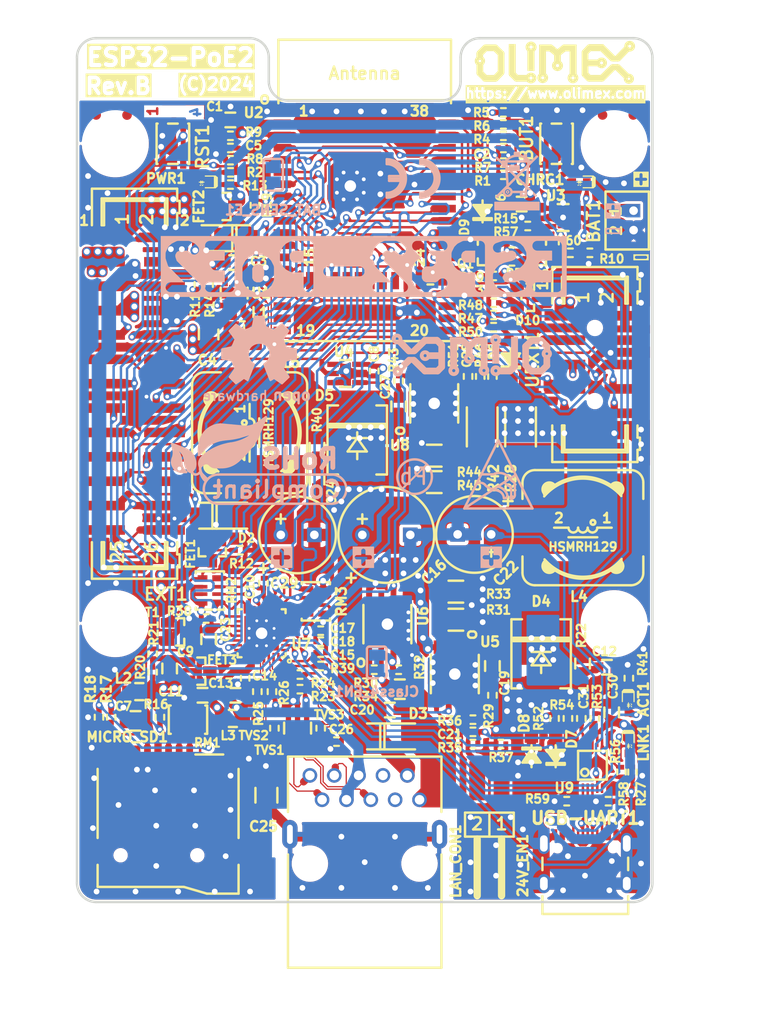
<source format=kicad_pcb>
(kicad_pcb (version 20221018) (generator pcbnew)
  (title_block (title "ESP32-PoE2") (date "2024-03-05") (rev "B") (company "OLIMEX LTD.") (comment 1 "https://www.olimex.com"))
  (layers (0 "F.Cu" mixed) (1 "In1.Cu" power) (2 "In2.Cu" power) (31 "B.Cu" mixed) (34 "B.Paste" user) (35 "F.Paste" user) (36 "B.SilkS" user "B.Silkscreen") (37 "F.SilkS" user "F.Silkscreen") (38 "B.Mask" user) (39 "F.Mask" user) (44 "Edge.Cuts" user))
  (net 0 "")
  (net 1 "+5V")
  (net 2 "GND")
  (net 3 "Net-(ACT1-K)")
  (net 4 "Net-(BUT1-Pad2)")
  (net 5 "Net-(ACT1-A)")
  (net 6 "VBAT")
  (net 7 "/ESP_EN")
  (net 8 "Net-(LAN_CON1-Shield)")
  (net 9 "Net-(MICRO_SD1-VDD)")
  (net 10 "/+5V_USB")
  (net 11 "+3.3V")
  (net 12 "Net-(LAN_CON1-RCT)")
  (net 13 "Net-(D5-K)")
  (net 14 "Net-(U5-FB)")
  (net 15 "Net-(CHRG1-K)")
  (net 16 "/D_Com")
  (net 17 "+5VP")
  (net 18 "Spare1")
  (net 19 "Spare2")
  (net 20 "/GPIO33")
  (net 21 "/GPIO32")
  (net 22 "/GPI39")
  (net 23 "Net-(D4-K)")
  (net 30 "Net-(LNK1-K)")
  (net 31 "Net-(LNK1-A)")
  (net 32 "Net-(MICRO_SD1-DAT1{slash}RES)")
  (net 33 "Net-(MICRO_SD1-DAT0{slash}DO)")
  (net 34 "Net-(MICRO_SD1-CLK{slash}SCLK)")
  (net 35 "Net-(MICRO_SD1-CD{slash}DAT3{slash}CS)")
  (net 36 "Net-(MICRO_SD1-DAT2{slash}RES)")
  (net 37 "Net-(PWR1-K)")
  (net 38 "+3.3VLAN")
  (net 39 "/GPIO0")
  (net 40 "/GPI35")
  (net 41 "/CC2")
  (net 42 "Net-(T1-C)")
  (net 43 "Net-(U3-PROG)")
  (net 44 "Net-(U3-CHRGb)")
  (net 45 "Net-(U5-BS)")
  (net 46 "/CC1")
  (net 48 "Net-(BAT_SENS_E1-Pad2)")
  (net 49 "/GPI34\\BUT1")
  (net 50 "/GPIO2\\HS2_DATA0")
  (net 51 "/GPI36\\U1RXD")
  (net 52 "/GPIO3\\U0RXD")
  (net 53 "/GPIO1\\U0TXD")
  (net 54 "/GPIO4\\U1TXD")
  (net 55 "/GPIO5\\SPI_CS")
  (net 56 "/GPIO16\\I2C-SCL")
  (net 57 "/GPIO27\\EMAC_RX_CRS_DV")
  (net 58 "/GPIO25\\EMAC_RXD0(RMII)")
  (net 59 "/GPIO18\\MDIO(RMII)")
  (net 60 "/GPIO26\\EMAC_RXD1(RMII)")
  (net 61 "/GPIO22\\EMAC_TXD1(RMII)")
  (net 62 "/GPIO19\\EMAC_TXD0(RMII)")
  (net 63 "/GPIO21\\EMAC_TX_EN(RMII)")
  (net 64 "/GPIO23\\MDC(RMII)")
  (net 65 "/GPIO17\\EMAC_CLK_OUT_180")
  (net 66 "/TD+")
  (net 67 "/TD-")
  (net 68 "/RD+")
  (net 69 "/RD-")
  (net 71 "/GPIO12\\PHY_PWR(MTDI)")
  (net 72 "/GPIO15\\HS2_CMD(MTDO)")
  (net 73 "/GPIO13\\I2C-SDA(MTCK)")
  (net 75 "/GPIO14\\HS2_CLK(MTMS)")
  (net 76 "Net-(D1-K)")
  (net 77 "Net-(Class4_EN1-Pad1)")
  (net 78 "Net-(C9-Pad2)")
  (net 79 "Net-(C12-Pad1)")
  (net 80 "Net-(U7-VDDCR)")
  (net 81 "Net-(C19-Pad2)")
  (net 82 "Net-(U7-NRST)")
  (net 83 "/USB_D+")
  (net 84 "/USB_D-")
  (net 85 "Net-(C24-Pad1)")
  (net 86 "Net-(C27-Pad2)")
  (net 87 "Net-(U8-FB)")
  (net 88 "Net-(U9-V3)")
  (net 89 "Net-(U6-CLS)")
  (net 90 "Net-(24V_EN1-Pad1)")
  (net 91 "VPP")
  (net 92 "Net-(D6-K)")
  (net 93 "Net-(D7-K)")
  (net 94 "Net-(D8-A)")
  (net 95 "Net-(D9-K)")
  (net 96 "Net-(U1-LX)")
  (net 97 "Net-(Q1-E)")
  (net 98 "Net-(Q1-B)")
  (net 99 "Net-(Q2-C)")
  (net 100 "Net-(Q2-E)")
  (net 101 "Net-(Q2-B)")
  (net 102 "Net-(U1-FB)")
  (net 103 "Net-(U6-DEN)")
  (net 104 "Net-(R31-Pad1)")
  (net 105 "Net-(U7-RXER{slash}RXD4{slash}PHYAD0)")
  (net 106 "Net-(U7-RBIAS)")
  (net 107 "Net-(U8-BS)")
  (net 108 "Net-(R44-Pad1)")
  (net 109 "Net-(U9-CTS#)")
  (net 110 "Net-(U7-RXCLK{slash}PHYAD1)")
  (net 119 "Net-(U5-EN)")
  (net 127 "Net-(U7-RXD3{slash}PHYAD2)")
  (net 128 "Net-(U7-RXD2{slash}RMIISEL)")
  (footprint "OLIMEX_Other-FP:Fiducial1x3_Paste" (layer "F.Cu") (at 134.8 88 -90)
    (fp_text reference "FID3" hide)
    (fp_text value "Fiducial" hide)
  )
  (footprint "OLIMEX_Connectors-FP:GBH-254-SMT-10" (layer "F.Cu") (at 134 114 -90)
    (fp_text reference "UEXT1")
    (fp_text value "P-B-V-10-LF")
  )
  (footprint "OLIMEX_Other-FP:Fiducial1x3" (layer "F.Cu") (at 138 88 -90)
    (fp_text reference "FID6" hide)
    (fp_text value "Fiducial" hide)
  )
  (footprint "OLIMEX_Transistors-FP:SOT23" (layer "F.Cu") (at 95.377 97.536 180)
    (fp_text reference "FET2")
    (fp_text value "WPM2015-3/TR")
  )
  (footprint "OLIMEX_RLC-FP:R_0402_5MIL_DWS" (layer "F.Cu") (at 97.028 133.35)
    (fp_text reference "R12")
    (fp_text value "10k/R0402")
  )
  (footprint "OLIMEX_RLC-FP:R_MATRIX_4" (layer "F.Cu") (at 104.902 138.684 90)
    (fp_text reference "RM3")
    (fp_text value "RA1206_(4X0603)_4B8_2.2k")
  )
  (footprint "OLIMEX_RLC-FP:R_0402_5MIL_DWS" (layer "F.Cu") (at 124.46 87.73)
    (fp_text reference "R5")
    (fp_text value "10k/R0402")
  )
  (footprint "OLIMEX_RLC-FP:R_0402_5MIL_DWS" (layer "F.Cu") (at 124.46 90.17 180)
    (fp_text reference "R4")
    (fp_text value "220R/R0402")
  )
  (footprint "OLIMEX_RLC-FP:R_0402_5MIL_DWS" (layer "F.Cu") (at 83.566 150.749 -90)
    (fp_text reference "R17")
    (fp_text value "10R/R0402")
  )
  (footprint "OLIMEX_Other-FP:Fiducial1x3" (layer "F.Cu") (at 99.695 167.259 -90)
    (fp_text reference "FID4" hide)
    (fp_text value "Fiducial" hide)
  )
  (footprint "OLIMEX_RLC-FP:R_0402_5MIL_DWS" (layer "F.Cu") (at 88.646 150.749 -90)
    (fp_text reference "R16")
    (fp_text value "10k/R0402")
  )
  (footprint "OLIMEX_RLC-FP:R_0402_5MIL_DWS" (layer "F.Cu") (at 96 90.17 180)
    (fp_text reference "R9")
    (fp_text value "10k/R0402")
  )
  (footprint "OLIMEX_RLC-FP:R_0402_5MIL_DWS" (layer "F.Cu") (at 123.444 108.839)
    (fp_text reference "R47")
    (fp_text value "2.2k/R0402")
  )
  (footprint "OLIMEX_RLC-FP:C_0805_5MIL_DWS" (layer "F.Cu") (at 86.106 151.13 180)
    (fp_text reference "C7")
    (fp_text value "47uF/6.3V/20%/X5R/C0805")
  )
  (footprint "OLIMEX_RLC-FP:R_MATRIX_4" (layer "F.Cu") (at 93.853 137.541 -90)
    (fp_text reference "RM2")
    (fp_text value "RA1206_(4X0603)_4B8_2.2k")
  )
  (footprint "OLIMEX_RLC-FP:R_0402_5MIL_DWS" (layer "F.Cu") (at 82.296 150.749 -90)
    (fp_text reference "R18")
    (fp_text value "220R/R0402")
  )
  (footprint "OLIMEX_Transistors-FP:SOT23" (layer "F.Cu") (at 92.75 145.94996 180)
    (fp_text reference "FET3")
    (fp_text value "WPM2015-3/TR")
  )
  (footprint "OLIMEX_RLC-FP:C_0603_5MIL_DWS" (layer "F.Cu") (at 93.091 148.463 180)
    (fp_text reference "C11")
    (fp_text value "22uF/6.3V/20%/X5R/C0603")
  )
  (footprint "OLIMEX_RLC-FP:C_0402_5MIL_DWS" (layer "F.Cu") (at 97.536 146.685 -90)
    (fp_text reference "C14")
    (fp_text value "100nF/10V/20%/X5R/C0402")
  )
  (footprint "OLIMEX_RLC-FP:C_0402_5MIL_DWS" (layer "F.Cu") (at 105.41 144.018)
    (fp_text reference "C15")
    (fp_text value "100nF/10V/20%/X5R/C0402")
  )
  (footprint "OLIMEX_RLC-FP:C_0402_5MIL_DWS" (layer "F.Cu") (at 105.41 142.875)
    (fp_text reference "C18")
    (fp_text value "100nF/10V/20%/X5R/C0402")
  )
  (footprint "OLIMEX_RLC-FP:C_0402_5MIL_DWS" (layer "F.Cu") (at 105.41 141.732)
    (fp_text reference "C17")
    (fp_text value "2.2uF/6.3V/20%/X5R/C0402")
  )
  (footprint "OLIMEX_RLC-FP:L_0805_5MIL_DWS" (layer "F.Cu") (at 96.266 150.876)
    (fp_text reference "L3")
    (fp_text value "FB0805/600R/2A")
  )
  (footprint "OLIMEX_RLC-FP:C_0603_5MIL_DWS" (layer "F.Cu") (at 126.365 97.282 180)
    (fp_text reference "C6")
    (fp_text value "22uF/6.3V/20%/X5R/C0603")
  )
  (footprint "OLIMEX_RLC-FP:R_0402_5MIL_DWS" (layer "F.Cu") (at 127 99.568 180)
    (fp_text reference "R15")
    (fp_text value "10k/R0402")
  )
  (footprint "OLIMEX_RLC-FP:R_0402_5MIL_DWS" (layer "F.Cu") (at 96.012 93.98)
    (fp_text reference "R2")
    (fp_text value "47k/R0402")
  )
  (footprint "OLIMEX_RLC-FP:R_0402_5MIL_DWS" (layer "F.Cu") (at 133.477 102.362 180)
    (fp_text reference "R10")
    (fp_text value "2.2k/R0402")
  )
  (footprint "OLIMEX_LEDs-FP:LED_0603_KA" (layer "F.Cu") (at 132.4 95 180)
    (fp_text reference "CHRG1")
    (fp_text value "LED/YELLOW/0603")
  )
  (footprint "OLIMEX_RLC-FP:R_0402_5MIL_DWS" (layer "F.Cu") (at 124.46 92.964)
    (fp_text reference "R7")
    (fp_text value "470k/R0402")
  )
  (footprint "OLIMEX_RLC-FP:C_0402_5MIL_DWS" (layer "F.Cu") (at 124.46 91.44)
    (fp_text reference "C2")
    (fp_text value "1nF/50V/10%/X7R/C0402")
  )
  (footprint "OLIMEX_RLC-FP:R_0402_5MIL_DWS" (layer "F.Cu") (at 96 95.25)
    (fp_text reference "R13")
    (fp_text value "2.2k/R0402")
  )
  (footprint "OLIMEX_RLC-FP:R_0402_5MIL_DWS" (layer "F.Cu") (at 100.33 148.082 90)
    (fp_text reference "R26")
    (fp_text value "49.9R/1%/R0402")
  )
  (footprint "OLIMEX_RLC-FP:R_0402_5MIL_DWS" (layer "F.Cu") (at 123.444 106.299 180)
    (fp_text reference "R3")
    (fp_text value "NA/R0402")
  )
  (footprint "OLIMEX_RLC-FP:R_0402_5MIL_DWS" (layer "F.Cu") (at 93.472 140.462 180)
    (fp_text reference "R38")
    (fp_text value "10k/R0402")
  )
  (footprint "OLIMEX_Connectors-FP:RJP-003TC1(LPJ4112CNL)" (layer "F.Cu") (at 110 165.85)
    (fp_text reference "LAN_CON1")
    (fp_text value "RJP-003TC1(LPJ4112CNL)")
  )
  (footprint "OLIMEX_RLC-FP:C_0603_5MIL_DWS" (layer "F.Cu") (at 93.726 142.621 90)
    (fp_text reference "C23")
    (fp_text value "1nF/NP0/50VDC/5%/C0603")
  )
  (footprint "OLIMEX_RLC-FP:C_1206_5MIL_DWS_ISO" (layer "F.Cu") (at 99.75 158.877 -90)
    (fp_text reference "C25")
    (fp_text value "1nF/2000V/10%/X7R/C1206")
  )
  (footprint "OLIMEX_Diodes-FP:SMA-KA" (layer "F.Cu") (at 112.75 152.75)
    (fp_text reference "D3")
    (fp_text value "SMAJ58A/SMA")
  )
  (footprint "OLIMEX_RLC-FP:R_0402_5MIL_DWS" (layer "F.Cu") (at 137.922 156.464 90)
    (fp_text reference "R27")
    (fp_text value "2.2k/R0402")
  )
  (footprint "OLIMEX_RLC-FP:C_0805_5MIL_DWS" (layer "F.Cu") (at 93.726 110.871 90)
    (fp_text reference "C4")
    (fp_text value "47uF/6.3V/20%/X5R/C0805")
  )
  (footprint "OLIMEX_RLC-FP:R_0402_5MIL_DWS" (layer "F.Cu") (at 123.317 148.463 90)
    (fp_text reference "R29")
    (fp_text value "4.7R/R0402")
  )
  (footprint "OLIMEX_Transistors-FP:SOT23" (layer "F.Cu") (at 94.107 133.35 90)
    (fp_text reference "FET1")
    (fp_text value "WPM2015-3/TR")
  )
  (footprint "OLIMEX_Diodes-FP:SMA-KA" (layer "F.Cu") (at 95.25 129.75)
    (fp_text reference "D2")
    (fp_text value "1N5822/SS34/SMA")
  )
  (footprint "OLIMEX_RLC-FP:C_0603_5MIL_DWS" (layer "F.Cu") (at 89.662 145.669 90)
    (fp_text reference "C9")
    (fp_text value "22uF/6.3V/20%/X5R/C0603")
  )
  (footprint "OLIMEX_RLC-FP:C_0603_5MIL_DWS" (layer "F.Cu") (at 123.317 145.415 -90)
    (fp_text reference "C19")
    (fp_text value "100nF/100V/10%/X7R/C0603")
  )
  (footprint "OLIMEX_RLC-FP:R_0402_5MIL_DWS" (layer "F.Cu") (at 123.444 107.569)
    (fp_text reference "R48")
    (fp_text value "2.2k/R0402")
  )
  (footprint "OLIMEX_Buttons-FP:YTS-A016-X" (layer "F.Cu") (at 90 91 -90)
    (fp_text reference "RST1")
    (fp_text value "YTS-A016-X" hide)
  )
  (footprint "OLIMEX_RLC-FP:R_0402_5MIL_DWS" (layer "F.Cu") (at 137.541 146.685 90)
    (fp_text reference "R41")
    (fp_text value "2.2k/R0402")
  )
  (footprint "OLIMEX_RLC-FP:C_0402_5MIL_DWS" (layer "F.Cu") (at 121.285 152.273 180)
    (fp_text reference "C21")
    (fp_text value "12pF/50V/5%/C0G/C0402")
  )
  (footprint "OLIMEX_RLC-FP:R_0402_5MIL_DWS" (layer "F.Cu") (at 121.285 151.003)
    (fp_text reference "R36")
    (fp_text value "2.05k/1%/R0402")
  )
  (footprint "OLIMEX_RLC-FP:R_0402_5MIL_DWS" (layer "F.Cu") (at 121.285 153.543 180)
    (fp_text reference "R35")
    (fp_text value "30.1k/1%/R0402")
  )
  (footprint "OLIMEX_RLC-FP:CD32" (layer "F.Cu") (at 97.282 110.998 180)
    (fp_text reference "L1")
    (fp_text value "2.2uH/1.5A/DCR=72mR/20%/3.00x3.00x1.50mm/CD32(NR3015T2R2M)")
  )
  (footprint "OLIMEX_RLC-FP:R_0402_5MIL_DWS" (layer "F.Cu") (at 123.444 104.775 180)
    (fp_text reference "R49")
    (fp_text value "10k/R0402")
  )
  (footprint "OLIMEX_Other-FP:Fiducial1x3_Paste" (layer "F.Cu") (at 85.217 88.011 -90)
    (fp_text reference "FID2" hide)
    (fp_text value "Fiducial" hide)
  )
  (footprint "OLIMEX_RLC-FP:R_0402_5MIL_DWS" (layer "F.Cu") (at 124.46 88.98 180)
    (fp_text reference "R6")
    (fp_text value "NA/R0402")
  )
  (footprint "OLIMEX_RLC-FP:CPOL-RM5mm_10.0x16.0mm_PTH" (layer "F.Cu") (at 112.25 131.75)
    (fp_text reference "C16")
    (fp_text value "100uF/63V/20%/Low_ESR/RM5/10x13MM")
  )
  (footprint "OLIMEX_Diodes-FP:DO214AB(SMC)_1(K)-2(A)" (layer "F.Cu") (at 128.397 144.145 -90)
    (fp_text reference "D4")
    (fp_text value "SS510/100V/5A/0.85V/DO214AB(SMC)")
  )
  (footprint "OLIMEX_RLC-FP:CPOL-RM3.5mm_8.0x11.5mm_PTH" (layer "F.Cu") (at 121.44 131.699 180)
    (fp_text reference "C22")
    (fp_text value "220uF/35V/20%8x12MM/LOW ESR")
  )
  (footprint "OLIMEX_RLC-FP:HSMRH129_12.0x12.5x9.5(max)" (layer "F.Cu") (at 132.75 131 180)
    (fp_text reference "L4")
    (fp_text value "33uH/5.5A/60mR/20%/YSRH129-330M")
  )
  (footprint "OLIMEX_RLC-FP:R_0402_5MIL_DWS" (layer "F.Cu") (at 92.71 105.664 -90)
    (fp_text reference "R11")
    (fp_text value "220k/R0402")
  )
  (footprint "OLIMEX_RLC-FP:R_0402_5MIL_DWS" (layer "F.Cu") (at 93.726 105.664 -90)
    (fp_text reference "R14")
    (fp_text value "49.9k/1%/R0402")
  )
  (footprint "OLIMEX_RLC-FP:C_0603_5MIL_DWS" (layer "F.Cu") (at 96.393 103.378 180)
    (fp_text reference "C3")
    (fp_text value "22uF/6.3V/20%/X5R/C0603")
  )
  (footprint "OLIMEX_Diodes-FP:SMA-KA" (layer "F.Cu") (at 95.5 100.838 180)
    (fp_text reference "D1")
    (fp_text value "1N5822/SS34/SMA")
  )
  (footprint "OLIMEX_Regulators-FP:SOT-23-5" (layer "F.Cu") (at 96.393 106.553 -90)
    (fp_text reference "U1")
    (fp_text value "SY8089AAAC(SOT23-5)")
  )
  (footprint "OLIMEX_RLC-FP:R_0402_5MIL_DWS" (layer "F.Cu") (at 103.251 147.828 180)
    (fp_text reference "R23")
    (fp_text value "49.9R/1%/R0402")
  )
  (footprint "OLIMEX_RLC-FP:C_0402_5MIL_DWS" (layer "F.Cu") (at 107.061 153.289 180)
    (fp_text reference "C26")
    (fp_text value "100nF/10V/20%/X5R/C0402")
  )
  (footprint "OLIMEX_RLC-FP:R_0402_5MIL_DWS" (layer "F.Cu") (at 98.806 148.082 90)
    (fp_text reference "R25")
    (fp_text value "49.9R/1%/R0402")
  )
  (footprint "OLIMEX_LEDs-FP:LED_0603_KA" (layer "F.Cu") (at 137.5 149.5 -90)
    (fp_text reference "ACT1")
    (fp_text value "LED/YELLOW/0603")
  )
  (footprint "OLIMEX_LEDs-FP:LED_0603_KA" (layer "F.Cu") (at 137.5 153.758 -90)
    (fp_text reference "LNK1")
    (fp_text value "LED/GREEN/0603")
  )
  (footprint "OLIMEX_RLC-FP:R_0402_5MIL_DWS" (layer "F.Cu") (at 103.251 146.304 180)
    (fp_text reference "R24")
    (fp_text value "49.9R/1%/R0402")
  )
  (footprint "OLIMEX_LOGOs-FP:OLIMEX_LOGO_TB" (layer "F.Cu") (at 130 82.5)
    (fp_text reference "Logo_Olimex" hide)
    (fp_text value "" hide)
  )
  (footprint "OLIMEX_Buttons-FP:YTS-A016-X" (layer "F.Cu") (at 130 91 90)
    (fp_text reference "BUT1")
    (fp_text value "YTS-A016-X" hide)
  )
  (footprint "OLIMEX_Other-FP:Fiducial1x3" (layer "F.Cu") (at 82 88 -90)
    (fp_text reference "FID5" hide)
    (fp_text value "Fiducial" hide)
  )
  (footprint "OLIMEX_Diodes-FP:SOD-123_1C-2A_KA" (layer "F.Cu") (at 125.25 113.5 90)
    (fp_text reference "D6")
    (fp_text value "1N5819S4/SOD123")
  )
  (footprint "OLIMEX_RLC-FP:C_0402_5MIL_DWS" (layer "F.Cu") (at 99.441 136.779 90)
    (fp_text reference "C10")
    (fp_text value "100nF/10V/20%/X5R/C0402")
  )
  (footprint "OLIMEX_Diodes-FP:D_0402_5MIL_DWS" (layer "F.Cu") (at 100.584 151.892 90)
    (fp_text reference "TVS2")
    (fp_text value "NA(GG0402052R542P)")
  )
  (footprint "OLIMEX_Diodes-FP:D_0402_5MIL_DWS" (layer "F.Cu") (at 105.41 151.892 90)
    (fp_text reference "TVS3")
    (fp_text value "NA(GG0402052R542P)")
  )
  (footprint "OLIMEX_Diodes-FP:SOT-23-5" (layer "F.Cu") (at 102.997 151.892 90)
    (fp_text reference "TVS1")
    (fp_text value "ESDS314DBVR(SOT-23-5)")
  )
  (footprint "OLIMEX_IC-FP:QFN32_EP(33)_5.00x5.00x0.90mm_Pitch_0.50mm" (layer "F.Cu") (at 99.25 142 90)
    (fp_text reference "U7")
    (fp_text value "LAN8710A-EZC(QFN32)")
  )
  (footprint "OLIMEX_RLC-FP:R_0402_5MIL_DWS" (layer "F.Cu") (at 105.41 145.415)
    (fp_text reference "R39")
    (fp_text value "12k/1%/R0402")
  )
  (footprint "OLIMEX_RLC-FP:C_0603_5MIL_DWS" (layer "F.Cu") (at 96.52 148.463)
    (fp_text reference "C13")
    (fp_text value "22uF/6.3V/20%/X5R/C0603")
  )
  (footprint "OLIMEX_RLC-FP:R_1206_5MIL_DWS" (layer "F.Cu") (at 119.507 140.589 180)
    (fp_text reference "R31")
    (fp_text value "0.03R/1%/R1206")
  )
  (footprint "OLIMEX_RLC-FP:C_0603_5MIL_DWS" (layer "F.Cu") (at 112.623 150)
    (fp_text reference "C20")
    (fp_text value "100nF/100V/10%/X7R/C0603")
  )
  (footprint "OLIMEX_RLC-FP:R_0402_5MIL_DWS" (layer "F.Cu") (at 96 92.71 180)
    (fp_text reference "R8")
    (fp_text value "100k/R0402")
  )
  (footprint "OLIMEX_RLC-FP:R_MATRIX_4" (layer "F.Cu") (at 91.567 151.003)
    (fp_text reference "RM1")
    (fp_text value "RA1206_(4X0603)_4B8_2.2k")
  )
  (footprint "OLIMEX_Regulators-FP:ESOIC-8" (layer "F.Cu") (at 119.395 146.25 180)
    (fp_text reference "U5")
    (fp_text value "TX4138(ESOIC-8)")
  )
  (footprint "OLIMEX_RLC-FP:R_2512_MM_DWS" (layer "F.Cu") (at 126.25 120.5 90)
    (fp_text reference "R28")
    (fp_text value "9.1k/1W/R2512")
  )
  (footprint "OLIMEX_RLC-FP:C_0603_5MIL_DWS" (layer "F.Cu") (at 135.255 145.542)
    (fp_text reference "C12")
    (fp_text value "NA(220pF/100V/C0603)")
  )
  (footprint "OLIMEX_RLC-FP:R_0603_5MIL_DWS" (layer "F.Cu") (at 132.715 145.161 90)
    (fp_text reference "R22")
    (fp_text value "NA(22R/R0603)")
  )
  (footprint "OLIMEX_Cases-FP:ESP32-WROVER(WROOM)-UNIVERSAL_MODULE" (layer "F.Cu") (at 110 95.86)
    (fp_text reference "U2")
    (fp_text value "ESP32-WROVER-E")
  )
  (footprint "OLIMEX_Other-FP:Fiducial1x3_Paste" (layer "F.Cu") (at 99.695 164.465 -90)
    (fp_text reference "FID1" hide)
    (fp_text value "Fiducial" hide)
  )
  (footprint "OLIMEX_RLC-FP:C_0402_5MIL_DWS" (layer "F.Cu") (at 110.998 114.681 90)
    (fp_text reference "C8")
    (fp_text value "100nF/10V/20%/X5R/C0402")
  )
  (footprint "OLIMEX_Other-FP:Mounting_Hole_Drill-3.3mm_Clerance-7mm" (layer "F.Cu") (at 84 141)
    (fp_text reference "MH1" hide)
    (fp_text value "Mounting_Hole_NPTH" hide)
  )
  (footprint "OLIMEX_Other-FP:Mounting_Hole_Drill-3.3mm_Clerance-7mm" (layer "F.Cu") (at 84 91)
    (fp_text reference "MH2" hide)
    (fp_text value "Mounting_Hole_NPTH" hide)
  )
  (footprint "OLIMEX_RLC-FP:R_0402_5MIL_DWS" (layer "F.Cu") (at 98.552 97.409 90)
    (fp_text reference "R19")
    (fp_text value "10R/R0402")
  )
  (footprint "OLIMEX_IC-FP:SOT-23-5" (layer "F.Cu") (at 108 114.935 180)
    (fp_text reference "U4")
    (fp_text value "SN74LVC1G04DBVR(SOT23-5)")
  )
  (footprint "OLIMEX_Other-FP:Mounting_Hole_Drill-3.3mm_Clerance-7mm" (layer "F.Cu") (at 136 91)
    (fp_text reference "MH3" hide)
    (fp_text value "Mounting_Hole_NPTH" hide)
  )
  (footprint "OLIMEX_Connectors-FP:LIPO_BAT_VERTICAL_DW02S" (layer "F.Cu") (at 134.5 99 -90)
    (fp_text reference "BAT1")
    (fp_text value "DW02S")
  )
  (footprint "OLIMEX_IC-FP:SOT-23-5" (layer "F.Cu") (at 130.683 98.679)
    (fp_text reference "U3")
    (fp_text value "BL4054B-42TPRN(SOT23-5)")
  )
  (footprint "OLIMEX_RLC-FP:R_0402_5MIL_DWS" (layer "F.Cu") (at 124.46 94.234 180)
    (fp_text reference "R1")
    (fp_text value "470k/R0402")
  )
  (footprint "OLIMEX_Transistors-FP:SOT23" (layer "F.Cu") (at 90.551 141.859 180)
    (fp_text reference "T1")
    (fp_text value "LMUN2211LT1G(SOT-23)")
  )
  (footprint "OLIMEX_RLC-FP:R_0402_5MIL_DWS" (layer "F.Cu") (at 87.884 146.05 90)
    (fp_text reference "R20")
    (fp_text value "10k/R0402")
  )
  (footprint "OLIMEX_RLC-FP:R_0402_5MIL_DWS" (layer "F.Cu") (at 87.884 144.145 90)
    (fp_text reference "R21")
    (fp_text value "1k/R0402")
  )
  (footprint "OLIMEX_RLC-FP:C_0402_5MIL_DWS" (layer "F.Cu") (at 96 91.44 180)
    (fp_text reference "C5")
    (fp_text value "1uF/6.3V/10%/X5R/C0402")
  )
  (footprint "OLIMEX_RLC-FP:L_0805_5MIL_DWS" (layer "F.Cu") (at 86.487 148.082 180)
    (fp_text reference "L2")
    (fp_text value "FB0805/600R/2A")
  )
  (footprint "OLIMEX_LEDs-FP:LED_0603_KA" (layer "F.Cu") (at 93 95 180)
    (fp_text reference "PWR1")
    (fp_text value "LED/RED/0603")
  )
  (footprint "OLIMEX_Regulators-FP:ESOIC-8" (layer "F.Cu") (at 112.365 141.05)
    (fp_text reference "U6")
    (fp_text value "TPS2378DDAR(HSOIC-8)")
  )
  (footprint "OLIMEX_RLC-FP:R_0805_5MIL_DWS" (layer "F.Cu") (at 113.665 147.828 180)
    (fp_text reference "R34")
    (fp_text value "66.5R/1%/125mW/R0805")
  )
  (footprint "OLIMEX_RLC-FP:R_0402_5MIL_DWS" (layer "F.Cu") (at 123.444 110.109)
    (fp_text reference "R50")
    (fp_text value "10k/R0402")
  )
  (footprint "OLIMEX_RLC-FP:R_0402_5MIL_DWS" (layer "F.Cu") (at 113.538 145.8)
    (fp_text reference "R32")
    (fp_text value "1.27k/1%/62.5mW/R0402")
  )
  (footprint "OLIMEX_RLC-FP:R_0402_5MIL_DWS" (layer "F.Cu") (at 110.998 145.8)
    (fp_text reference "R30")
    (fp_text value "24.9k/1%/R0402")
  )
  (footprint "OLIMEX_Diodes-FP:SOD-123_1C-2A_KA" (layer "F.Cu") (at 122.301 98.044 90)
    (fp_text reference "D9")
    (fp_text value "1N5819S4/SOD123")
  )
  (footprint "OLIMEX_Transistors-FP:SOT23" (layer "F.Cu") (at 122.428 102.235)
    (fp_text reference "Q1")
    (fp_text value "BC817-40(SOT23)")
  )
  (footprint "OLIMEX_Transistors-FP:SOT23" (layer "F.Cu") (at 128.27 102.235 180)
    (fp_text reference "Q2")
    (fp_text value "BC817-40(SOT23)")
  )
  (footprint "OLIMEX_RLC-FP:C_0603_5MIL_DWS" (layer "F.Cu") (at 135.75 150.241 90)
    (fp_text reference "C30")
    (fp_text value "22uF/6.3V/20%/X5R/C0603")
  )
  (footprint "OLIMEX_RLC-FP:CPOL-RM3.5mm_8.0x11.5mm_PTH" (layer "F.Cu") (at 103 131.75)
    (fp_text reference "C29")
    (fp_text value "470uF/16V/20%/LOW_ESR/RM3.5/8x12MM")
  )
  (footprint "OLIMEX_RLC-FP:R_0402_5MIL_DWS" (layer "F.Cu") (at 125.349 103.251 180)
    (fp_text reference "R55")
    (fp_text value "2.2k/R0402")
  )
  (footprint "OLIMEX_Connectors-FP:TFC-WPAPR-08" (layer "F.Cu") (at 89.5 161.5 -90)
    (fp_text reference "MICRO_SD1")
    (fp_text value "TFC-WPAPR-08-LF")
  )
  (footprint "OLIMEX_RLC-FP:R_0402_5MIL_DWS" (layer "F.Cu") (at 124.206 153.543 180)
    (fp_text reference "R37")
    (fp_text value "2.05k/1%/R0402")
  )
  (footprint "OLIMEX_RLC-FP:R_0402_5MIL_DWS" (layer "F.Cu") (at 123.317 115.242 90)
    (fp_text reference "R46")
    (fp_text value "30.1k/1%/R0402")
  )
  (footprint "OLIMEX_RLC-FP:R_1206_5MIL_DWS" (layer "F.Cu") (at 117.25 123.499999)
    (fp_text reference "R44")
    (fp_text value "0.03R/1%/R1206")
  )
  (footprint "OLIMEX_RLC-FP:R_2512_MM_DWS" (layer "F.Cu") (at 122.25 120.5 90)
    (fp_text reference "R42")
    (fp_text value "9.1k/1W/R2512")
  )
  (footprint "OLIMEX_RLC-FP:R_0402_5MIL_DWS" (layer "F.Cu") (at 129.794 150.876 90)
    (fp_text reference "R52")
    (fp_text value "NA(2.2k/R0402)")
  )
  (footprint "OLIMEX_RLC-FP:C_0402_5MIL_DWS" (layer "F.Cu") (at 132.588 150.876 90)
    (fp_text reference "C31")
    (fp_text value "100nF/10V/20%/X5R/C0402")
  )
  (footprint "OLIMEX_RLC-FP:R_0402_5MIL_DWS" (layer "F.Cu") (at 135.382 159.5)
    (fp_text reference "R58")
    (fp_text value "5.1k/1%/R0402")
  )
  (footprint "OLIMEX_RLC-FP:C_0402_5MIL_DWS" (layer "F.Cu") (at 122.047 115.242 90)
    (fp_text reference "C28")
    (fp_text value "12pF/50V/5%/C0G/C0402")
  )
  (footprint "OLIMEX_RLC-FP:C_0603_5MIL_DWS" (layer "F.Cu") (at 113.538 118.364 90)
    (fp_text reference "C27")
    (fp_text value "100nF/100V/10%/X7R/C0603")
  )
  (footprint "OLIMEX_RLC-FP:R_1206_5MIL_DWS" (layer "F.Cu") (at 119.507 137.668 180)
    (fp_text reference "R33")
    (fp_text value "0.03R/1%/R1206")
  )
  (footprint "OLIMEX_Regulators-FP:ESOIC-8" (layer "F.Cu") (at 117.25 118.05)
    (fp_text reference "U8")
    (fp_text value "TX4138(ESOIC-8)")
  )
  (footprint "OLIMEX_Diodes-FP:DO214AB(SMC)_1(K)-2(A)" (layer "F.Cu") (at 109.22 121.861 -90)
    (fp_text reference "D5")
    (fp_text value "SS510/100V/5A/0.85V/DO214AB(SMC)")
  )
  (footprint "OLIMEX_Connectors-FP:USB2.0_TYPE-C(A40-00119-A52-12)_Paste" (layer "F.Cu") (at 133 166.932 -90)
    (fp_text reference "USB-UART1")
    (fp_text value "USB-C-16P-F(A40-00119-A52-12)")
  )
  (footprint "OLIMEX_Dummies-FP:MJ6" (layer "F.Cu") (at 123 177 180)
    (fp_text reference "24V_EN1(Opened)1" hide)
    (fp_text value "MJ6" hide)
  )
  (footprint "OLIMEX_RLC-FP:R_0402_5MIL_DWS" (layer "F.Cu") (at 113.538 115.697 -90)
    (fp_text reference "R43")
    (fp_text value "4.7R/R0402")
  )
  (footprint "OLIMEX_RLC-FP:R_0402_5MIL_DWS" (layer "F.Cu") (at 131.064 159.5)
    (fp_text reference "R59")
    (fp_text value "5.1k/1%/R0402")
  )
  (footprint "OLIMEX_RLC-FP:R_1206_5MIL_DWS" (layer "F.Cu") (at 117.25 126.25)
    (fp_text reference "R45")
    (fp_text value "0.03R/1%/R1206")
  )
  (footprint "OLIMEX_Diodes-FP:SOD-123_1C-2A_KA" (layer "F.Cu") (at 127.381 154.813 -90)
    (fp_text reference "D8")
    (fp_text value "1N5819S4/SOD123")
  )
  (footprint "OLIMEX_Jumpers-FP:HN1x2(SMD)_H-WX-1x2-LF" (layer "F.Cu") (at 123 157.5677 180)
    (fp_text reference "24V_EN1")
    (fp_text value "H-WX-1x2-LF")
  )
  (footprint "OLIMEX_RLC-FP:C_0603_5MIL_DWS" (layer "F.Cu") (at 105.029 125.984 -90)
    (fp_text reference "C24")
    (fp_text value "NA(220pF/100V/C0603)")
  )
  (footprint "OLIMEX_Diodes-FP:SOT23-3" (layer "F.Cu") (at 127 107 180)
    (fp_text reference "D10")
    (fp_text value "BAT54C(SOT23-3)")
  )
  (footprint "OLIMEX_Other-FP:Mounting_Hole_Drill-3.3mm_Clerance-7mm" (layer "F.Cu") (at 136 141)
    (fp_text reference "MH4" hide)
    (fp_text value "Mounting_Hole_NPTH" hide)
  )
  (footprint "OLIMEX_Diodes-FP:SOD-123_1C-2A_KA" (layer "F.Cu") (at 129.921 154.813 90)
    (fp_text reference "D7")
    (fp_text value "1N5819S4/SOD123")
  )
  (footprint "OLIMEX_Connectors-FP:GBH-254-SMT-26" (layer "F.Cu") (at 86 116 -90)
    (fp_text reference "EXT1")
    (fp_text value "B-V-26-LF(GBH254SMT-26)")
  )
  (footprint "OLIMEX_IC-FP:MSOP-10_Pitch-0.5mm_3.00x3.00x1.00mm" (layer "F.Cu") (at 133.75 155.75)
    (fp_text reference "U9")
    (fp_text value "CH340X(MSOP-10)")
  )
  (footprint "OLIMEX_RLC-FP:R_0402_5MIL_DWS" (layer "F.Cu") (at 131.191 150.876 90)
    (fp_text reference "R54")
    (fp_text value "2.2k/R0402")
  )
  (footprint "OLIMEX_RLC-FP:R_0603_5MIL_DWS" (layer "F.Cu") (at 105.029 122.682 90)
    (fp_text reference "R40")
    (fp_text value "NA(22R/R0603)")
  )
  (footprint "OLIMEX_RLC-FP:R_0402_5MIL_DWS" (layer "F.Cu") (at 120.777 115.242 -90)
    (fp_text reference "R51")
    (fp_text value "5.23k/1%/R0402")
  )
  (footprint "OLIMEX_RLC-FP:C_0603_5MIL_DWS" (layer "F.Cu") (at 95.992 88.519 180)
    (fp_text reference "C1")
    (fp_text value "22uF/6.3V/20%/X5R/C0603")
  )
  (footprint "OLIMEX_RLC-FP:R_0402_5MIL_DWS" (layer "F.Cu") (at 133.985 150.876 -90)
    (fp_text reference "R53")
    (fp_text value "10k/R0402")
  )
  (footprint "OLIMEX_RLC-FP:R_0402_5MIL_DWS" (layer "F.Cu") (at 136.779 156.464 -90)
    (fp_text reference "R56")
    (fp_text value "4.7k/R0402")
  )
  (footprint "OLIMEX_RLC-FP:HSMRH129_12.0x12.5x9.5(max)" (layer "F.Cu") (at 98 121.111 -90)
    (fp_text reference "L5")
    (fp_text value "33uH/5.5A/60mR/20%/YSRH129-330M")
  )
  (footprint "OLIMEX_RLC-FP:R_0402_5MIL_DWS" (layer "F.Cu") (at 131.445 102.362)
    (fp_text reference "R60")
    (fp_text value "220R/R0402")
  )
  (footprint "OLIMEX_RLC-FP:R_0402_5MIL_DWS" (layer "F.Cu") (at 125.349 101.346)
    (fp_text reference "R57")
    (fp_text value "2.2k/R0402")
  )
  (footprint "OLIMEX_Jumpers-FP:SJ" (layer "B.Cu") (at 100.457 94.234 90)
    (fp_text reference "BAT_SENS_E1")
    (fp_text value "Opened")
  )
  (footprint "OLIMEX_LOGOs-FP:CE_Sign" (layer "B.Cu") (at 114.046 94.615 180)
    (fp_text reference "CE" hide)
    (fp_text value "CE_Sign" hide)
  )
  (footprint "OLIMEX_Jumpers-FP:SJ_Closed" (layer "B.Cu") (at 111.252 145.034 90)
    (fp_text reference "Class4_EN1")
    (fp_text value "Closed")
  )
  (footprint "OLIMEX_Signs-FP:Sign_RecycleBin_1" (layer "B.Cu") (at 128.2065 97.923 180)
    (fp_text reference "Sign_RecycleBin_1" hide)
    (fp_text value "Sign_RecycleBin_1" hide)
  )
  (footprint "OLIMEX_Signs-FP:Logo_OLIMEX_TB" (layer "B.Cu") (at 121 113 180)
    (fp_text reference "Logo_OLIMEX_TB" hide)
    (fp_text value "Logo_OLIMEX_TB" hide)
  )
  (footprint "OLIMEX_Signs-FP:Sign_OSHW_8x8" (layer "B.Cu") (at 99 113 180)
    (fp_text reference "Sign_OSHW_8x8" hide)
    (fp_text value "Sign_OSHW_8x8" hide)
  )
  (footprint "OLIMEX_Signs-FP:Sign_RoHS_1" (layer "B.Cu") (at 107.0645 127.8735 180)
    (fp_text reference "Sign_RoHS_1" hide)
    (fp_text value "Sign_RoHS_1" hide)
  )
  (footprint "OLIMEX_Signs-FP:Sign_Antistatic" (layer "B.Cu") (at 127.4945 129 180)
    (fp_text reference "Sign_Antistatic" hide)
    (fp_text value "Sign_Antistatic" hide)
  )
  (footprint "OLIMEX_Signs-FP:Sign_PB-Free" (layer "B.Cu") (at 115 126 180)
    (fp_text reference "Sign_PB-Free")
    (fp_text value "Sign_PB-Free")
  )
  (gr_line (start 140.000001 168) (end 140.000001 82) (stroke (width 0.254)) (layer "Edge.Cuts"))
  (gr_line (start 82 170) (end 138 170.000001) (stroke (width 0.254)) (layer "Edge.Cuts"))
  (gr_line (start 122 80) (end 138 79.999999) (stroke (width 0.254)) (layer "Edge.Cuts"))
  (gr_line (start 120.000001 84.499999) (end 120 82) (stroke (width 0.254)) (layer "Edge.Cuts"))
  (gr_arc (start 102 86.499999) (mid 100.585786 85.914212) (end 99.999999 84.499998) (stroke (width 0.254)) (layer "Edge.Cuts"))
  (gr_arc (start 98 79.999999) (mid 99.414214 80.585786) (end 100.000001 82) (stroke (width 0.254)) (layer "Edge.Cuts"))
  (gr_line (start 82 79.999999) (end 98 79.999999) (stroke (width 0.254)) (layer "Edge.Cuts"))
  (gr_arc (start 138 79.999999) (mid 139.414214 80.585786) (end 140.000001 82) (stroke (width 0.254)) (layer "Edge.Cuts"))
  (gr_line (start 79.999999 167.999999) (end 79.999999 82) (stroke (width 0.254)) (layer "Edge.Cuts"))
  (gr_arc (start 120 82) (mid 120.585786 80.585786) (end 122 80) (stroke (width 0.254)) (layer "Edge.Cuts"))
  (gr_line (start 100.000001 82) (end 99.999999 84.499998) (stroke (width 0.254)) (layer "Edge.Cuts"))
  (gr_arc (start 140.000001 168) (mid 139.414214 169.414214) (end 138 170.000001) (stroke (width 0.254)) (layer "Edge.Cuts"))
  (gr_arc (start 79.999999 82) (mid 80.585786 80.585786) (end 82 79.999999) (stroke (width 0.254)) (layer "Edge.Cuts"))
  (gr_arc (start 120.000001 84.499999) (mid 119.414214 85.914213) (end 118 86.5) (stroke (width 0.254)) (layer "Edge.Cuts"))
  (gr_arc (start 82 170) (mid 80.585786 169.414213) (end 79.999999 167.999999) (stroke (width 0.254)) (layer "Edge.Cuts"))
  (gr_line (start 102 86.499999) (end 118 86.5) (stroke (width 0.254)) (layer "Edge.Cuts"))
  (gr_text "1" (at 88.5 88.25 90) (layer "F.Cu") (effects (font (size 1.016 1.016) (thickness 0.254) bold) (justify left bottom)))
  (gr_text "4" (at 93 87.05 90) (layer "B.Cu") (effects (font (size 1.016 1.016) (thickness 0.254) bold) (justify left bottom mirror)))
  (gr_text "ESP32-PoE2" (at 110 104) (layer "B.SilkS" knockout) (effects (font (size 4.318 4.318) (thickness 1.016) bold) (justify mirror)))
  (gr_text "+" (at 124.587 135.001) (layer "B.SilkS" knockout) (effects (font (size 1.778 1.778) (thickness 0.4445) bold) (justify left bottom mirror)))
  (gr_text "+" (at 102.743 135.001) (layer "B.SilkS" knockout) (effects (font (size 1.778 1.778) (thickness 0.4445) bold) (justify left bottom mirror)))
  (gr_text "+" (at 135.89 97.917) (layer "B.SilkS" knockout) (effects (font (size 1.27 1.27) (thickness 0.3175) bold) (justify mirror)))
  (gr_text "+" (at 111.252 135.001) (layer "B.SilkS" knockout) (effects (font (size 1.778 1.778) (thickness 0.4445) bold) (justify left bottom mirror)))
  (gr_text "-" (at 135.89 100) (layer "B.SilkS" knockout) (effects (font (size 1.27 1.27) (thickness 0.3175) bold) (justify mirror)))
  (gr_text "ESP32-PoE2" (at 89.75 82) (layer "F.SilkS" knockout) (effects (font (size 1.778 1.778) (thickness 0.4445) bold)))
  (gr_text "Rev.B" (at 84.3 85) (layer "F.SilkS" knockout) (effects (font (size 1.651 1.651) (thickness 0.41275) bold)))
  (gr_text "(C)2024" (at 94.5 84.8) (layer "F.SilkS" knockout) (effects (font (size 1.27 1.27) (thickness 0.3175) bold)))
  (gr_text "https://www.olimex.com" (at 129.9 85.75) (layer "F.SilkS" knockout) (effects (font (size 1.016 1.016) (thickness 0.254) bold)))
  (gr_text "+" (at 138.811 94.615) (layer "F.SilkS" knockout) (effects (font (size 1.27 1.27) (thickness 0.3175) bold)))
  (gr_text "-" (at 138.811 102.743) (layer "F.SilkS" knockout) (effects (font (size 1.27 1.27) (thickness 0.3175) bold)))
  (gr_text "1" (at 129.159 106.426 90) (layer "F.SilkS") (effects (font (size 1.016 1.016) (thickness 0.254) bold) (justify left bottom)))
  (segment (start 95.504 93.98) (end 93.091 93.98) (width 0.4064) (layer "F.Cu") (net 1))
  (segment (start 96.012 133.35) (end 96.52 133.35) (width 0.508) (layer "F.Cu") (net 1))
  (segment (start 84.279 105.84) (end 86.106 104.013) (width 1.016) (layer "F.Cu") (net 1))
  (segment (start 92.837 100.675) (end 92.837 96.647) (width 0.508) (layer "F.Cu") (net 1))
  (segment (start 93.06306 132.334) (end 93.1545 132.24256) (width 1.016) (layer "F.Cu") (net 1))
  (segment (start 90.492451 134.1628) (end 87.7062 134.1628) (width 1.27) (layer "F.Cu") (net 1))
  (segment (start 93.1545 132.24256) (end 93.1545 132.2705) (width 0.508) (layer "F.Cu") (net 1))
  (segment (start 84.074 135.128) (end 82.804 135.128) (width 1.016) (layer "F.Cu") (net 1))
  (segment (start 92.5576 132.334) (end 92.321251 132.334) (width 1.27) (layer "F.Cu") (net 1))
  (segment (start 128.59 97.729) (end 128.524 97.663) (width 0.508) (layer "F.Cu") (net 1))
  (segment (start 93.1545 132.2705) (end 93.853 132.969) (width 0.508) (layer "F.Cu") (net 1))
  (segment (start 127.635 97.663) (end 128.524 97.663) (width 1.016) (layer "F.Cu") (net 1))
  (segment (start 86.741 135.128) (end 84.074 135.128) (width 1.27) (layer "F.Cu") (net 1))
  (segment (start 127.254 97.282) (end 127.635 97.663) (width 1.016) (layer "F.Cu") (net 1))
  (segment (start 93.853 132.969) (end 94.234 133.35) (width 0.254) (layer "F.Cu") (net 1))
  (segment (start 92.238 94.833) (end 92.238 95) (width 0.4064) (layer "F.Cu") (net 1))
  (segment (start 92.5576 132.334) (end 93.06306 132.334) (width 1.016) (layer "F.Cu") (net 1))
  (segment (start 94.234 133.35) (end 96.012 133.35) (width 0.254) (layer "F.Cu") (net 1))
  (segment (start 92.964 102.616) (end 92.5068 102.616) (width 1.016) (layer "F.Cu") (net 1))
  (segment (start 86.106 104.775) (end 86.106 104.013) (width 1.016) (layer "F.Cu") (net 1))
  (segment (start 127.254 96.139) (end 127.254 97.282) (width 1.016) (layer "F.Cu") (net 1))
  (segment (start 92.5068 102.616) (end 92.5068 101.3312) (width 1.016) (layer "F.Cu") (net 1))
  (segment (start 86.106 103.5558) (end 86.0552 103.505) (width 1.016) (layer "F.Cu") (net 1))
  (segment (start 129.728 97.729) (end 129.794 97.663) (width 0.4064) (layer "F.Cu") (net 1))
  (segment (start 129.794 97.663) (end 129.794 96.139) (width 0.4064) (layer "F.Cu") (net 1))
  (segment (start 93.472 101.183) (end 93.472 102.108) (width 1.016) (layer "F.Cu") (net 1))
  (segment (start 93.091 93.98) (end 92.238 94.833) (width 0.4064) (layer "F.Cu") (net 1))
  (segment (start 86.106 104.775) (end 86.3092 104.5718) (width 1.016) (layer "F.Cu") (net 1))
  (segment (start 92.837 95.885) (end 92.238 95.286) (width 0.508) (layer "F.Cu") (net 1))
  (segment (start 85.041 105.84) (end 86.106 104.775) (width 1.016) (layer "F.Cu") (net 1))
  (segment (start 87.7062 134.1628) (end 86.741 135.128) (width 1.27) (layer "F.Cu") (net 1))
  (segment (start 130.933 95) (end 131.638 95) (width 0.4064) (layer "F.Cu") (net 1))
  (segment (start 93.472 102.108) (end 92.964 102.616) (width 1.016) (layer "F.Cu") (net 1))
  (segment (start 86.106 104.013) (end 86.106 103.5558) (width 1.016) (layer "F.Cu") (net 1))
  (segment (start 129.383 97.729) (end 129.728 97.729) (width 0.4064) (layer "F.Cu") (net 1))
  (segment (start 93.1545 132.24256) (end 93.1545 130.1545) (width 1.27) (layer "F.Cu") (net 1))
  (segment (start 93.127 100.838) (end 93.472 101.183) (width 1.016) (layer "F.Cu") (net 1))
  (segment (start 94.2086 96.647) (end 92.837 96.647) (width 0.508) (layer "F.Cu") (net 1))
  (segment (start 82.875 105.84) (end 85.041 105.84) (width 1.016) (layer "F.Cu") (net 1))
  (segment (start 93.1545 130.1545) (end 92.75 129.75) (width 1.016) (layer "F.Cu") (net 1))
  (segment (start 92.238 95.286) (end 92.238 95) (width 0.508) (layer "F.Cu") (net 1))
  (segment (start 82.875 105.84) (end 84.279 105.84) (width 1.016) (layer "F.Cu") (net 1))
  (segment (start 93 101.636) (end 93 100.838) (width 1.016) (layer "F.Cu") (net 1))
  (segment (start 94.26956 96.58604) (end 94.2086 96.647) (width 0.508) (layer "F.Cu") (net 1))
  (segment (start 129.794 96.139) (end 130.933 95) (width 0.4064) (layer "F.Cu") (net 1))
  (segment (start 93 100.838) (end 92.837 100.675) (width 0.508) (layer "F.Cu") (net 1))
  (segment (start 92.5068 103.7082) (end 92.5068 102.616) (width 1.016) (layer "F.Cu") (net 1))
  (segment (start 92.321251 132.334) (end 90.492451 134.1628) (width 1.27) (layer "F.Cu") (net 1))
  (segment (start 92.5068 101.3312) (end 93 100.838) (width 1.016) (layer "F.Cu") (net 1))
  (segment (start 86.3092 104.5718) (end 91.6432 104.5718) (width 1.016) (layer "F.Cu") (net 1))
  (segment (start 91.6432 104.5718) (end 92.5068 103.7082) (width 1.016) (layer "F.Cu") (net 1))
  (segment (start 92.837 96.647) (end 92.837 95.885) (width 0.508) (layer "F.Cu") (net 1))
  (segment (start 129.383 97.729) (end 128.59 97.729) (width 0.508) (layer "F.Cu") (net 1))
  (segment (start 93.472 102.108) (end 93 101.636) (width 1.016) (layer "F.Cu") (net 1))
  (via (at 82.804 135.128) (size 0.9) (drill 0.6) (layers "F.Cu" "B.Cu") (net 1))
  (via (at 86.0552 103.505) (size 0.9) (drill 0.6) (layers "F.Cu" "B.Cu") (net 1))
  (via (at 86.106 104.775) (size 0.9) (drill 0.6) (layers "F.Cu" "B.Cu") (net 1))
  (via (at 84.074 135.128) (size 0.9) (drill 0.6) (layers "F.Cu" "B.Cu") (net 1))
  (via (at 93.472 102.108) (size 0.9) (drill 0.6) (layers "F.Cu" "B.Cu") (net 1))
  (via (at 92.329 102.108) (size 0.9) (drill 0.6) (layers "F.Cu" "B.Cu") (net 1))
  (via (at 127.254 96.139) (size 0.9) (drill 0.6) (layers "F.Cu" "B.Cu") (net 1))
  (segment (start 127.762 95.631) (end 127.762 92.71) (width 1.016) (layer "B.Cu") (net 1))
  (segment (start 92.329 102.108) (end 93.472 102.108) (width 1.016) (layer "B.Cu") (net 1))
  (segment (start 86.0552 103.505) (end 85.852 103.505) (width 1.016) (layer "B.Cu") (net 1))
  (segment (start 86.0552 104.521) (end 84.836 104.521) (width 1.524) (layer "B.Cu") (net 1))
  (segment (start 85.852 103.505) (end 84.836 104.521) (width 1.016) (layer "B.Cu") (net 1))
  (segment (start 86.0552 104.7242) (end 86.106 104.775) (width 1.016) (layer "B.Cu") (net 1))
  (segment (start 127.762 92.71) (end 125.476 90.424) (width 1.016) (layer "B.Cu") (net 1))
  (segment (start 98.425 92.71) (end 98.425 97.155) (width 1.016) (layer "B.Cu") (net 1))
  (segment (start 100.711 90.424) (end 98.425 92.71) (width 1.016) (layer "B.Cu") (net 1))
  (segment (start 98.425 97.155) (end 94.107 101.473) (width 1.016) (layer "B.Cu") (net 1))
  (segment (start 92.329 102.108) (end 92.964 101.473) (width 1.016) (layer "B.Cu") (net 1))
  (segment (start 82.296 134.62) (end 82.804 135.128) (width 1.524) (layer "B.Cu") (net 1))
  (segment (start 82.296 113.665) (end 82.296 134.62) (width 1.524) (layer "B.Cu") (net 1))
  (segment (start 127.254 96.139) (end 127.762 95.631) (width 1.016) (layer "B.Cu") (net 1))
  (segment (start 125.476 90.424) (end 100.711 90.424) (width 1.016) (layer "B.Cu") (net 1))
  (segment (start 82.804 135.128) (end 84.074 135.128) (width 1.016) (layer "B.Cu") (net 1))
  (segment (start 92.964 101.473) (end 94.107 101.473) (width 1.016) (layer "B.Cu") (net 1))
  (segment (start 94.107 101.473) (end 93.472 102.108) (width 1.016) (layer "B.Cu") (net 1))
  (segment (start 83.312 106.045) (end 83.312 112.649) (width 1.524) (layer "B.Cu") (net 1))
  (segment (start 83.312 112.649) (end 82.296 113.665) (width 1.524) (layer "B.Cu") (net 1))
  (segment (start 86.0552 103.505) (end 86.0552 104.7242) (width 1.016) (layer "B.Cu") (net 1))
  (segment (start 84.836 104.521) (end 83.312 106.045) (width 1.524) (layer "B.Cu") (net 1))
  (segment (start 90.424 105.84) (end 89.125 105.84) (width 0.762) (layer "F.Cu") (net 2))
  (segment (start 89.125 103.3) (end 89.613 103.3) (width 0.762) (layer "F.Cu") (net 2))
  (segment (start 93.726 106.299) (end 93.98 106.553) (width 0.508) (layer "F.Cu") (net 2))
  (segment (start 121.414 117.35) (end 120.777 116.713) (width 0.508) (layer "F.Cu") (net 2))
  (segment (start 132.0074 158.623) (end 132.207 158.8226) (width 0.254) (layer "F.Cu") (net 2))
  (segment (start 119.155 120.85) (end 119.561 120.85) (width 0.508) (layer "F.Cu") (net 2))
  (segment (start 93.091 136.271) (end 92.070332 136.271) (width 0.254) (layer "F.Cu") (net 2))
  (segment (start 89.125 108.38) (end 89.125 107.09) (width 0.254) (layer "F.Cu") (net 2))
  (segment (start 100.046 105.38) (end 101.4 105.38) (width 0.762) (layer "F.Cu") (net 2))
  (segment (start 96.774 106.553) (end 93.98 106.553) (width 0.9652) (layer "F.Cu") (net 2))
  (segment (start 92.202 148.463) (end 92.7354 147.9296) (width 0.254) (layer "F.Cu") (net 2))
  (segment (start 95.123 144.526) (end 94.742 144.145) (width 0.6096) (layer "F.Cu") (net 2))
  (segment (start 89.125 99.724) (end 89.125 100.76) (width 1.016) (layer "F.Cu") (net 2))
  (segment (start 110.1642 114.935) (end 110.4182 115.189) (width 0.508) (layer "F.Cu") (net 2))
  (segment (start 136.711 163) (end 137.32 163.609) (width 0.3048) (layer "F.Cu") (net 2))
  (segment (start 90.424 106.934) (end 89.281 106.934) (width 0.762) (layer "F.Cu") (net 2))
  (segment (start 128.68 168.082) (end 128.0724 168.082) (width 0.508) (layer "F.Cu") (net 2))
  (segment (start 123.952 90.297) (end 123.952 90.17) (width 0.254) (layer "F.Cu") (net 2))
  (segment (start 89.789 100.76) (end 89.789 101.981) (width 1.016) (layer "F.Cu") (net 2))
  (segment (start 94.742 135.509) (end 95.504 134.747) (width 0.254) (layer "F.Cu") (net 2))
  (segment (start 93.98 107.0526) (end 93.5906 107.442) (width 1.016) (layer "F.Cu") (net 2))
  (segment (start 137.125 108.92) (end 135.2344 108.92) (width 0.762) (layer "F.Cu") (net 2))
  (segment (start 121.031 118.11) (end 121.031 119.253) (width 1.016) (layer "F.Cu") (net 2))
  (segment (start 129.675 163.0935) (end 128.8665 163.902) (width 0.508) (layer "F.Cu") (net 2))
  (segment (start 89.125 107.09) (end 89.281 106.934) (width 0.254) (layer "F.Cu") (net 2))
  (segment (start 136.398 145.288) (end 137.414 145.288) (width 0.762) (layer "F.Cu") (net 2))
  (segment (start 136.325 163.122) (end 137.105 163.902) (width 0.508) (layer "F.Cu") (net 2))
  (segment (start 89.125 105.84) (end 89.125 106.778) (width 0.762) (layer "F.Cu") (net 2))
  (segment (start 81.534 153.924) (end 81.75 154.14) (width 0.508) (layer "F.Cu") (net 2))
  (segment (start 104.491 87.6) (end 104.521 87.63) (width 0.762) (layer "F.Cu") (net 2))
  (segment (start 120.68 87.6) (end 120.777 87.503) (width 0.762) (layer "F.Cu") (net 2))
  (segment (start 90.3986 141.8844) (end 90.551 141.732) (width 0.254) (layer "F.Cu") (net 2))
  (segment (start 97.5 144.45) (end 97.424 144.526) (width 0.254) (layer "F.Cu") (net 2))
  (segment (start 106.1212 139.065) (end 106.3498 139.2936) (width 0.3048) (layer "F.Cu") (net 2))
  (segment (start 128.299 147.545) (end 127.381 148.463) (width 2.032) (layer "F.Cu") (net 2))
  (segment (start 127 118.237) (end 121.158 118.237) (width 1.016) (layer "F.Cu") (net 2))
  (segment (start 89.281 109.474) (end 90.424 109.474) (width 0.762) (layer "F.Cu") (net 2))
  (segment (start 88.925 93.075) (end 88.925 88.925) (width 0.508) (layer "F.Cu") (net 2))
  (segment (start 128.68 163.902) (end 128.0724 163.902) (width 0.508) (layer "F.Cu") (net 2))
  (segment (start 90.424 109.474) (end 90.424 108.683) (width 0.762) (layer "F.Cu") (net 2))
  (segment (start 89.125 109.318) (end 89.281 109.474) (width 0.254) (layer "F.Cu") (net 2))
  (segment (start 125.476 97.79) (end 126.365 98.679) (width 0.762) (layer "F.Cu") (net 2))
  (segment (start 121.285 93.218) (end 121.412 93.345) (width 0.254) (layer "F.Cu") (net 2))
  (segment (start 129.227 163) (end 128.68 163.547) (width 0.3048) (layer "F.Cu") (net 2))
  (segment (start 124.841 147.574) (end 124.87 147.545) (width 1.016) (layer "F.Cu") (net 2))
  (segment (start 128.68 163.547) (end 128.68 163.902) (width 0.3048) (layer "F.Cu") (net 2))
  (segment (start 105.918 146.05) (end 105.918 145.415) (width 0.508) (layer "F.Cu") (net 2))
  (segment (start 134.874 159.5) (end 134.124 159.5) (width 0.4064) (layer "F.Cu") (net 2))
  (segment (start 130.556 159.0675) (end 131.0005 158.623) (width 0.254) (layer "F.Cu") (net 2))
  (segment (start 89.613 103.3) (end 89.789 103.124) (width 0.762) (layer "F.Cu") (net 2))
  (segment (start 90.932 140.462) (end 91.694 140.462) (width 0.254) (layer "F.Cu") (net 2))
  (segment (start 97.028 147.32) (end 96.774 147.32) (width 1.016) (layer "F.Cu") (net 2))
  (segment (start 114.681 137.541) (end 115.824 137.541) (width 1.016) (layer "F.Cu") (net 2))
  (segment (start 127.381 148.463) (end 127.381 149.479) (width 2.286) (layer "F.Cu") (net 2))
  (segment (start 127.381 118.618) (end 127 118.237) (width 1.016) (layer "F.Cu") (net 2))
  (segment (start 97.028 95.25) (end 96.508 95.25) (width 0.508) (layer "F.Cu") (net 2))
  (segment (start 105.918 142.875) (end 105.918 144.018) (width 0.508) (layer "F.Cu") (net 2))
  (segment (start 89.125 108.38) (end 89.125 109.318) (width 1.016) (layer "F.Cu") (net 2))
  (segment (start 114.554 137.668) (end 114.681 137.541) (width 1.016) (layer "F.Cu") (net 2))
  (segment (start 90.932 101.981) (end 89.789 101.981) (width 1.016) (layer "F.Cu") (net 2))
  (segment (start 105.664 139.954) (end 105.664 140.843) (width 0.508) (layer "F.Cu") (net 2))
  (segment (start 106.045 139.954) (end 105.664 139.954) (width 0.3048) (layer "F.Cu") (net 2))
  (segment (start 81.534 153.924) (end 82.11 154.5) (width 0.508) (layer "F.Cu") (net 2))
  (segment (start 128.397 147.545) (end 130.908 147.545) (width 2.032) (layer "F.Cu") (net 2))
  (segment (start 126.25 117.35) (end 127.381 117.35) (width 1.016) (layer "F.Cu") (net 2))
  (segment (start 96.8 144.425) (end 96.8 143.75) (width 0.254) (layer "F.Cu") (net 2))
  (segment (start 90.424 108.683) (end 90.121 108.38) (width 0.762) (layer "F.Cu") (net 2))
  (segment (start 92.202 148.463) (end 91.44 148.463) (width 1.016) (layer "F.Cu") (net 2))
  (segment (start 118.57 87.63) (end 114.173 87.63) (width 0.762) (layer "F.Cu") (net 2))
  (segment (start 132.6515 98.679) (end 131.983 98.679) (width 0.508) (layer "F.Cu") (net 2))
  (segment (start 129.286 106.299) (end 129.286 107.95) (width 0.254) (layer "F.Cu") (net 2))
  (segment (start 108.077 115.062) (end 107.254 115.885) (width 0.508) (layer "F.Cu") (net 2))
  (segment (start 102.997 149.479) (end 102.997 150.592) (width 0.508) (layer "F.Cu") (net 2))
  (segment (start 133.477 99.187) (end 136.017 99.187) (width 1.016) (layer "F.Cu") (net 2))
  (segment (start 96.901 144.526) (end 95.123 144.526) (width 0.6096) (layer "F.Cu") (net 2))
  (segment (start 109.22 125.261) (end 107.608 126.873) (width 2.032) (layer "F.Cu") (net 2))
  (segment (start 89.125 100.76) (end 89.789 100.76) (width 1.016) (layer "F.Cu") (net 2))
  (segment (start 133.1595 99.187) (end 132.6515 98.679) (width 0.508) (layer "F.Cu") (net 2))
  (segment (start 93.091 136.271) (end 93.091 135.763) (width 0.254) (layer "F.Cu") (net 2))
  (segment (start 120.777 116.713) (end 120.777 115.75) (width 0.508) (layer "F.Cu") (net 2))
  (segment (start 99.75 155.884) (end 99.695 155.829) (width 1.016) (layer "F.Cu") (net 2))
  (segment (start 89.4715 142.8115) (end 89.44356 142.8115) (width 0.6096) (layer "F.Cu") (net 2))
  (segment (start 126.492 99.568) (end 126.492 100.33) (width 0.3048) (layer "F.Cu") (net 2))
  (segment (start 93.5906 107.442) (end 89.281 107.442) (width 1.016) (layer "F.Cu") (net 2))
  (segment (start 97.536 147.193) (end 97.409 147.32) (width 0.508) (layer "F.Cu") (net 2))
  (segment (start 136.325 163) (end 136.325 163.122) (width 0.508) (layer "F.Cu") (net 2))
  (segment (start 118.6 87.6) (end 120.68 87.6) (width 0.762) (layer "F.Cu") (net 2))
  (segment (start 85.09 150.5712) (end 85.09 151.13) (width 0.762) (layer "F.Cu") (net 2))
  (segment (start 116.773 143.45) (end 116.586 143.637) (width 0.6096) (layer "F.Cu") (net 2))
  (segment (start 91.437666 136.903666) (end 90.673332 137.668) (width 0.254) (layer "F.Cu") (net 2))
  (segment (start 99.695 105.029) (end 100.046 105.38) (width 0.762) (layer "F.Cu") (net 2))
  (segment (start 86.25 156.21) (end 86.25 154.5) (width 0.6096) (layer "F.Cu") (net 2))
  (segment (start 119.561 120.85) (end 120.704 120.85) (width 1.397) (layer "F.Cu") (net 2))
  (segment (start 130.556 159.5) (end 130.556 159.0675) (width 0.254) (layer "F.Cu") (net 2))
  (segment (start 136.075 163) (end 136.711 163) (width 0.3048) (layer "F.Cu") (net 2))
  (segment (start 93.091 135.763) (end 93.345 135.509) (width 0.254) (layer "F.Cu") (net 2))
  (segment (start 94.4118 108.966) (end 95.885 108.966) (width 0.6096) (layer "F.Cu") (net 2))
  (segment (start 97.155 95.123) (end 97.028 95.25) (width 0.508) (layer "F.Cu") (net 2))
  (segment (start 104.135 105.41) (end 104.285 105.26) (width 0.762) (layer "F.Cu") (net 2))
  (segment (start 110.4182 115.189) (end 110.998 115.189) (width 0.508) (layer "F.Cu") (net 2))
  (segment (start 130.683 98.679) (end 130.683 97.155) (width 0.6096) (layer "F.Cu") (net 2))
  (segment (start 89.789 103.124) (end 89.789 101.981) (width 0.762) (layer "F.Cu") (net 2))
  (segment (start 95.492 92.075) (end 95.492 92.71) (width 0.508) (layer "F.Cu") (net 2))
  (segment (start 100.076 136.271) (end 99.441 136.271) (width 0.508) (layer "F.Cu") (net 2))
  (segment (start 101.4 87.6) (end 104.491 87.6) (width 0.762) (layer "F.Cu") (net 2))
  (segment (start 106.3498 139.2936) (end 106.3498 139.6492) (width 0.3048) (layer "F.Cu") (net 2))
  (segment (start 124.968 92.202) (end 124.968 92.964) (width 0.508) (layer "F.Cu") (net 2))
  (segment (start 134.874 159.258) (end 135.509 158.623) (width 0.4064) (layer "F.Cu") (net 2))
  (segment (start 131.983 98.679) (end 130.683 98.679) (width 0.508) (layer "F.Cu") (net 2))
  (segment (start 108.077 114.681) (end 108.331 114.935) (width 0.508) (layer "F.Cu") (net 2))
  (segment (start 105.918 141.097) (end 105.664 140.843) (width 0.508) (layer "F.Cu") (net 2))
  (segment (start 94.234 103.378) (end 94.107 103.505) (width 1.016) (layer "F.Cu") (net 2))
  (segment (start 128.68 163.902) (end 128.68 168.082) (width 1.016) (layer "F.Cu") (net 2))
  (segment (start 124.968 91.44) (end 124.968 92.202) (width 0.508) (layer "F.Cu") (net 2))
  (segment (start 114.173 87.63) (end 109.601 87.63) (width 0.762) (layer "F.Cu") (net 2))
  (segment (start 99.852 87.6) (end 101.4 87.6) (width 0.762) (layer "F.Cu") (net 2))
  (segment (start 132.588 150.368) (end 132.588 149.733) (width 0.4064) (layer "F.Cu") (net 2))
  (segment (start 105.918 141.732) (end 105.918 142.875) (width 0.508) (layer "F.Cu") (net 2))
  (segment (start 96.901 144.526) (end 96.8 144.425) (width 0.254) (layer "F.Cu") (net 2))
  (segment (start 91.694 140.462) (end 91.948 140.462) (width 0.254) (layer "F.Cu") (net 2))
  (segment (start 93.726 106.172) (end 93.726 106.299) (width 0.508) (layer "F.Cu") (net 2))
  (segment (start 118.6 87.6) (end 118.57 87.63) (width 0.762) (layer "F.Cu") (net 2))
  (segment (start 86.25 156.21) (end 87.376 156.21) (width 0.762) (layer "F.Cu") (net 2))
  (segment (start 137.125 108.92) (end 138.811 108.92) (width 0.762) (layer "F.Cu") (net 2))
  (segment (start 99.75 157.099) (end 99.75 155.884) (width 1.016) (layer "F.Cu") (net 2))
  (segment (start 132.207 158.8226) (end 132.207 161.036) (width 0.254) (layer "F.Cu") (net 2))
  (segment (start 135.2344 108.92) (end 134.62 108.3056) (width 0.762) (layer "F.Cu") (net 2))
  (segment (start 125.476 97.282) (end 125.476 97.79) (width 0.762) (layer "F.Cu") (net 2))
  (segment (start 137.32 163.609) (end 137.32 163.902) (width 0.3048) (layer "F.Cu") (net 2))
  (segment (start 126.492 98.806) (end 126.365 98.679) (width 0.508) (layer "F.Cu") (net 2))
  (segment (start 101.43 105.41) (end 104.135 105.41) (width 0.762) (layer "F.Cu") (net 2))
  (segment (start 122.25 117.35) (end 121.414 117.35) (width 0.508) (layer "F.Cu") (net 2))
  (segment (start 128.397 100.33) (end 128.905 100.838) (width 0.3048) (layer "F.Cu") (net 2))
  (segment (start 95.103 88.519) (end 93.98 88.519) (width 0.762) (layer "F.Cu") (net 2))
  (segment (start 90.3986 141.8844) (end 89.4715 142.8115) (width 0.6096) (layer "F.Cu") (net 2))
  (segment (start 137.32 168.082) (end 137.9276 168.082) (width 0.508) (layer "F.Cu") (net 2))
  (segment (start 109.22 125.261) (end 110.324 126.365) (width 1.524) (layer "F.Cu") (net 2))
  (segment (start 91.948 140.462) (end 92.71 141.224) (width 0.254) (layer "F.Cu") (net 2))
  (segment (start 130.81 148.717) (end 127.635 148.717) (width 1.016) (layer "F.Cu") (net 2))
  (segment (start 124.968 91.313) (end 123.952 90.297) (width 0.254) (layer "F.Cu") (net 2))
  (segment (start 137.541 146.177) (end 137.541 145.415) (width 0.4064) (layer "F.Cu") (net 2))
  (segment (start 137.541 145.415) (end 137.414 145.288) (width 0.4064) (layer "F.Cu") (net 2))
  (segment (start 90.551 140.843) (end 90.932 140.462) (width 0.254) (layer "F.Cu") (net 2))
  (segment (start 106.3498 139.6492) (end 106.045 139.954) (width 0.3048) (layer "F.Cu") (net 2))
  (segment (start 136.83076 100.00076) (end 138.03822 100.00076) (width 1.016) (layer "F.Cu") (net 2))
  (segment (start 127.381 117.35) (end 127.381 118.618) (width 1.016) (layer "F.Cu") (net 2))
  (segment (start 106.426 153.416) (end 106.553 153.289) (width 0.508) (layer "F.Cu") (net 2))
  (segment (start 100.203 136.398) (end 100.076 136.271) (width 0.508) (layer "F.Cu") (net 2))
  (segment (start 129.675 163) (end 129.675 163.0935) (width 0.508) (layer "F.Cu") (net 2))
  (segment (start 123.698 153.543) (end 123.698 152.019) (width 0.254) (layer "F.Cu") (net 2))
  (segment (start 93.726 109.6518) (end 94.4118 108.966) (width 0.6096) (layer "F.Cu") (net 2))
  (segment (start 90.424 106.934) (end 90.424 105.84) (width 0.762) (layer "F.Cu") (net 2))
  (segment (start 97.409 148.463) (end 97.409 147.701) (width 1.016) (layer "F.Cu") (net 2))
  (segment (start 89.125 100.76) (end 90.297 100.76) (width 1.016) (layer "F.Cu") (net 2))
  (segment (start 121.158 118.237) (end 121.031 118.11) (width 1.016) (layer "F.Cu") (net 2))
  (segment (start 92.7354 147.9296) (end 92.7354 146.0246) (width 0.254) (layer "F.Cu") (net 2))
  (segment (start 133.75 158.15) (end 133.75 159.15) (width 0.254) (layer "F.Cu") (net 2))
  (segment (start 110.46 137.444) (end 111.125 136.779) (width 0.6096) (layer "F.Cu") (net 2))
  (segment (start 127.125 117.35) (end 127.381 117.094) (width 1.524) (layer "F.Cu") (net 2))
  (segment (start 105.918 141.732) (end 105.918 141.097) (width 0.508) (layer "F.Cu") (net 2))
  (segment (start 95.492 92.075) (end 97.917 92.075) (width 0.254) (layer "F.Cu") (net 2))
  (segment (start 110.46 138.25) (end 110.46 137.444) (width 0.6096) (layer "F.Cu") (net 2))
  (segment (start 130.908 147.545) (end 131.445 148.082) (width 2.032) (layer "F.Cu") (net 2))
  (segment (start 123.698 152.019) (end 125.476 152.019) (width 0.254) (layer "F.Cu") (net 2))
  (segment (start 91.44 148.463) (end 91.186 148.717) (width 1.016) (layer "F.Cu") (net 2))
  (segment (start 129.925 163) (end 129.227 163) (width 0.3048) (layer "F.Cu") (net 2))
  (segment (start 136.144 145.542) (end 136.398 145.288) (width 0.762) (layer "F.Cu") (net 2))
  (segment (start 96.393 106.934) (end 96.393 107.853) (width 0.508) (layer "F.Cu") (net 2))
  (segment (start 133.477 99.187) (end 133.1595 99.187) (width 0.508) (layer "F.Cu") (net 2))
  (segment (start 129.794 159.5) (end 130.556 159.5) (width 0.508) (layer "F.Cu") (net 2))
  (segment (start 101.4 105.38) (end 101.43 105.41) (width 0.762) (layer "F.Cu") (net 2))
  (segment (start 95.885 108.966) (end 96.393 108.458) (width 0.508) (layer "F.Cu") (net 2))
  (segment (start 137.105 163.902) (end 137.32 163.902) (width 0.508) (layer "F.Cu") (net 2))
  (segment (start 138.938 153.7462) (end 136.0678 153.7462) (width 0.254) (layer "F.Cu") (net 2))
  (segment (start 134.62 106.299) (end 129.286 106.299) (width 0.254) (layer "F.Cu") (net 2))
  (segment (start 93.726 109.855) (end 93.726 109.6518) (width 0.508) (layer "F.Cu") (net 2))
  (segment (start 82.11 154.5) (end 82.95 154.5) (width 0.508) (layer "F.Cu") (net 2))
  (segment (start 127 107.95) (end 127 105.156) (width 0.254) (layer "F.Cu") (net 2))
  (segment (start 97.409 147.701) (end 97.028 147.32) (width 1.016) (layer "F.Cu") (net 2))
  (segment (start 124.968 91.44) (end 124.968 91.313) (width 0.254) (layer "F.Cu") (net 2))
  (segment (start 129.286 107.95) (end 127 107.95) (width 0.254) (layer "F.Cu") (net 2))
  (segment (start 126.492 100.33) (end 125.73 100.33) (width 0.3048) (layer "F.Cu") (net 2))
  (segment (start 107.608 126.873) (end 105.664 126.873) (width 2.032) (layer "F.Cu") (net 2))
  (segment (start 92.070332 136.271) (end 91.437666 136.903666) (width 0.254) (layer "F.Cu") (net 2))
  (segment (start 89.125 106.778) (end 89.281 106.934) (width 0.762) (layer "F.Cu") (net 2))
  (segment (start 126.492 99.568) (end 126.492 98.806) (width 0.508) (layer "F.Cu") (net 2))
  (segment (start 121.285 88.011) (end 121.285 93.218) (width 0.254) (layer "F.Cu") (net 2))
  (segment (start 95.492 91.44) (end 95.492 92.075) (width 0.508) (layer "F.Cu") (net 2))
  (segment (start 90.673332 137.668) (end 90.551 137.668) (width 0.254) (layer "F.Cu") (net 2))
  (segment (start 97.424 144.526) (end 96.901 144.526) (width 0.254) (layer "F.Cu") (net 2))
  (segment (start 81.75 154.14) (end 81.75 155.13) (width 0.508) (layer "F.Cu") (net 2))
  (segment (start 114.27 138.25) (end 114.27 137.952) (width 0.6096) (layer "F.Cu") (net 2))
  (segment (start 93.98 106.553) (end 93.98 107.0526) (width 1.016) (layer "F.Cu") (net 2))
  (segment (start 138.811 108.92) (end 138.811 107.569) (width 0.762) (layer "F.Cu") (net 2))
  (segment (start 120.777 87.503) (end 121.285 88.011) (width 0.254) (layer "F.Cu") (net 2))
  (segment (start 128.8665 163.902) (end 128.68 163.902) (width 0.508) (layer "F.Cu") (net 2))
  (segment (start 137.32 163.902) (end 137.32 168.082) (width 1.016) (layer "F.Cu") (net 2))
  (segment (start 138.938 156.845) (end 138.938 153.7462) (width 0.254) (layer "F.Cu") (net 2))
  (segment (start 99.695 103.886) (end 99.695 105.029) (width 0.762) (layer "F.Cu") (net 2))
  (segment (start 127.381 117.094) (end 127.381 115.443) (width 1.524) (layer "F.Cu") (net 2))
  (segment (start 108.331 114.935) (end 110.1642 114.935) (width 0.508) (layer "F.Cu") (net 2))
  (segment (start 105.664 139.065) (end 106.1212 139.065) (width 0.3048) (layer "F.Cu") (net 2))
  (segment (start 106.426 154.051) (end 106.426 153.416) (width 0.508) (layer "F.Cu") (net 2))
  (segment (start 97.409 147.32) (end 97.028 147.32) (width 0.508) (layer "F.Cu") (net 2))
  (segment (start 96.35 155.13) (end 97.854 155.13) (width 1.016) (layer "F.Cu") (net 2))
  (segment (start 128.397 147.545) (end 128.299 147.545) (width 2.032) (layer "F.Cu") (net 2))
  (segment (start 126.25 117.35) (end 127.125 117.35) (width 1.524) (layer "F.Cu") (net 2))
  (segment (start 137.32 163.902) (end 137.9276 163.902) (width 0.3048) (layer "F.Cu") (net 2))
  (segment (start 124.87 147.545) (end 128.397 147.545) (width 2.032) (layer "F.Cu") (net 2))
  (segment (start 110.324 126.365) (end 111.887 126.365) (width 1.524) (layer "F.Cu") (net 2))
  (segment (start 95.504 103.378) (end 94.234 103.378) (width 1.016) (layer "F.Cu") (net 2))
  (segment (start 104.521 87.63) (end 109.601 87.63) (width 0.762) (layer "F.Cu") (net 2))
  (segment (start 90.297 100.76) (end 90.297 99.695) (width 1.016) (layer "F.Cu") (net 2))
  (segment (start 133.75 159.15) (end 134.112 159.512) (width 0.254) (layer "F.Cu") (net 2))
  (segment (start 134.124 159.5) (end 134.112 159.512) (width 0.4064) (layer "F.Cu") (net 2))
  (segment (start 107.254 115.885) (end 106.7 115.885) (width 0.508) (layer "F.Cu") (net 2))
  (segment (start 114.27 137.952) (end 114.554 137.668) (width 0.6096) (layer "F.Cu") (net 2))
  (segment (start 93.726 143.51) (end 94.107 143.51) (width 0.6096) (layer "F.Cu") (net 2))
  (segment (start 90.121 108.38) (end 89.125 108.38) (width 0.762) (layer "F.Cu") (net 2))
  (segment (start 131.0005 158.623) (end 132.0074 158.623) (width 0.254) (layer "F.Cu") (net 2))
  (segment (start 97.854 155.13) (end 97.917 155.067) (width 1.016) (layer "F.Cu") (net 2))
  (segment (start 99.822 87.63) (end 99.852 87.6) (width 0.762) (layer "F.Cu") (net 2))
  (segment (start 134.62 108.3056) (end 134.62 107.569) (width 0.762) (layer "F.Cu") (net 2))
  (segment (start 134.874 159.5) (end 134.874 159.258) (width 0.4064) (layer "F.Cu") (net 2))
  (segment (start 136.017 99.187) (end 136.83076 100.00076) (width 1.016) (layer "F.Cu") (net 2))
  (segment (start 96.393 108.458) (end 96.393 107.853) (width 0.508) (layer "F.Cu") (net 2))
  (segment (start 94.107 143.51) (end 94.742 144.145) (width 0.6096) (layer "F.Cu") (net 2))
  (segment (start 126.492 100.33) (end 128.397 100.33) (width 0.3048) (layer "F.Cu") (net 2))
  (segment (start 94.488 92.075) (end 95.492 92.075) (width 0.508) (layer "F.Cu") (net 2))
  (segment (start 108.077 114.681) (end 108.077 115.062) (width 0.508) (layer "F.Cu") (net 2))
  (segment (start 84.836 150.3172) (end 85.09 150.5712) (width 0.762) (layer "F.Cu") (net 2))
  (segment (start 89.154 99.695) (end 89.125 99.724) (width 0.254) (layer "F.Cu") (net 2))
  (segment (start 117.49 143.45) (end 116.773 143.45) (width 0.6096) (layer "F.Cu") (net 2))
  (segment (start 96.774 106.553) (end 96.393 106.934) (width 0.508) (layer "F.Cu") (net 2))
  (segment (start 131.445 148.082) (end 130.81 148.717) (width 1.016) (layer "F.Cu") (net 2))
  (segment (start 93.345 135.509) (end 94.742 135.509) (width 0.254) (layer "F.Cu") (net 2))
  (segment (start 102.5525 149.0345) (end 102.997 149.479) (width 0.508) (layer "F.Cu") (net 2))
  (segment (start 84.836 149.733) (end 84.836 150.3172) (width 0.762) (layer "F.Cu") (net 2))
  (segment (start 90.551 141.732) (end 90.551 140.843) (width 0.254) (layer "F.Cu") (net 2))
  (via (at 126.111 148.971) (size 0.9) (drill 0.6) (layers "F.Cu" "B.Cu") (net 2))
  (via (at 89.281 112.268) (size 0.7) (drill 0.4) (layers "F.Cu" "B.Cu") (net 2))
  (via (at 90.424 106.934) (size 0.9) (drill 0.6) (layers "F.Cu" "B.Cu") (net 2))
  (via (at 84.074 136.779) (size 0.9) (drill 0.6) (layers "F.Cu" "B.Cu") (net 2))
  (via (at 130.683 98.679) (size 0.9) (drill 0.6) (layers "F.Cu" "B.Cu") (net 2))
  (via (at 129.667 121.158) (size 0.9) (drill 0.6) (layers "F.Cu" "B.Cu") (net 2))
  (via (at 116.078 142.494) (size 0.9) (drill 0.6) (layers "F.Cu" "B.Cu") (net 2))
  (via (at 127.381 155.448) (size 0.9) (drill 0.6) (layers "F.Cu" "B.Cu") (net 2))
  (via (at 104.521 87.63) (size 0.9) (drill 0.6) (layers "F.Cu" "B.Cu") (net 2))
  (via (at 128.778 149.479) (size 0.9) (drill 0.6) (layers "F.Cu" "B.Cu") (net 2))
  (via (at 138.811 123.825) (size 0.9) (drill 0.6) (layers "F.Cu" "B.Cu") (net 2))
  (via (at 121.031 168.91) (size 0.9) (drill 0.6) (layers "F.Cu" "B.Cu") (net 2))
  (via (at 106.426 154.051) (size 0.9) (drill 0.6) (layers "F.Cu" "B.Cu") (net 2))
  (via (at 125.476 152.019) (size 0.9) (drill 0.6) (layers "F.Cu" "B.Cu") (net 2))
  (via (at 133.35 103.505) (size 0.9) (drill 0.6) (layers "F.Cu" "B.Cu") (net 2))
  (via (at 132.588 93.472) (size 0.9) (drill 0.6) (layers "F.Cu" "B.Cu") (net 2))
  (via (at 81.534 153.924) (size 0.9) (drill 0.6) (layers "F.Cu" "B.Cu") (net 2))
  (via (at 124.841 147.574) (size 0.9) (drill 0.6) (layers "F.Cu" "B.Cu") (net 2))
  (via (at 134.62 107.569) (size 0.9) (drill 0.6) (layers "F.Cu" "B.Cu") (net 2))
  (via (at 89.281 106.934) (size 0.9) (drill 0.6) (layers "F.Cu" "B.Cu") (net 2))
  (via (at 90.424 109.474) (size 0.9) (drill 0.6) (layers "F.Cu" "B.Cu") (net 2))
  (via (at 138.811 120.777) (size 0.9) (drill 0.6) (layers "F.Cu" "B.Cu") (net 2))
  (via (at 125.984 118.618) (size 0.9) (drill 0.6) (layers "F.Cu" "B.Cu") (net 2))
  (via (at 114.046 135.763) (size 0.9) (drill 0.6) (layers "F.Cu" "B.Cu") (net 2))
  (via (at 111.633 94.107) (size 0.9) (drill 0.6) (layers "F.Cu" "B.Cu") (net 2))
  (via (at 88.9 90.17) (size 0.9) (drill 0.6) (layers "F.Cu" "B.Cu") (net 2))
  (via (at 112.141 134.366) (size 0.9) (drill 0.6) (layers "F.Cu" "B.Cu") (net 2))
  (via (at 99.822 87.63) (size 0.9) (drill 0.6) (layers "F.Cu" "B.Cu") (net 2))
  (via (at 99.695 103.886) (size 0.9) (drill 0.6) (layers "F.Cu" "B.Cu") (net 2))
  (via (at 138.811 107.569) (size 0.9) (drill 0.6) (layers "F.Cu" "B.Cu") (net 2))
  (via (at 94.361 168.91) (size 0.9) (drill 0.6) (layers "F.Cu" "B.Cu") (net 2))
  (via (at 87.249 117.348) (size 0.7) (drill 0.4) (layers "F.Cu" "B.Cu") (net 2))
  (via (at 83.185 96.139) (size 0.9) (drill 0.6) (layers "F.Cu" "B.Cu") (net 2))
  (via (at 124.587 121.158) (size 0.9) (drill 0.6) (layers "F.Cu" "B.Cu") (net 2))
  (via (at 96.774 147.32) (size 0.9) (drill 0.6) (layers "F.Cu" "B.Cu") (net 2))
  (via (at 128.524 121.158) (size 0.9) (drill 0.6) (layers "F.Cu" "B.Cu") (net 2))
  (via (at 88.265 166.243) (size 0.9) (drill 0.6) (layers "F.Cu" "B.Cu") (net 2))
  (via (at 126.873 87.503) (size 0.9) (drill 0.6) (layers "F.Cu" "B.Cu") (net 2))
  (via (at 109.601 87.63) (size 0.9) (drill 0.6) (layers "F.Cu" "B.Cu") (net 2))
  (via (at 130.683 97.155) (size 0.9) (drill 0.6) (layers "F.Cu" "B.Cu") (net 2))
  (via (at 112.141 135.763) (size 0.9) (drill 0.6) (layers "F.Cu" "B.Cu") (net 2))
  (via (at 121.031 165.862) (size 0.9) (drill 0.6) (layers "F.Cu" "B.Cu") (net 2))
  (via (at 127.381 149.479) (size 0.9) (drill 0.6) (layers "F.Cu" "B.Cu") (net 2))
  (via (at 107.061 87.63) (size 0.9) (drill 0.6) (layers "F.Cu" "B.Cu") (net 2))
  (via (at 138.811 104.648) (size 0.9) (drill 0.6) (layers "F.Cu" "B.Cu") (net 2))
  (via (at 92.329 162.052) (size 0.9) (drill 0.6) (layers "F.Cu" "B.Cu") (net 2))
  (via (at 96.012 156.845) (size 0.9) (drill 0.6) (layers "F.Cu" "B.Cu") (net 2))
  (via (at 136.017 121.158) (size 0.9) (drill 0.6) (layers "F.Cu" "B.Cu") (net 2))
  (via (at 131.445 148.082) (size 0.9) (drill 0.6) (layers "F.Cu" "B.Cu") (net 2))
  (via (at 94.742 144.145) (size 0.9) (drill 0.6) (layers "F.Cu" "B.Cu") (net 2))
  (via (at 124.968 92.202) (size 0.7) (drill 0.4) (layers "F.Cu" "B.Cu") (net 2))
  (via (at 137.033 95.123) (size 0.9) (drill 0.6) (layers "F.Cu" "B.Cu") (net 2))
  (via (at 130.683 168.783) (size 0.9) (drill 0.6) (layers "F.Cu" "B.Cu") (net 2))
  (via (at 110.617 127) (size 0.9) (drill 0.6) (layers "F.Cu" "B.Cu") (net 2))
  (via (at 81.153 150.749) (size 0.9) (drill 0.6) (layers "F.Cu" "B.Cu") (net 2))
  (via (at 125.984 119.888) (size 0.9) (drill 0.6) (layers "F.Cu" "B.Cu") (net 2))
  (via (at 112.014 87.63) (size 0.9) (drill 0.6) (layers "F.Cu" "B.Cu") (net 2))
  (via (at 130.81 121.158) (size 0.9) (drill 0.6) (layers "F.Cu" "B.Cu") (net 2))
  (via (at 96.012 87.122) (size 0.9) (drill 0.6) (layers "F.Cu" "B.Cu") (net 2))
  (via (at 108.331 127) (size 0.9) (drill 0.6) (layers "F.Cu" "B.Cu") (net 2))
  (via (at 126.111 150.114) (size 0.9) (drill 0.6) (layers "F.Cu" "B.Cu") (net 2))
  (via (at 94.488 130.683) (size 0.9) (drill 0.6) (layers "F.Cu" "B.Cu") (net 2))
  (via (at 90.932 101.981) (size 0.9) (drill 0.6) (layers "F.Cu" "B.Cu") (net 2))
  (via (at 94.488 92.075) (size 0.9) (drill 0.6) (layers "F.Cu" "B.Cu") (net 2))
  (via (at 137.414 145.288) (size 0.9) (drill 0.6) (layers "F.Cu" "B.Cu") (net 2))
  (via (at 111.76 127) (size 0.9) (drill 0.6) (layers "F.Cu" "B.Cu") (net 2))
  (via (at 128.016 89.408) (size 0.7) (drill 0.4) (layers "F.Cu" "B.Cu") (net 2))
  (via (at 125.984 156.845) (size 0.9) (drill 0.6) (layers "F.Cu" "B.Cu") (net 2))
  (via (at 138.938 156.845) (size 0.9) (drill 0.6) (layers "F.Cu" "B.Cu") (net 2))
  (via (at 125.984 155.448) (size 0.9) (drill 0.6) (layers "F.Cu" "B.Cu") (net 2))
  (via (at 81.661 162.306) (size 0.9) (drill 0.6) (layers "F.Cu" "B.Cu") (net 2))
  (via (at 97.155 95.123) (size 0.7) (drill 0.4) (layers "F.Cu" "B.Cu") (net 2))
  (via (at 114.173 87.63) (size 0.9) (drill 0.6) (layers "F.Cu" "B.Cu") (net 2))
  (via (at 84.836 149.733) (size 0.9) (drill 0.6) (layers "F.Cu" "B.Cu") (net 2))
  (via (at 123.698 167.259) (size 0.9) (drill 0.6) (layers "F.Cu" "B.Cu") (net 2))
  (via (at 132.715 87.503) (size 0.9) (drill 0.6) (layers "F.Cu" "B.Cu") (net 2))
  (via (at 81.153 136.779) (size 0.9) (drill 0.6) (layers "F.Cu" "B.Cu") (net 2))
  (via (at 96.774 106.553) (size 0.9) (drill 0.6) (layers "F.Cu" "B.Cu") (net 2))
  (via (at 111.125 136.779) (size 0.9) (drill 0.6) (layers "F.Cu" "B.Cu") (net 2))
  (via (at 121.031 161.163) (size 0.9) (drill 0.6) (layers "F.Cu" "B.Cu") (net 2))
  (via (at 135.509 168.783) (size 0.9) (drill 0.6) (layers "F.Cu" "B.Cu") (net 2))
  (via (at 86.25 156.21) (size 0.9) (drill 0.6) (layers "F.Cu" "B.Cu") (net 2))
  (via (at 105.918 146.05) (size 0.7) (drill 0.4) (layers "F.Cu" "B.Cu") (net 2))
  (via (at 96.012 160.401) (size 0.9) (drill 0.6) (layers "F.Cu" "B.Cu") (net 2))
  (via (at 126.238 166.116) (size 0.9) (drill 0.6) (layers "F.Cu" "B.Cu") (net 2))
  (via (at 132.969 167.259) (size 0.9) (drill 0.6) (layers "F.Cu" "B.Cu") (net 2))
  (via (at 107.569 128.27) (size 0.9) (drill 0.6) (layers "F.Cu" "B.Cu") (net 2))
  (via (at 124.587 118.618) (size 0.9) (drill 0.6) (layers "F.Cu" "B.Cu") (net 2))
  (via (at 94.107 103.505) (size 0.9) (drill 0.6) (layers "F.Cu" "B.Cu") (net 2))
  (via (at 115.316 134.366) (size 0.9) (drill 0.6) (layers "F.Cu" "B.Cu") (net 2))
  (via (at 89.154 99.695) (size 0.9) (drill 0.6) (layers "F.Cu" "B.Cu") (net 2))
  (via (at 97.917 155.067) (size 0.9) (drill 0.6) (layers "F.Cu" "B.Cu") (net 2))
  (via (at 89.789 101.981) (size 0.9) (drill 0.6) (layers "F.Cu" "B.Cu") (net 2))
  (via (at 117.094 104.394) (size 0.7) (drill 0.4) (layers "F.Cu" "B.Cu") (net 2))
  (via (at 84.328 159.893) (size 0.9) (drill 0.6) (layers "F.Cu" "B.Cu") (net 2))
  (via (at 88.138 158.369) (size 0.9) (drill 0.6) (layers "F.Cu" "B.Cu") (net 2))
  (via (at 86.106 168.91) (size 0.9) (drill 0.6) (layers "F.Cu" "B.Cu") (net 2))
  (via (at 116.586 143.637) (size 0.9) (drill 0.6) (layers "F.Cu" "B.Cu") (net 2))
  (via (at 130.048 87.503) (size 0.9) (drill 0.6) (layers "F.Cu" "B.Cu") (net 2))
  (via (at 124.841 150.114) (size 0.9) (drill 0.6) (layers "F.Cu" "B.Cu") (net 2))
  (via (at 125.984 121.158) (size 0.9) (drill 0.6) (layers "F.Cu" "B.Cu") (net 2))
  (via (at 131.191 165.227) (size 0.9) (drill 0.6) (layers "F.Cu" "B.Cu") (net 2))
  (via (at 88.773 91.313) (size 0.9) (drill 0.6) (layers "F.Cu" "B.Cu") (net 2))
  (via (at 90.297 99.695) (size 0.9) (drill 0.6) (layers "F.Cu" "B.Cu") (net 2))
  (via (at 82.042 168.91) (size 0.9) (drill 0.6) (layers "F.Cu" "B.Cu") (net 2))
  (via (at 126.111 147.545) (size 0.9) (drill 0.6) (layers "F.Cu" "B.Cu") (net 2))
  (via (at 106.807 129.159) (size 0.9) (drill 0.6) (layers "F.Cu" "B.Cu") (net 2))
  (via (at 83.947 145.796) (size 0.9) (drill 0.6) (layers "F.Cu" "B.Cu") (net 2))
  (via (at 124.587 119.888) (size 0.9) (drill 0.6) (layers "F.Cu" "B.Cu") (net 2))
  (via (at 98.044 168.91) (size 0.9) (drill 0.6) (layers "F.Cu" "B.Cu") (net 2))
  (via (at 100.203 136.398) (size 0.7) (drill 0.4) (layers "F.Cu" "B.Cu") (net 2))
  (via (at 127.635 114.046) (size 0.9) (drill 0.6) (layers "F.Cu" "B.Cu") (net 2))
  (via (at 91.186 148.717) (size 0.9) (drill 0.6) (layers "F.Cu" "B.Cu") (net 2))
  (via (at 92.202 158.369) (size 0.9) (drill 0.6) (layers "F.Cu" "B.Cu") (net 2))
  (via (at 136.906 104.648) (size 0.9) (drill 0.6) (layers "F.Cu" "B.Cu") (net 2))
  (via (at 93.98 88.519) (size 0.9) (drill 0.6) (layers "F.Cu" "B.Cu") (net 2))
  (via (at 88.265 162.052) (size 0.9) (drill 0.6) (layers "F.Cu" "B.Cu") (net 2))
  (via (at 115.443 108.585) (size 0.9) (drill 0.6) (layers "F.Cu" "B.Cu") (net 2))
  (via (at 130.556 154.686) (size 0.9) (drill 0.6) (layers "F.Cu" "B.Cu") (net 2))
  (via (at 81.153 94.361) (size 0.9) (drill 0.6) (layers "F.Cu" "B.Cu") (net 2))
  (via (at 135.128 94.996) (size 0.9) (drill 0.6) (layers "F.Cu" "B.Cu") (net 2))
  (via (at 139.065 143.637) (size 0.9) (drill 0.6) (layers "F.Cu" "B.Cu") (net 2))
  (via (at 90.17 130.048) (size 0.7) (drill 0.4) (layers "F.Cu" "B.Cu") (net 2))
  (via (at 111.633 96.266) (size 0.9) (drill 0.6) (layers "F.Cu" "B.Cu") (net 2))
  (via (at 81.153 145.796) (size 0.9) (drill 0.6) (layers "F.Cu" "B.Cu") (net 2))
  (via (at 108.077 114.681) (size 0.9) (drill 0.6) (layers "F.Cu" "B.Cu") (net 2))
  (via (at 106.426 128.016) (size 0.9) (drill 0.6) (layers "F.Cu" "B.Cu") (net 2))
  (via (at 91.694 140.462) (size 0.9) (drill 0.6) (layers "F.Cu" "B.Cu") (net 2))
  (via (at 126.492 162.433) (size 0.9) (drill 0.6) (layers "F.Cu" "B.Cu") (net 2))
  (via (at 124.841 148.844) (size 0.9) (drill 0.6) (layers "F.Cu" "B.Cu") (net 2))
  (via (at 105.664 140.843) (size 0.9) (drill 0.6) (layers "F.Cu" "B.Cu") (net 2))
  (via (at 120.396 106.807) (size 0.9) (drill 0.6) (layers "F.Cu" "B.Cu") (net 2))
  (via (at 107.188 127) (size 0.9) (drill 0.6) (layers "F.Cu" "B.Cu") (net 2))
  (via (at 99.695 105.029) (size 0.9) (drill 0.6) (layers "F.Cu" "B.Cu") (net 2))
  (via (at 138.811 161.798) (size 0.9) (drill 0.6) (layers "F.Cu" "B.Cu") (net 2))
  (via (at 88.519 130.048) (size 0.7) (drill 0.4) (layers "F.Cu" "B.Cu") (net 2))
  (via (at 114.046 134.366) (size 0.9) (drill 0.6) (layers "F.Cu" "B.Cu") (net 2))
  (via (at 113.665 108.585) (size 0.9) (drill 0.6) (layers "F.Cu" "B.Cu") (net 2))
  (via (at 135.763 165.735) (size 0.9) (drill 0.6) (layers "F.Cu" "B.Cu") (net 2))
  (via (at 115.824 137.541) (size 0.9) (drill 0.6) (layers "F.Cu" "B.Cu") (net 2))
  (via (at 123.698 152.019) (size 0.9) (drill 0.6) (layers "F.Cu" "B.Cu") (net 2))
  (via (at 81.788 157.099) (size 0.9) (drill 0.6) (layers "F.Cu" "B.Cu") (net 2))
  (via (at 115.57 136.017) (size 0.9) (drill 0.6) (layers "F.Cu" "B.Cu") (net 2))
  (via (at 115.824 138.811) (size 0.9) (drill 0.6) (layers "F.Cu" "B.Cu") (net 2))
  (via (at 127.381 119.888) (size 0.9) (drill 0.6) (layers "F.Cu" "B.Cu") (net 2))
  (via (at 120.777 87.503) (size 0.9) (drill 0.6) (layers "F.Cu" "B.Cu") (net 2))
  (via (at 121.031 100.965) (size 0.9) (drill 0.6) (layers "F.Cu" "B.Cu") (net 2))
  (via (at 127.381 121.158) (size 0.9) (drill 0.6) (layers "F.Cu" "B.Cu") (net 2))
  (via (at 134.62 106.299) (size 0.9) (drill 0.6) (layers "F.Cu" "B.Cu") (net 2))
  (via (at 125.222 161.163) (size 0.9) (drill 0.6) (layers "F.Cu" "B.Cu") (net 2))
  (via (at 127.381 118.618) (size 0.9) (drill 0.6) (layers "F.Cu" "B.Cu") (net 2))
  (via (at 95.504 165.227) (size 0.9) (drill 0.6) (layers "F.Cu" "B.Cu") (net 2))
  (via (at 134.112 159.512) (size 0.9) (drill 0.6) (layers "F.Cu" "B.Cu") (net 2))
  (via (at 126.365 98.679) (size 0.9) (drill 0.6) (layers "F.Cu" "B.Cu") (net 2))
  (via (at 89.281 109.474) (size 0.9) (drill 0.6) (layers "F.Cu" "B.Cu") (net 2))
  (via (at 81.153 97.663) (size 0.9) (drill 0.6) (layers "F.Cu" "B.Cu") (net 2))
  (via (at 132.842 148.082) (size 0.9) (drill 0.6) (layers "F.Cu" "B.Cu") (net 2))
  (via (at 122.809 98.044) (size 0.9) (drill 0.6) (layers "F.Cu" "B.Cu") (net 2))
  (via (at 115.189 95.25) (size 0.9) (drill 0.6) (layers "F.Cu" "B.Cu") (net 2))
  (via (at 138.811 122.301) (size 0.9) (drill 0.6) (layers "F.Cu" "B.Cu") (net 2))
  (via (at 99.695 155.829) (size 0.9) (drill 0.6) (layers "F.Cu" "B.Cu") (net 2))
  (via (at 109.474 127) (size 0.9) (drill 0.6) (layers "F.Cu" "B.Cu") (net 2))
  (via (at 123.698 164.084) (size 0.9) (drill 0.6) (layers "F.Cu" "B.Cu") (net 2))
  (via (at 87.376 156.21) (size 0.9) (drill 0.6) (layers "F.Cu" "B.Cu") (net 2))
  (via (at 102.5525 149.0345) (size 0.9) (drill 0.6) (layers "F.Cu" "B.Cu") (net 2))
  (via (at 129.794 159.5) (size 0.9) (drill 0.6) (layers "F.Cu" "B.Cu") (net 2))
  (via (at 138.811 165.989) (size 0.9) (drill 0.6) (layers "F.Cu" "B.Cu") (net 2))
  (via (at 135.636 112.776) (size 0.9) (drill 0.6) (layers "F.Cu" "B.Cu") (net 2))
  (via (at 90.551 168.91) (size 0.9) (drill 0.6) (layers "F.Cu" "B.Cu") (net 2))
  (segment (start 116.078 139.065) (end 115.824 138.811) (width 1.016) (layer "B.Cu") (net 2))
  (segment (start 138.811 107.569) (end 138.811 135.382) (width 1.016) (layer "B.Cu") (net 2))
  (segment (start 134.62 107.569) (end 132.969 105.918) (width 0.762) (layer "B.Cu") (net 2))
  (segment (start 125.222 103.124) (end 123.825 103.124) (width 0.762) (layer "B.Cu") (net 2))
  (segment (start 128.016 105.918) (end 125.222 103.124) (width 0.762) (layer "B.Cu") (net 2))
  (segment (start 123.825 103.124) (end 123.063 102.362) (width 0.762) (layer "B.Cu") (net 2))
  (segment (start 134.0358 162.56) (end 134.747 161.8488) (width 0.254) (layer "B.Cu") (net 2))
  (segment (start 100.203 136.398) (end 99.949 136.652) (width 0.254) (layer "B.Cu") (net 2))
  (segment (start 134.747 161.8488) (end 134.747 161.29) (width 0.254) (layer "B.Cu") (net 2))
  (segment (start 116.078 142.494) (end 116.078 139.065) (width 1.016) (layer "B.Cu") (net 2))
  (segment (start 99.949 136.652) (end 99.949 138.176) (width 0.254) (layer "B.Cu") (net 2))
  (segment (start 130.163 159.5) (end 131.699 161.036) (width 0.254) (layer "B.Cu") (net 2))
  (segment (start 115.824 138.811) (end 115.824 137.541) (width 1.016) (layer "B.Cu") (net 2))
  (segment (start 116.586 143.637) (end 116.586 143.002) (width 1.016) (layer "B.Cu") (net 2))
  (segment (start 132.969 105.918) (end 128.016 105.918) (width 0.762) (layer "B.Cu") (net 2))
  (segment (start 131.699 161.9885) (end 132.2705 162.56) (width 0.254) (layer "B.Cu") (net 2))
  (segment (start 129.794 159.5) (end 130.163 159.5) (width 0.254) (layer "B.Cu") (net 2))
  (segment (start 132.2705 162.56) (end 134.0358 162.56) (width 0.254) (layer "B.Cu") (net 2))
  (segment (start 116.586 143.002) (end 116.078 142.494) (width 1.016) (layer "B.Cu") (net 2))
  (segment (start 131.699 161.036) (end 131.699 161.9885) (width 0.254) (layer "B.Cu") (net 2))
  (segment (start 137.5 148.738) (end 137.5 147.234) (width 0.4064) (layer "F.Cu") (net 3))
  (segment (start 137.5 147.234) (end 137.541 147.193) (width 0.4064) (layer "F.Cu") (net 3))
  (segment (start 124.968 90.17) (end 125.349 90.17) (width 0.4064) (layer "F.Cu") (net 4))
  (segment (start 129.794 93.98) (end 130.429 93.345) (width 0.254) (layer "F.Cu") (net 4))
  (segment (start 130.805 93.345) (end 130.429 93.345) (width 0.508) (layer "F.Cu") (net 4))
  (segment (start 125.349 90.17) (end 125.73 90.551) (width 0.254) (layer "F.Cu") (net 4))
  (segment (start 125.73 93.599) (end 126.111 93.98) (width 0.254) (layer "F.Cu") (net 4))
  (segment (start 125.73 90.551) (end 125.73 93.599) (width 0.254) (layer "F.Cu") (net 4))
  (segment (start 131.075 93.075) (end 130.805 93.345) (width 0.508) (layer "F.Cu") (net 4))
  (segment (start 131.075 93.075) (end 131.075 88.925) (width 0.508) (layer "F.Cu") (net 4))
  (segment (start 126.111 93.98) (end 129.794 93.98) (width 0.254) (layer "F.Cu") (net 4))
  (segment (start 137.733 150.495) (end 137.5 150.262) (width 0.508) (layer "F.Cu") (net 5))
  (segment (start 103.759 144.145) (end 103.759 144.018) (width 0.254) (layer "F.Cu") (net 5))
  (segment (start 102.491 142.75) (end 101.7 142.75) (width 0.254) (layer "F.Cu") (net 5))
  (segment (start 138.303 150.495) (end 137.733 150.495) (width 0.508) (layer "F.Cu") (net 5))
  (segment (start 103.759 144.018) (end 102.491 142.75) (width 0.254) (layer "F.Cu") (net 5))
  (via (at 138.303 150.495) (size 0.7) (drill 0.4) (layers "F.Cu" "B.Cu") (net 5))
  (via (at 103.759 144.145) (size 0.7) (drill 0.4) (layers "F.Cu" "B.Cu") (net 5))
  (segment (start 136.525 150.495) (end 138.303 150.495) (width 0.254) (layer "B.Cu") (net 5))
  (segment (start 110.998 152.146) (end 117.221 152.146) (width 0.254) (layer "B.Cu") (net 5))
  (segment (start 117.221 152.146) (end 122.936 157.861) (width 0.254) (layer "B.Cu") (net 5))
  (segment (start 134.112 157.861) (end 135.763 156.21) (width 0.254) (layer "B.Cu") (net 5))
  (segment (start 135.763 156.21) (end 135.763 151.257) (width 0.254) (layer "B.Cu") (net 5))
  (segment (start 103.759 144.145) (end 103.759 144.907) (width 0.254) (layer "B.Cu") (net 5))
  (segment (start 135.763 151.257) (end 136.525 150.495) (width 0.254) (layer "B.Cu") (net 5))
  (segment (start 122.936 157.861) (end 134.112 157.861) (width 0.254) (layer "B.Cu") (net 5))
  (segment (start 103.759 144.907) (end 110.998 152.146) (width 0.254) (layer "B.Cu") (net 5))
  (segment (start 138.03568 97.9713) (end 137.85438 97.79) (width 1.016) (layer "F.Cu") (net 6))
  (segment (start 96.393 96.393) (end 95.885 96.393) (width 1.016) (layer "F.Cu") (net 6))
  (segment (start 124.968 94.234) (end 125.349 94.234) (width 0.4064) (layer "F.Cu") (net 6))
  (segment (start 96.266 96.52) (end 96.393 96.393) (width 1.016) (layer "F.Cu") (net 6))
  (segment (start 128.524 94.869) (end 129.54 94.869) (width 0.254) (layer "F.Cu") (net 6))
  (segment (start 125.73 94.615) (end 128.27 94.615) (width 0.254) (layer "F.Cu") (net 6))
  (segment (start 96.47936 97.53346) (end 97.028 96.98482) (width 1.016) (layer "F.Cu") (net 6))
  (segment (start 97.028 96.393) (end 96.393 96.393) (width 1.016) (layer "F.Cu") (net 6))
  (segment (start 128.27 94.615) (end 128.524 94.869) (width 0.254) (layer "F.Cu") (net 6))
  (segment (start 125.349 94.234) (end 125.73 94.615) (width 0.254) (layer "F.Cu") (net 6))
  (segment (start 137.85438 97.79) (end 133.223 97.79) (width 1.016) (layer "F.Cu") (net 6))
  (segment (start 96.266 97.3201) (end 96.266 96.52) (width 1.016) (layer "F.Cu") (net 6))
  (segment (start 96.47936 97.53346) (end 96.266 97.3201) (width 1.016) (layer "F.Cu") (net 6))
  (segment (start 133.162 97.729) (end 133.223 97.79) (width 0.508) (layer "F.Cu") (net 6))
  (segment (start 131.983 97.729) (end 133.162 97.729) (width 0.508) (layer "F.Cu") (net 6))
  (segment (start 97.028 96.98482) (end 97.028 96.393) (width 1.016) (layer "F.Cu") (net 6))
  (via (at 95.885 96.393) (size 0.9) (drill 0.6) (layers "F.Cu" "B.Cu") (net 6))
  (via (at 97.028 96.393) (size 0.9) (drill 0.6) (layers "F.Cu" "B.Cu") (net 6))
  (via (at 129.54 94.869) (size 0.7) (drill 0.4) (layers "F.Cu" "B.Cu") (net 6))
  (segment (start 133.604 95.377) (end 130.937 95.377) (width 1.016) (layer "B.Cu") (net 6))
  (segment (start 96.780552 96.393) (end 95.885 95.497448) (width 1.016) (layer "B.Cu") (net 6))
  (segment (start 138.03568 97.9713) (end 136.1983 97.9713) (width 1.016) (layer "B.Cu") (net 6))
  (segment (start 126.111 89.027) (end 100.076 89.027) (width 1.016) (layer "B.Cu") (net 6))
  (segment (start 95.885 96.393) (end 97.028 96.393) (width 1.016) (layer "B.Cu") (net 6))
  (segment (start 95.885 93.218) (end 95.885 95.377) (width 1.016) (layer "B.Cu") (net 6))
  (segment (start 129.54 94.869) (end 129.921 94.869) (width 0.508) (layer "B.Cu") (net 6))
  (segment (start 129.921 94.869) (end 130.175 94.615) (width 0.508) (layer "B.Cu") (net 6))
  (segment (start 100.076 89.027) (end 95.885 93.218) (width 1.016) (layer "B.Cu") (net 6))
  (segment (start 136.1983 97.9713) (end 133.604 95.377) (width 1.016) (layer "B.Cu") (net 6))
  (segment (start 129.54 94.869) (end 129.54 93.98) (width 0.6096) (layer "B.Cu") (net 6))
  (segment (start 95.885 96.393) (end 95.885 95.377) (width 1.016) (layer "B.Cu") (net 6))
  (segment (start 95.885 95.497448) (end 95.885 95.377) (width 1.016) (layer "B.Cu") (net 6))
  (segment (start 97.028 96.393) (end 96.780552 96.393) (width 1.016) (layer "B.Cu") (net 6))
  (segment (start 130.937 95.377) (end 129.667 94.107) (width 1.016) (layer "B.Cu") (net 6))
  (segment (start 129.667 94.107) (end 129.667 92.583) (width 1.016) (layer "B.Cu") (net 6))
  (segment (start 129.667 92.583) (end 126.111 89.027) (width 1.016) (layer "B.Cu") (net 6))
  (segment (start 96.508 91.301) (end 95.492 90.285) (width 0.254) (layer "F.Cu") (net 7))
  (segment (start 122.047 95.89) (end 122.301 96.144) (width 0.762) (layer "F.Cu") (net 7))
  (segment (start 94.234 90.17) (end 95.492 90.17) (width 0.508) (layer "F.Cu") (net 7))
  (segment (start 91.075 88.925) (end 92.989 88.925) (width 0.508) (layer "F.Cu") (net 7))
  (segment (start 101.4 90.14) (end 100.203 90.14) (width 0.762) (layer "F.Cu") (net 7))
  (segment (start 97.409 91.44) (end 96.901 91.44) (width 0.254) (layer "F.Cu") (net 7))
  (segment (start 92.989 88.925) (end 94.234 90.17) (width 0.508) (layer "F.Cu") (net 7))
  (segment (start 100.203 90.14) (end 98.709 90.14) (width 0.254) (layer "F.Cu") (net 7))
  (segment (start 113.665 92.202) (end 112.141 90.678) (width 0.254) (layer "F.Cu") (net 7))
  (segment (start 96.508 91.44) (end 96.508 91.301) (width 0.254) (layer "F.Cu") (net 7))
  (segment (start 102.586 90.14) (end 101.4 90.14) (width 0.762) (layer "F.Cu") (net 7))
  (segment (start 98.709 90.14) (end 97.409 91.44) (width 0.254) (layer "F.Cu") (net 7))
  (segment (start 103.124 90.678) (end 102.586 90.14) (width 0.254) (layer "F.Cu") (net 7))
  (segment (start 96.901 91.44) (end 96.508 91.44) (width 0.508) (layer "F.Cu") (net 7))
  (segment (start 85.344 110.109) (end 84.533 110.92) (width 0.762) (layer "F.Cu") (net 7))
  (segment (start 95.492 90.285) (end 95.492 90.17) (width 0.254) (layer "F.Cu") (net 7))
  (segment (start 122.047 95.504) (end 122.047 92.202) (width 0.254) (layer "F.Cu") (net 7))
  (segment (start 122.047 95.504) (end 122.047 95.89) (width 0.762) (layer "F.Cu") (net 7))
  (segment (start 91.075 93.075) (end 91.075 88.925) (width 0.508) (layer "F.Cu") (net 7))
  (segment (start 112.141 90.678) (end 103.124 90.678) (width 0.254) (layer "F.Cu") (net 7))
  (segment (start 84.533 110.92) (end 82.875 110.92) (width 0.762) (layer "F.Cu") (net 7))
  (via (at 113.665 92.202) (size 0.7) (drill 0.4) (layers "F.Cu" "B.Cu") (net 7))
  (via (at 122.047 92.202) (size 0.7) (drill 0.4) (layers "F.Cu" "B.Cu") (net 7))
  (via (at 91.075 90.17) (size 0.9) (drill 0.6) (layers "F.Cu" "B.Cu") (net 7))
  (via (at 85.344 110.109) (size 0.7) (drill 0.4) (layers "F.Cu" "B.Cu") (net 7))
  (segment (start 87.376 104.9655) (end 87.376 101.6) (width 0.254) (layer "B.Cu") (net 7))
  (segment (start 113.665 92.202) (end 122.047 92.202) (width 0.254) (layer "B.Cu") (net 7))
  (segment (start 84.709 106.553) (end 85.471 105.791) (width 0.254) (layer "B.Cu") (net 7))
  (segment (start 85.471 105.791) (end 86.5505 105.791) (width 0.254) (layer "B.Cu") (net 7))
  (segment (start 85.344 110.109) (end 84.709 109.474) (width 0.254) (layer "B.Cu") (net 7))
  (segment (start 91.059 90.17) (end 91.075 90.17) (width 0.254) (layer "B.Cu") (net 7))
  (segment (start 85.471 95.758) (end 91.059 90.17) (width 0.254) (layer "B.Cu") (net 7))
  (segment (start 86.5505 105.791) (end 87.376 104.9655) (width 0.254) (layer "B.Cu") (net 7))
  (segment (start 85.471 99.695) (end 85.471 95.758) (width 0.254) (layer "B.Cu") (net 7))
  (segment (start 87.376 101.6) (end 85.471 99.695) (width 0.254) (layer "B.Cu") (net 7))
  (segment (start 84.709 109.474) (end 84.709 106.553) (width 0.254) (layer "B.Cu") (net 7))
  (segment (start 117.8 162.95) (end 117.555 163.195) (width 1.016) (layer "F.Cu") (net 8))
  (segment (start 102.2 162.95) (end 102.2 162.398) (width 1.016) (layer "F.Cu") (net 8))
  (segment (start 102.445 163.195) (end 102.2 162.95) (width 1.016) (layer "F.Cu") (net 8))
  (segment (start 102.2 162.398) (end 100.457 160.655) (width 1.016) (layer "F.Cu") (net 8))
  (segment (start 117.555 163.195) (end 102.445 163.195) (width 1.016) (layer "F.Cu") (net 8))
  (segment (start 100.457 160.655) (end 99.75 160.655) (width 1.016) (layer "F.Cu") (net 8))
  (via (at 113.157 163.195) (size 0.9) (drill 0.6) (layers "F.Cu" "B.Cu") (net 8))
  (via (at 107.569 168.529) (size 0.9) (drill 0.6) (layers "F.Cu" "B.Cu") (net 8))
  (via (at 110 165.85) (size 0.9) (drill 0.6) (layers "F.Cu" "B.Cu") (net 8))
  (via (at 116.586 168.529) (size 0.9) (drill 0.6) (layers "F.Cu" "B.Cu") (net 8))
  (via (at 107.569 163.195) (size 0.9) (drill 0.6) (layers "F.Cu" "B.Cu") (net 8))
  (via (at 103.505 168.529) (size 0.9) (drill 0.6) (layers "F.Cu" "B.Cu") (net 8))
  (via (at 113.157 168.529) (size 0.9) (drill 0.6) (layers "F.Cu" "B.Cu") (net 8))
  (segment (start 87.376 151.384) (end 87.122 151.13) (width 0.762) (layer "F.Cu") (net 9))
  (segment (start 85.471 148.6408) (end 87.122 150.2918) (width 1.016) (layer "F.Cu") (net 9))
  (segment (start 87.122 150.2918) (end 87.122 151.13) (width 1.016) (layer "F.Cu") (net 9))
  (segment (start 87.376 152.0444) (end 87.376 151.384) (width 0.762) (layer "F.Cu") (net 9))
  (segment (start 85.471 148.082) (end 85.471 148.6408) (width 1.016) (layer "F.Cu") (net 9))
  (segment (start 88.45 153.1184) (end 87.376 152.0444) (width 0.762) (layer "F.Cu") (net 9))
  (segment (start 88.45 154.5) (end 88.45 153.1184) (width 0.762) (layer "F.Cu") (net 9))
  (segment (start 91.059 135.89) (end 90.043 135.89) (width 1.27) (layer "F.Cu") (net 10))
  (segment (start 135.525 162.0614) (end 135.525 163) (width 0.3048) (layer "F.Cu") (net 10))
  (segment (start 135.275 161.778) (end 135.636 161.417) (width 0.3048) (layer "F.Cu") (net 10))
  (segment (start 134.25 153.35) (end 134.25 152.516) (width 0.254) (layer "F.Cu") (net 10))
  (segment (start 130.429 162.179) (end 129.794 161.544) (width 0.3048) (layer "F.Cu") (net 10))
  (segment (start 130.475 161.625) (end 130.475 162.179) (width 0.3048) (layer "F.Cu") (net 10))
  (segment (start 130.556 161.544) (end 130.475 161.625) (width 0.3048) (layer "F.Cu") (net 10))
  (segment (start 130.556 161.544) (end 130.725 161.713) (width 0.3048) (layer "F.Cu") (net 10))
  (segment (start 134.493 152.273) (end 135.636 151.13) (width 0.508) (layer "F.Cu") (net 10))
  (segment (start 135.636 151.13) (end 135.75 151.13) (width 0.508) (layer "F.Cu") (net 10))
  (segment (start 129.413 161.544) (end 129.794 161.544) (width 0.762) (layer "F.Cu") (net 10))
  (segment (start 135.89 161.6964) (end 135.525 162.0614) (width 0.508) (layer "F.Cu") (net 10))
  (segment (start 130.725 161.713) (end 130.725 163) (width 0.3048) (layer "F.Cu") (net 10))
  (segment (start 135.89 161.417) (end 135.89 161.6964) (width 0.3048) (layer "F.Cu") (net 10))
  (segment (start 129.794 161.544) (end 130.556 161.544) (width 0.762) (layer "F.Cu") (net 10))
  (segment (start 92.49664 134.45236) (end 91.059 135.89) (width 1.27) (layer "F.Cu") (net 10))
  (segment (start 137.033 151.511) (end 136.652 151.511) (width 0.762) (layer "F.Cu") (net 10))
  (segment (start 93.599 134.45236) (end 92.49664 134.45236) (width 1.27) (layer "F.Cu") (net 10))
  (segment (start 136.652 151.511) (end 136.271 151.13) (width 0.762) (layer "F.Cu") (net 10))
  (segment (start 135.636 161.417) (end 135.89 161.417) (width 0.3048) (layer "F.Cu") (net 10))
  (segment (start 135.275 163) (end 135.275 161.778) (width 0.3048) (layer "F.Cu") (net 10))
  (segment (start 130.475 162.179) (end 130.429 162.179) (width 0.3048) (layer "F.Cu") (net 10))
  (segment (start 134.988 150.368) (end 133.985 150.368) (width 0.4064) (layer "F.Cu") (net 10))
  (segment (start 130.475 162.179) (end 130.475 163) (width 0.3048) (layer "F.Cu") (net 10))
  (segment (start 88.773 135.89) (end 88.773 137.16) (width 1.016) (layer "F.Cu") (net 10))
  (segment (start 136.271 151.13) (end 135.75 151.13) (width 0.762) (layer "F.Cu") (net 10))
  (segment (start 134.25 152.516) (end 134.493 152.273) (width 0.254) (layer "F.Cu") (net 10))
  (segment (start 88.773 137.16) (end 90.043 135.89) (width 1.016) (layer "F.Cu") (net 10))
  (segment (start 135.75 151.13) (end 134.988 150.368) (width 0.4064) (layer "F.Cu") (net 10))
  (segment (start 90.043 135.89) (end 88.773 135.89) (width 1.27) (layer "F.Cu") (net 10))
  (segment (start 94.10954 134.45236) (end 93.599 134.45236) (width 1.016) (layer "F.Cu") (net 10))
  (segment (start 135.89 161.417) (end 136.779 160.528) (width 1.016) (layer "F.Cu") (net 10))
  (via (at 137.033 151.511) (size 0.9) (drill 0.6) (layers "F.Cu" "B.Cu") (net 10))
  (via (at 136.779 160.528) (size 0.9) (drill 0.6) (layers "F.Cu" "B.Cu") (net 10))
  (via (at 88.773 135.89) (size 0.9) (drill 0.6) (layers "F.Cu" "B.Cu") (net 10))
  (via (at 88.773 137.16) (size 0.9) (drill 0.6) (layers "F.Cu" "B.Cu") (net 10))
  (via (at 130.556 161.544) (size 0.9) (drill 0.6) (layers "F.Cu" "B.Cu") (net 10))
  (via (at 129.413 161.544) (size 0.9) (drill 0.6) (layers "F.Cu" "B.Cu") (net 10))
  (via (at 135.89 161.417) (size 0.9) (drill 0.6) (layers "F.Cu" "B.Cu") (net 10))
  (segment (start 137.668 152.146) (end 137.668 156.845) (width 1.016) (layer "B.Cu") (net 10))
  (segment (start 130.556 161.544) (end 129.413 161.544) (width 1.016) (layer "B.Cu") (net 10))
  (segment (start 136.652 160.401) (end 136.779 160.528) (width 1.016) (layer "B.Cu") (net 10))
  (segment (start 135.89 162.052) (end 135.89 161.417) (width 1.016) (layer "B.Cu") (net 10))
  (segment (start 130.556 161.544) (end 130.429 161.671) (width 1.016) (layer "B.Cu") (net 10))
  (segment (start 137.033 151.511) (end 137.668 152.146) (width 1.016) (layer "B.Cu") (net 10))
  (segment (start 135.89 161.417) (end 136.779 160.528) (width 1.016) (layer "B.Cu") (net 10))
  (segment (start 134.493 163.449) (end 135.89 162.052) (width 1.016) (layer "B.Cu") (net 10))
  (segment (start 130.556 161.544) (end 130.556 162.179) (width 1.016) (layer "B.Cu") (net 10))
  (segment (start 130.556 162.179) (end 131.826 163.449) (width 1.016) (layer "B.Cu") (net 10))
  (segment (start 136.652 157.861) (end 136.652 160.401) (width 1.016) (layer "B.Cu") (net 10))
  (segment (start 137.668 156.845) (end 136.652 157.861) (width 1.016) (layer "B.Cu") (net 10))
  (segment (start 131.826 163.449) (end 134.493 163.449) (width 1.016) (layer "B.Cu") (net 10))
  (segment (start 122.936 107.569) (end 122.936 108.839) (width 0.508) (layer "F.Cu") (net 11))
  (segment (start 123.952 87.73) (end 123.344 87.73) (width 0.508) (layer "F.Cu") (net 11))
  (segment (start 89.027 147.701) (end 90.17 147.701) (width 1.016) (layer "F.Cu") (net 11))
  (segment (start 92.075 110.744) (end 92.075 111.506) (width 1.016) (layer "F.Cu") (net 11))
  (segment (start 92.71 111.506) (end 92.075 110.871) (width 1.016) (layer "F.Cu") (net 11))
  (segment (start 99.03 88.87) (end 98.679 88.519) (width 1.016) (layer "F.Cu") (net 11))
  (segment (start 89.662 146.558) (end 89.662 147.193) (width 1.016) (layer "F.Cu") (net 11))
  (segment (start 123.344 87.73) (end 123.317 87.757) (width 0.508) (layer "F.Cu") (net 11))
  (segment (start 96.881 88.519) (end 96.881 89.281) (width 1.016) (layer "F.Cu") (net 11))
  (segment (start 92.075 112.522) (end 92.075 111.506) (width 1.016) (layer "F.Cu") (net 11))
  (segment (start 88.011 148.59) (end 88.011 149.606) (width 0.508) (layer "F.Cu") (net 11))
  (segment (start 92.075 110.236) (end 92.075 110.744) (width 1.016) (layer "F.Cu") (net 11))
  (segment (start 131.445 107.442) (end 131.318 107.569) (width 1.016) (layer "F.Cu") (net 11))
  (segment (start 93.345 111.506) (end 93.726 111.887) (width 1.016) (layer "F.Cu") (net 11))
  (segment (start 89.662 147.193) (end 90.17 147.701) (width 1.016) (layer "F.Cu") (net 11))
  (segment (start 92.202 112.395) (end 92.075 112.522) (width 1.016) (layer "F.Cu") (net 11))
  (segment (start 92.7862 149.7838) (end 91.948 149.7838) (width 0.508) (layer "F.Cu") (net 11))
  (segment (start 92.075 110.871) (end 92.075 110.744) (width 1.016) (layer "F.Cu") (net 11))
  (segment (start 122.936 109.474) (end 122.301 109.474) (width 0.508) (layer "F.Cu") (net 11))
  (segment (start 98.679 88.519) (end 96.881 88.519) (width 1.016) (layer "F.Cu") (net 11))
  (segment (start 85.979 107.95) (end 85.979 106.8247) (width 1.016) (layer "F.Cu") (net 11))
  (segment (start 91.64256 146.90246) (end 90.17 146.90246) (width 1.016) (layer "F.Cu") (net 11))
  (segment (start 92.202 111.506) (end 92.71 111.506) (width 1.016) (layer "F.Cu") (net 11))
  (segment (start 82.875 108.38) (end 84.4237 108.38) (width 1.016) (layer "F.Cu") (net 11))
  (segment (start 91.948 150.241) (end 91.948 149.7838) (width 0.254) (layer "F.Cu") (net 11))
  (segment (start 93.726 111.887) (end 93.218 112.395) (width 1.016) (layer "F.Cu") (net 11))
  (segment (start 85.266 108.38) (end 85.979 109.093) (width 1.016) (layer "F.Cu") (net 11))
  (segment (start 87.884 146.558) (end 87.884 147.701) (width 0.508) (layer "F.Cu") (net 11))
  (segment (start 131.318 107.569) (end 131.318 108.477) (width 1.016) (layer "F.Cu") (net 11))
  (segment (start 122.936 107.569) (end 122.936 106.299) (width 0.508) (layer "F.Cu") (net 11))
  (segment (start 93.726 111.887) (end 95.193 111.887) (width 1.524) (layer "F.Cu") (net 11))
  (segment (start 91.948 149.7838) (end 91.186 149.7838) (width 0.508) (layer "F.Cu") (net 11))
  (segment (start 96.082 110.998) (end 95.193 111.887) (width 1.016) (layer "F.Cu") (net 11))
  (segment (start 97.028 90.17) (end 97.282 89.916) (width 0.508) (layer "F.Cu") (net 11))
  (segment (start 92.075 111.379) (end 92.202 111.506) (width 1.016) (layer "F.Cu") (net 11))
  (segment (start 85.979 107.95) (end 85.979 109.093) (width 1.016) (layer "F.Cu") (net 11))
  (segment (start 90.297 150.241) (end 88.646 150.241) (width 0.508) (layer "F.Cu") (net 11))
  (segment (start 130.302 108.347) (end 130.302 107.442) (width 1.016) (layer "F.Cu") (net 11))
  (segment (start 130.875 108.92) (end 130.302 108.347) (width 1.016) (layer "F.Cu") (net 11))
  (segment (start 96.508 90.17) (end 96.508 89.654) (width 0.508) (layer "F.Cu") (net 11))
  (segment (start 82.875 108.38) (end 85.266 108.38) (width 1.016) (layer "F.Cu") (net 11))
  (segment (start 96.508 89.654) (end 96.881 89.281) (width 0.508) (layer "F.Cu") (net 11))
  (segment (start 96.508 90.17) (end 97.028 90.17) (width 0.508) (layer "F.Cu") (net 11))
  (segment (start 84.4237 108.38) (end 85.979 106.8247) (width 1.016) (layer "F.Cu") (net 11))
  (segment (start 131.318 108.477) (end 130.875 108.92) (width 1.016) (layer "F.Cu") (net 11))
  (segment (start 130.302 107.442) (end 131.445 107.442) (width 1.016) (layer "F.Cu") (net 11))
  (segment (start 101.4 88.87) (end 99.03 88.87) (width 0.762) (layer "F.Cu") (net 11))
  (segment (start 124.079 104.775) (end 124.587 104.267) (width 0.508) (layer "F.Cu") (net 11))
  (segment (start 85.979 107.95) (end 85.549 108.38) (width 1.016) (layer "F.Cu") (net 11))
  (segment (start 92.71 111.506) (end 93.345 111.506) (width 1.016) (layer "F.Cu") (net 11))
  (segment (start 88.011 149.606) (end 88.646 150.241) (width 0.508) (layer "F.Cu") (net 11))
  (segment (start 90.297 149.7838) (end 90.297 150.241) (width 0.508) (layer "F.Cu") (net 11))
  (segment (start 128.911488 150.628488) (end 129.279512 150.628488) (width 0.508) (layer "F.Cu") (net 11))
  (segment (start 87.503 148.082) (end 88.011 148.59) (width 0.508) (layer "F.Cu") (net 11))
  (segment (start 92.837 150.241) (end 92.837 149.8346) (width 0.508) (layer "F.Cu") (net 11))
  (segment (start 87.503 148.082) (end 87.884 147.701) (width 1.016) (layer "F.Cu") (net 11))
  (segment (start 92.837 149.8346) (end 92.7862 149.7838) (width 0.508) (layer "F.Cu") (net 11))
  (segment (start 87.884 147.701) (end 89.027 147.701) (width 1.016) (layer "F.Cu") (net 11))
  (segment (start 96.881 89.515) (end 96.881 89.281) (width 1.016) (layer "F.Cu") (net 11))
  (segment (start 91.186 150.241) (end 91.186 149.7838) (width 0.254) (layer "F.Cu") (net 11))
  (segment (start 90.17 146.90246) (end 90.17 147.701) (width 1.016) (layer "F.Cu") (net 11))
  (segment (start 92.075 106.172) (end 92.71 106.172) (width 0.508) (layer "F.Cu") (net 11))
  (segment (start 85.549 108.38) (end 82.875 108.38) (width 1.016) (layer "F.Cu") (net 11))
  (segment (start 122.936 110.109) (end 122.936 109.474) (width 0.508) (layer "F.Cu") (net 11))
  (segment (start 93.218 112.395) (end 92.202 112.395) (width 1.016) (layer "F.Cu") (net 11))
  (segment (start 122.936 109.474) (end 122.936 108.839) (width 0.508) (layer "F.Cu") (net 11))
  (segment (start 123.952 104.775) (end 124.079 104.775) (width 0.508) (layer "F.Cu") (net 11))
  (segment (start 97.282 89.916) (end 96.881 89.515) (width 1.016) (layer "F.Cu") (net 11))
  (segment (start 129.279512 150.628488) (end 129.54 150.368) (width 0.508) (layer "F.Cu") (net 11))
  (segment (start 129.54 150.368) (end 129.794 150.368) (width 0.508) (layer "F.Cu") (net 11))
  (segment (start 91.186 149.7838) (end 90.297 149.7838) (width 0.508) (layer "F.Cu") (net 11))
  (via (at 92.075 111.379) (size 0.9) (drill 0.6) (layers "F.Cu" "B.Cu") (net 11))
  (via (at 92.075 110.236) (size 0.9) (drill 0.6) (layers "F.Cu" "B.Cu") (net 11))
  (via (at 131.445 107.442) (size 0.9) (drill 0.6) (layers "F.Cu" "B.Cu") (net 11))
  (via (at 122.301 109.474) (size 0.7) (drill 0.4) (layers "F.Cu" "B.Cu") (net 11))
  (via (at 97.282 89.916) (size 0.9) (drill 0.6) (layers "F.Cu" "B.Cu") (net 11))
  (via (at 92.075 106.172) (size 0.7) (drill 0.4) (layers "F.Cu" "B.Cu") (net 11))
  (via (at 85.979 106.8247) (size 0.9) (drill 0.6) (layers "F.Cu" "B.Cu") (net 11))
  (via (at 124.587 104.267) (size 0.7) (drill 0.4) (layers "F.Cu" "B.Cu") (net 11))
  (via (at 123.317 87.757) (size 0.7) (drill 0.4) (layers "F.Cu" "B.Cu") (net 11))
  (via (at 85.979 109.093) (size 0.9) (drill 0.6) (layers "F.Cu" "B.Cu") (net 11))
  (via (at 128.911488 150.628488) (size 0.7) (drill 0.4) (layers "F.Cu" "B.Cu") (net 11))
  (via (at 90.17 147.701) (size 0.9) (drill 0.6) (layers "F.Cu" "B.Cu") (net 11))
  (via (at 92.075 112.522) (size 0.9) (drill 0.6) (layers "F.Cu" "B.Cu") (net 11))
  (via (at 130.302 107.442) (size 0.9) (drill 0.6) (layers "F.Cu" "B.Cu") (net 11))
  (via (at 89.027 147.701) (size 0.9) (drill 0.6) (layers "F.Cu" "B.Cu") (net 11))
  (via (at 85.979 107.95) (size 0.9) (drill 0.6) (layers "F.Cu" "B.Cu") (net 11))
  (segment (start 106.426 147.066) (end 106.426 149.098) (width 0.508) (layer "F.Cu") (net 12))
  (segment (start 109.365 156.81) (end 109.365 155.72) (width 1.016) (layer "F.Cu") (net 12))
  (segment (start 109.365 155.72) (end 107.569 153.924) (width 0.508) (layer "F.Cu") (net 12))
  (segment (start 105.029 146.177) (end 103.886 146.177) (width 0.254) (layer "F.Cu") (net 12))
  (segment (start 98.5 145.086) (end 98.171 145.415) (width 0.3048) (layer "F.Cu") (net 12))
  (segment (start 107.569 153.924) (end 107.569 153.289) (width 0.508) (layer "F.Cu") (net 12))
  (segment (start 106.553 146.939) (end 106.553 145.0467) (width 0.254) (layer "F.Cu") (net 12))
  (segment (start 103.886 148.971) (end 103.759 148.844) (width 0.4064) (layer "F.Cu") (net 12))
  (segment (start 103.886 146.177) (end 103.759 146.304) (width 0.254) (layer "F.Cu") (net 12))
  (segment (start 102.235 144.907) (end 104.013 144.907) (width 0.254) (layer "F.Cu") (net 12))
  (segment (start 95.631 148.463) (end 95.631 148.717) (width 1.016) (layer "F.Cu") (net 12))
  (segment (start 97.282 149.733) (end 96.647 149.733) (width 1.016) (layer "F.Cu") (net 12))
  (segment (start 97.536 149.479) (end 98.171 149.479) (width 0.4064) (layer "F.Cu") (net 12))
  (segment (start 95.631 148.463) (end 95.504 148.336) (width 0.762) (layer "F.Cu") (net 12))
  (segment (start 97.282 150.876) (end 97.282 149.733) (width 1.016) (layer "F.Cu") (net 12))
  (segment (start 95.631 148.717) (end 96.647 149.733) (width 1.016) (layer "F.Cu") (net 12))
  (segment (start 106.553 145.0467) (end 106.2101 144.7038) (width 0.254) (layer "F.Cu") (net 12))
  (segment (start 101.7 144.372) (end 102.235 144.907) (width 0.254) (layer "F.Cu") (net 12))
  (segment (start 98.171 149.479) (end 98.806 148.844) (width 0.4064) (layer "F.Cu") (net 12))
  (segment (start 105.5878 144.7038) (end 104.902 144.018) (width 0.254) (layer "F.Cu") (net 12))
  (segment (start 97.536 146.177) (end 97.536 146.05) (width 0.508) (layer "F.Cu") (net 12))
  (segment (start 97.536 146.05) (end 97.663 145.923) (width 0.508) (layer "F.Cu") (net 12))
  (segment (start 106.426 149.098) (end 107.569 150.241) (width 0.508) (layer "F.Cu") (net 12))
  (segment (start 95.504 146.812) (end 96.393 145.923) (width 0.762) (layer "F.Cu") (net 12))
  (segment (start 95.504 148.336) (end 95.504 146.812) (width 0.762) (layer "F.Cu") (net 12))
  (segment (start 103.759 148.844) (end 103.759 147.828) (width 0.4064) (layer "F.Cu") (net 12))
  (segment (start 96.647 150.241) (end 96.647 149.733) (width 0.508) (layer "F.Cu") (net 12))
  (segment (start 106.426 147.066) (end 105.918 147.066) (width 0.254) (layer "F.Cu") (net 12))
  (segment (start 100.711 148.971) (end 100.33 148.59) (width 0.4064) (layer "F.Cu") (net 12))
  (segment (start 96.393 145.923) (end 97.663 145.923) (width 0.762) (layer "F.Cu") (net 12))
  (segment (start 105.918 147.066) (end 105.029 146.177) (width 0.254) (layer "F.Cu") (net 12))
  (segment (start 97.282 150.876) (end 96.647 150.241) (width 0.508) (layer "F.Cu") (net 12))
  (segment (start 137.922 158.369) (end 137.795 158.496) (width 0.4064) (layer "F.Cu") (net 12))
  (segment (start 137.922 156.972) (end 137.922 158.369) (width 0.4064) (layer "F.Cu") (net 12))
  (segment (start 97.663 145.923) (end 98.171 145.415) (width 0.762) (layer "F.Cu") (net 12))
  (segment (start 98.806 148.844) (end 98.806 148.59) (width 0.4064) (layer "F.Cu") (net 12))
  (segment (start 98.5 144.45) (end 98.5 145.086) (width 0.3048) (layer "F.Cu") (net 12))
  (segment (start 106.426 147.066) (end 106.553 146.939) (width 0.254) (layer "F.Cu") (net 12))
  (segment (start 104.013 144.907) (end 104.902 144.018) (width 0.254) (layer "F.Cu") (net 12))
  (segment (start 100.711 149.479) (end 100.711 148.971) (width 0.4064) (layer "F.Cu") (net 12))
  (segment (start 107.569 150.241) (end 107.569 153.289) (width 0.508) (layer "F.Cu") (net 12))
  (segment (start 97.282 149.733) (end 97.536 149.479) (width 0.4064) (layer "F.Cu") (net 12))
  (segment (start 101.7 143.75) (end 101.7 144.372) (width 0.254) (layer "F.Cu") (net 12))
  (segment (start 106.2101 144.7038) (end 105.5878 144.7038) (width 0.254) (layer "F.Cu") (net 12))
  (via (at 100.711 149.479) (size 0.7) (drill 0.4) (layers "F.Cu" "B.Cu") (net 12))
  (via (at 103.886 148.971) (size 0.7) (drill 0.4) (layers "F.Cu" "B.Cu") (net 12))
  (via (at 96.647 149.733) (size 0.9) (drill 0.6) (layers "F.Cu" "B.Cu") (net 12))
  (via (at 137.795 158.496) (size 0.7) (drill 0.4) (layers "F.Cu" "B.Cu") (net 12))
  (segment (start 109.365 156.81) (end 109.365 154.958) (width 1.016) (layer "B.Cu") (net 12))
  (segment (start 97.155 150.241) (end 96.647 149.733) (width 1.016) (layer "B.Cu") (net 12))
  (segment (start 128.651 166.116) (end 133.155078 166.116) (width 0.254) (layer "B.Cu") (net 12))
  (segment (start 103.886 150.241) (end 100.711 150.241) (width 1.016) (layer "B.Cu") (net 12))
  (segment (start 109.365 154.958) (end 109.347 154.94) (width 1.016) (layer "B.Cu") (net 12))
  (segment (start 100.711 150.241) (end 97.155 150.241) (width 1.016) (layer "B.Cu") (net 12))
  (segment (start 108.095 158.4145) (end 109.365 157.1445) (width 1.016) (layer "B.Cu") (net 12))
  (segment (start 103.886 148.971) (end 103.886 150.241) (width 0.762) (layer "B.Cu") (net 12))
  (segment (start 109.365 157.1445) (end 109.365 156.81) (width 1.016) (layer "B.Cu") (net 12))
  (segment (start 109.347 154.94) (end 117.475 154.94) (width 0.254) (layer "B.Cu") (net 12))
  (segment (start 133.155078 166.116) (end 137.795 161.476078) (width 0.254) (layer "B.Cu") (net 12))
  (segment (start 117.475 154.94) (end 128.651 166.116) (width 0.254) (layer "B.Cu") (net 12))
  (segment (start 105.664 150.241) (end 103.886 150.241) (width 1.016) (layer "B.Cu") (net 12))
  (segment (start 109.347 153.924) (end 105.664 150.241) (width 1.016) (layer "B.Cu") (net 12))
  (segment (start 108.095 159.35) (end 108.095 158.4145) (width 1.016) (layer "B.Cu") (net 12))
  (segment (start 137.795 161.476078) (end 137.795 158.496) (width 0.254) (layer "B.Cu") (net 12))
  (segment (start 109.347 154.94) (end 109.347 153.924) (width 1.016) (layer "B.Cu") (net 12))
  (segment (start 100.711 149.479) (end 100.711 150.241) (width 0.762) (layer "B.Cu") (net 12))
  (segment (start 108.331 120.523) (end 108.331 119.35) (width 1.016) (layer "F.Cu") (net 13))
  (segment (start 108.331 119.35) (end 109.22 118.461) (width 1.016) (layer "F.Cu") (net 13))
  (via (at 109.474 120.523) (size 0.9) (drill 0.6) (layers "F.Cu" "B.Cu") (net 13))
  (via (at 110.617 121.666) (size 0.9) (drill 0.6) (layers "F.Cu" "B.Cu") (net 13))
  (via (at 108.331 121.666) (size 0.9) (drill 0.6) (layers "F.Cu" "B.Cu") (net 13))
  (via (at 110.617 120.523) (size 0.9) (drill 0.6) (layers "F.Cu" "B.Cu") (net 13))
  (via (at 108.331 120.523) (size 0.9) (drill 0.6) (layers "F.Cu" "B.Cu") (net 13))
  (via (at 111.76 120.523) (size 0.9) (drill 0.6) (layers "F.Cu" "B.Cu") (net 13))
  (via (at 111.76 121.666) (size 0.9) (drill 0.6) (layers "F.Cu" "B.Cu") (net 13))
  (via (at 109.474 121.666) (size 0.9) (drill 0.6) (layers "F.Cu" "B.Cu") (net 13))
  (segment (start 120.777 154.432) (end 120.777 153.543) (width 0.508) (layer "F.Cu") (net 14))
  (segment (start 121.73 157.5677) (end 121.666 157.5037) (width 1.524) (layer "F.Cu") (net 14))
  (segment (start 121.666 155.321) (end 120.777 154.432) (width 0.508) (layer "F.Cu") (net 14))
  (segment (start 120.777 152.273) (end 120.777 153.543) (width 0.4064) (layer "F.Cu") (net 14))
  (segment (start 117.49 150.002) (end 117.49 150.129) (width 0.254) (layer "F.Cu") (net 14))
  (segment (start 120.777 151.003) (end 120.65 150.876) (width 0.4064) (layer "F.Cu") (net 14))
  (segment (start 121.666 155.575) (end 121.666 155.321) (width 0.508) (layer "F.Cu") (net 14))
  (segment (start 120.65 150.876) (end 120.269 150.876) (width 0.4064) (layer "F.Cu") (net 14))
  (segment (start 118.237 150.876) (end 120.269 150.876) (width 0.254) (layer "F.Cu") (net 14))
  (segment (start 120.777 151.003) (end 120.777 152.273) (width 0.4064) (layer "F.Cu") (net 14))
  (segment (start 117.49 150.129) (end 118.237 150.876) (width 0.254) (layer "F.Cu") (net 14))
  (segment (start 121.666 157.5037) (end 121.666 155.575) (width 1.524) (layer "F.Cu") (net 14))
  (segment (start 117.49 149.05) (end 117.49 150.002) (width 0.508) (layer "F.Cu") (net 14))
  (segment (start 133.985 101.727) (end 132.842 100.584) (width 0.254) (layer "F.Cu") (net 15))
  (segment (start 133.096 96.6917) (end 133.162 96.6257) (width 0.4064) (layer "F.Cu") (net 15))
  (segment (start 133.162 96.6257) (end 133.162 95) (width 0.4064) (layer "F.Cu") (net 15))
  (segment (start 133.985 102.362) (end 133.985 101.727) (width 0.4064) (layer "F.Cu") (net 15))
  (via (at 132.842 100.584) (size 0.7) (drill 0.4) (layers "F.Cu" "B.Cu") (net 15))
  (via (at 133.096 96.6917) (size 0.7) (drill 0.4) (layers "F.Cu" "B.Cu") (net 15))
  (segment (start 132.969 100.457) (end 132.969 96.8187) (width 0.254) (layer "B.Cu") (net 15))
  (segment (start 132.842 100.584) (end 132.969 100.457) (width 0.254) (layer "B.Cu") (net 15))
  (segment (start 132.969 96.8187) (end 133.096 96.6917) (width 0.254) (layer "B.Cu") (net 15))
  (segment (start 130.429 100.457) (end 131.953 101.981) (width 0.254) (layer "F.Cu") (net 16))
  (segment (start 123.872 88.98) (end 123.952 88.98) (width 0.508) (layer "F.Cu") (net 16))
  (segment (start 123.571 89.281) (end 123.872 88.98) (width 0.508) (layer "F.Cu") (net 16))
  (segment (start 128.143 105.2195) (end 128.143 106.172) (width 0.254) (layer "F.Cu") (net 16))
  (segment (start 131.953 102.362) (end 131.953 101.981) (width 0.508) (layer "F.Cu") (net 16))
  (segment (start 130.1115 103.251) (end 128.143 105.2195) (width 0.254) (layer "F.Cu") (net 16))
  (segment (start 127.762 95.25) (end 128.778 96.266) (width 0.254) (layer "F.Cu") (net 16))
  (segment (start 128.1 107) (end 128.143 106.957) (width 0.762) (layer "F.Cu") (net 16))
  (segment (start 128.143 106.957) (end 128.143 106.172) (width 0.762) (layer "F.Cu") (net 16))
  (segment (start 131.191 103.251) (end 130.1115 103.251) (width 0.254) (layer "F.Cu") (net 16))
  (segment (start 131.953 102.489) (end 131.699 102.743) (width 0.508) (layer "F.Cu") (net 16))
  (segment (start 131.953 102.362) (end 131.953 102.489) (width 0.508) (layer "F.Cu") (net 16))
  (segment (start 122.809 90.043) (end 122.809 94.234) (width 0.254) (layer "F.Cu") (net 16))
  (segment (start 128.778 96.266) (end 128.778 96.393) (width 0.254) (layer "F.Cu") (net 16))
  (segment (start 123.571 89.281) (end 122.809 90.043) (width 0.254) (layer "F.Cu") (net 16))
  (segment (start 122.809 94.234) (end 123.825 95.25) (width 0.254) (layer "F.Cu") (net 16))
  (segment (start 123.825 95.25) (end 127.762 95.25) (width 0.254) (layer "F.Cu") (net 16))
  (segment (start 131.699 102.743) (end 131.191 103.251) (width 0.254) (layer "F.Cu") (net 16))
  (via (at 128.778 96.393) (size 0.7) (drill 0.4) (layers "F.Cu" "B.Cu") (net 16))
  (via (at 130.429 100.457) (size 0.7) (drill 0.4) (layers "F.Cu" "B.Cu") (net 16))
  (segment (start 128.778 98.806) (end 128.778 96.393) (width 0.254) (layer "B.Cu") (net 16))
  (segment (start 130.429 100.457) (end 128.778 98.806) (width 0.254) (layer "B.Cu") (net 16))
  (segment (start 84.23 102.743) (end 84.455 102.968) (width 1.016) (layer "F.Cu") (net 17))
  (segment (start 123.444 113.538) (end 124.079 114.173) (width 0.254) (layer "F.Cu") (net 17))
  (segment (start 95.05696 131.76504) (end 95.885 130.937) (width 0.508) (layer "F.Cu") (net 17))
  (segment (start 108.458 112.776) (end 116.0145 112.776) (width 0.254) (layer "F.Cu") (net 17))
  (segment (start 95.885 130.937) (end 95.885 130.429) (width 0.508) (layer "F.Cu") (net 17))
  (segment (start 124.079 115.189) (end 123.698 115.57) (width 0.254) (layer "F.Cu") (net 17))
  (segment (start 81.026 103.3) (end 82.875 103.3) (width 1.016) (layer "F.Cu") (net 17))
  (segment (start 107.95 113.284) (end 108.458 112.776) (width 0.254) (layer "F.Cu") (net 17))
  (segment (start 82.0928 104.394) (end 82.0928 104.0822) (width 1.016) (layer "F.Cu") (net 17))
  (segment (start 82.0928 104.0822) (end 82.875 103.3) (width 1.016) (layer "F.Cu") (net 17))
  (segment (start 116.3955 113.157) (end 118.11 113.157) (width 0.254) (layer "F.Cu") (net 17))
  (segment (start 118.491 113.538) (end 123.444 113.538) (width 0.254) (layer "F.Cu") (net 17))
  (segment (start 123.317 115.75) (end 123.518 115.75) (width 0.508) (layer "F.Cu") (net 17))
  (segment (start 81.026 102.235) (end 81.026 102.743) (width 1.016) (layer "F.Cu") (net 17))
  (segment (start 82.677 103.498) (end 82.875 103.3) (width 1.016) (layer "F.Cu") (net 17))
  (segment (start 122.047 115.75) (end 123.317 115.75) (width 0.508) (layer "F.Cu") (net 17))
  (segment (start 84.455 102.235) (end 84.455 102.968) (width 1.016) (layer "F.Cu") (net 17))
  (segment (start 84.455 102.968) (end 84.123 103.3) (width 1.016) (layer "F.Cu") (net 17))
  (segment (start 118.11 113.157) (end 118.491 113.538) (width 0.254) (layer "F.Cu") (net 17))
  (segment (start 81.534 103.3) (end 82.875 103.3) (width 1.016) (layer "F.Cu") (net 17))
  (segment (start 81.026 102.743) (end 84.23 102.743) (width 1.016) (layer "F.Cu") (net 17))
  (segment (start 123.518 115.75) (end 123.698 115.57) (width 0.508) (layer "F.Cu") (net 17))
  (segment (start 84.123 103.3) (end 82.875 103.3) (width 1.016) (layer "F.Cu") (net 17))
  (segment (start 116.0145 112.776) (end 116.3955 113.157) (width 0.254) (layer "F.Cu") (net 17))
  (segment (start 82.677 104.394) (end 82.677 103.498) (width 1.016) (layer "F.Cu") (net 17))
  (segment (start 124.079 114.173) (end 124.079 115.189) (width 0.254) (layer "F.Cu") (net 17))
  (segment (start 81.534 104.394) (end 81.534 103.3) (width 1.016) (layer "F.Cu") (net 17))
  (segment (start 95.05696 132.24256) (end 95.05696 131.76504) (width 0.508) (layer "F.Cu") (net 17))
  (segment (start 82.0928 104.394) (end 82.677 104.394) (width 1.016) (layer "F.Cu") (net 17))
  (segment (start 83.312 102.235) (end 82.169 102.235) (width 1.016) (layer "F.Cu") (net 17))
  (segment (start 81.534 104.394) (end 82.0928 104.394) (width 1.016) (layer "F.Cu") (net 17))
  (segment (start 82.169 102.235) (end 81.026 102.235) (width 1.016) (layer "F.Cu") (net 17))
  (segment (start 84.455 102.235) (end 83.312 102.235) (width 1.016) (layer "F.Cu") (net 17))
  (segment (start 81.026 102.743) (end 81.026 103.3) (width 1.016) (layer "F.Cu") (net 17))
  (via (at 107.95 113.284) (size 0.7) (drill 0.4) (layers "F.Cu" "B.Cu") (net 17))
  (via (at 82.169 102.235) (size 0.9) (drill 0.6) (layers "F.Cu" "B.Cu") (net 17))
  (via (at 81.534 104.394) (size 0.9) (drill 0.6) (layers "F.Cu" "B.Cu") (net 17))
  (via (at 83.312 102.235) (size 0.9) (drill 0.6) (layers "F.Cu" "B.Cu") (net 17))
  (via (at 84.455 102.235) (size 0.9) (drill 0.6) (layers "F.Cu" "B.Cu") (net 17))
  (via (at 81.026 102.235) (size 0.9) (drill 0.6) (layers "F.Cu" "B.Cu") (net 17))
  (via (at 82.677 104.394) (size 0.9) (drill 0.6) (layers "F.Cu" "B.Cu") (net 17))
  (segment (start 103.124 128.524) (end 101.219 130.429) (width 0.254) (layer "B.Cu") (net 17))
  (segment (start 107.95 113.284) (end 105.918 115.316) (width 0.254) (layer "B.Cu") (net 17))
  (segment (start 101.219 130.429) (end 101.219 130.683) (width 0.254) (layer "B.Cu") (net 17))
  (segment (start 101.25 131.75) (end 101.219 131.719) (width 1.016) (layer "B.Cu") (net 17))
  (segment (start 103.124 120.269) (end 103.124 128.524) (width 0.254) (layer "B.Cu") (net 17))
  (segment (start 105.918 115.316) (end 105.918 117.475) (width 0.254) (layer "B.Cu") (net 17))
  (segment (start 101.219 131.719) (end 101.219 130.683) (width 1.016) (layer "B.Cu") (net 17))
  (segment (start 105.918 117.475) (end 103.124 120.269) (width 0.254) (layer "B.Cu") (net 17))
  (segment (start 118.76 143.45) (end 118.76 142.128) (width 0.6096) (layer "F.Cu") (net 18))
  (segment (start 110.25 152.75) (end 110.25 148.096) (width 1.016) (layer "F.Cu") (net 18))
  (segment (start 117.885 120.85) (end 117.885 122.737999) (width 0.6096) (layer "F.Cu") (net 18))
  (segment (start 117.348 135.001) (end 117.348 129.667) (width 1.016) (layer "F.Cu") (net 18))
  (segment (start 117.348 129.667) (end 118.647 128.368) (width 1.016) (layer "F.Cu") (net 18))
  (segment (start 114.445 156.81) (end 114.445 156.101) (width 1.524) (layer "F.Cu") (net 18))
  (segment (start 118.647 128.368) (end 118.647 126.25) (width 1.016) (layer "F.Cu") (net 18))
  (segment (start 109.093 146.939) (end 109.093 136.017) (width 1.016) (layer "F.Cu") (net 18))
  (segment (start 109.75 135.36) (end 109.75 131.75) (width 1.016) (layer "F.Cu") (net 18))
  (segment (start 110.46 143.85) (end 110.46 145.77) (width 0.6096) (layer "F.Cu") (net 18))
  (segment (start 117.885 120.85) (end 117.885 121.5058) (width 0.6096) (layer "F.Cu") (net 18))
  (segment (start 118.11 135.763) (end 117.348 135.001) (width 1.016) (layer "F.Cu") (net 18))
  (segment (start 117.885 122.737999) (end 118.647 123.499999) (width 0.6096) (layer "F.Cu") (net 18))
  (segment (start 117.885 121.5058) (end 118.8072 122.428) (width 0.6096) (layer "F.Cu") (net 18))
  (segment (start 111.094 152.75) (end 110.377 152.75) (width 1.016) (layer "F.Cu") (net 18))
  (segment (start 126.25 123.65) (end 130.096 123.65) (width 1.524) (layer "F.Cu") (net 18))
  (segment (start 118.11 137.668) (end 118.11 135.763) (width 1.016) (layer "F.Cu") (net 18))
  (segment (start 111.833 129.667) (end 109.75 131.75) (width 1.016) (layer "F.Cu") (net 18))
  (segment (start 114.3762 156.0322) (end 111.094 152.75) (width 1.778) (layer "F.Cu") (net 18))
  (segment (start 117.348 129.667) (end 111.833 129.667) (width 1.016) (layer "F.Cu") (net 18))
  (segment (start 110.25 148.096) (end 109.093 146.939) (width 1.016) (layer "F.Cu") (net 18))
  (segment (start 109.093 136.017) (end 109.75 135.36) (width 1.016) (layer "F.Cu") (net 18))
  (segment (start 114.445 156.101) (end 114.3762 156.0322) (width 1.524) (layer "F.Cu") (net 18))
  (segment (start 110.46 145.77) (end 110.49 145.8) (width 0.508) (layer "F.Cu") (net 18))
  (segment (start 118.76 142.128) (end 118.364 141.732) (width 0.6096) (layer "F.Cu") (net 18))
  (segment (start 130.096 123.65) (end 130.556 123.19) (width 1.524) (layer "F.Cu") (net 18))
  (segment (start 114.27 144.242) (end 114.3 144.272) (width 0.762) (layer "F.Cu") (net 19))
  (segment (start 115.715 159.35) (end 115.934 159.131) (width 1.524) (layer "F.Cu") (net 19))
  (segment (start 116.332 154.305) (end 115.123 153.096) (width 1.016) (layer "F.Cu") (net 19))
  (segment (start 114.681 144.018) (end 114.935 144.272) (width 0.508) (layer "F.Cu") (net 19))
  (segment (start 114.27 142.955) (end 114.27 143.85) (width 0.6096) (layer "F.Cu") (net 19))
  (segment (start 113.512 150) (end 115.237 150) (width 1.016) (layer "F.Cu") (net 19))
  (segment (start 116.332 159.131) (end 116.332 154.305) (width 1.016) (layer "F.Cu") (net 19))
  (segment (start 115.123 153.096) (end 115.123 152.75) (width 1.016) (layer "F.Cu") (net 19))
  (segment (start 115.25 147.381) (end 114.808 146.939) (width 1.016) (layer "F.Cu") (net 19))
  (segment (start 112.365 141.05) (end 114.27 142.955) (width 0.6096) (layer "F.Cu") (net 19))
  (segment (start 114.554 139.827) (end 114.554 142.621) (width 0.762) (layer "F.Cu") (net 19))
  (segment (start 114.554 142.621) (end 114.681 142.748) (width 0.508) (layer "F.Cu") (net 19))
  (segment (start 117.856 159.131) (end 116.332 159.131) (width 1.016) (layer "F.Cu") (net 19))
  (segment (start 114.3 144.272) (end 114.935 144.272) (width 0.762) (layer "F.Cu") (net 19))
  (segment (start 115.25 152.75) (end 115.25 149.987) (width 2.032) (layer "F.Cu") (net 19))
  (segment (start 114.27 143.85) (end 114.27 145.415) (width 0.762) (layer "F.Cu") (net 19))
  (segment (start 115.934 159.131) (end 117.856 159.131) (width 1.524) (layer "F.Cu") (net 19))
  (segment (start 114.808 146.939) (end 114.808 144.907) (width 1.016) (layer "F.Cu") (net 19))
  (segment (start 115.25 149.987) (end 115.25 147.381) (width 1.016) (layer "F.Cu") (net 19))
  (segment (start 114.681 142.748) (end 114.681 144.018) (width 0.508) (layer "F.Cu") (net 19))
  (segment (start 115.237 150) (end 115.25 149.987) (width 1.016) (layer "F.Cu") (net 19))
  (segment (start 114.27 140.111) (end 114.27 142.955) (width 0.762) (layer "F.Cu") (net 19))
  (segment (start 114.27 143.85) (end 114.27 144.242) (width 0.762) (layer "F.Cu") (net 19))
  (segment (start 114.554 139.827) (end 114.27 140.111) (width 0.762) (layer "F.Cu") (net 19))
  (via (at 115.57 144.78) (size 0.7) (drill 0.4) (layers "F.Cu" "B.Cu") (net 19))
  (via (at 114.935 144.272) (size 0.7) (drill 0.4) (layers "F.Cu" "B.Cu") (net 19))
  (via (at 114.554 142.621) (size 0.7) (drill 0.4) (layers "F.Cu" "B.Cu") (net 19))
  (via (at 114.554 139.827) (size 0.7) (drill 0.4) (layers "F.Cu" "B.Cu") (net 19))
  (via (at 114.554 140.716) (size 0.7) (drill 0.4) (layers "F.Cu" "B.Cu") (net 19))
  (via (at 114.554 141.732) (size 0.7) (drill 0.4) (layers "F.Cu" "B.Cu") (net 19))
  (segment (start 105.918 100.203) (end 104.902 100.203) (width 0.254) (layer "F.Cu") (net 20))
  (segment (start 102.459 97.76) (end 101.4 97.76) (width 0.762) (layer "F.Cu") (net 20))
  (segment (start 101.243 97.917) (end 98.552 97.917) (width 0.508) (layer "F.Cu") (net 20))
  (segment (start 101.4 97.76) (end 101.243 97.917) (width 0.508) (layer "F.Cu") (net 20))
  (segment (start 90.932 121.08) (end 90.932 120.142) (width 0.762) (layer "F.Cu") (net 20))
  (segment (start 89.125 121.08) (end 90.932 121.08) (width 0.6096) (layer "F.Cu") (net 20))
  (segment (start 104.902 100.203) (end 102.459 97.76) (width 0.254) (layer "F.Cu") (net 20))
  (via (at 105.918 100.203) (size 0.7) (drill 0.4) (layers "F.Cu" "B.Cu") (net 20))
  (via (at 90.932 120.142) (size 0.7) (drill 0.4) (layers "F.Cu" "B.Cu") (net 20))
  (segment (start 105.918 100.314592) (end 105.283 100.949592) (width 0.254) (layer "B.Cu") (net 20))
  (segment (start 105.918 100.203) (end 105.918 100.314592) (width 0.254) (layer "B.Cu") (net 20))
  (segment (start 90.932 120.015) (end 90.932 120.142) (width 0.254) (layer "B.Cu") (net 20))
  (segment (start 98.933 111.633) (end 98.933 112.014) (width 0.254) (layer "B.Cu") (net 20))
  (segment (start 100.203 110.363) (end 98.933 111.633) (width 0.254) (layer "B.Cu") (net 20))
  (segment (start 98.933 112.014) (end 90.932 120.015) (width 0.254) (layer "B.Cu") (net 20))
  (segment (start 105.283 100.949592) (end 105.283 106.01325) (width 0.254) (layer "B.Cu") (net 20))
  (segment (start 105.283 106.01325) (end 100.93325 110.363) (width 0.254) (layer "B.Cu") (net 20))
  (segment (start 100.93325 110.363) (end 100.203 110.363) (width 0.254) (layer "B.Cu") (net 20))
  (segment (start 87.249 124.46) (end 87.249 123.62) (width 0.762) (layer "F.Cu") (net 21))
  (segment (start 102.332 96.49) (end 101.4 96.49) (width 0.6096) (layer "F.Cu") (net 21))
  (segment (start 105.283 99.441) (end 102.332 96.49) (width 0.254) (layer "F.Cu") (net 21))
  (segment (start 87.249 123.62) (end 89.125 123.62) (width 0.762) (layer "F.Cu") (net 21))
  (via (at 87.249 124.46) (size 0.7) (drill 0.4) (layers "F.Cu" "B.Cu") (net 21))
  (via (at 105.283 99.441) (size 0.7) (drill 0.4) (layers "F.Cu" "B.Cu") (net 21))
  (segment (start 87.249 122.809) (end 98.298 111.76) (width 0.254) (layer "B.Cu") (net 21))
  (segment (start 87.249 124.46) (end 87.249 122.809) (width 0.254) (layer "B.Cu") (net 21))
  (segment (start 104.775 99.949) (end 105.283 99.441) (width 0.254) (layer "B.Cu") (net 21))
  (segment (start 98.298 111.506) (end 100.076 109.728) (width 0.254) (layer "B.Cu") (net 21))
  (segment (start 100.076 109.728) (end 100.711 109.728) (width 0.254) (layer "B.Cu") (net 21))
  (segment (start 98.298 111.76) (end 98.298 111.506) (width 0.254) (layer "B.Cu") (net 21))
  (segment (start 104.775 105.664) (end 104.775 99.949) (width 0.254) (layer "B.Cu") (net 21))
  (segment (start 100.711 109.728) (end 104.775 105.664) (width 0.254) (layer "B.Cu") (net 21))
  (segment (start 94.3549 93.345) (end 96.52 93.345) (width 0.254) (layer "F.Cu") (net 22))
  (segment (start 96.52 93.98) (end 96.52 93.345) (width 0.508) (layer "F.Cu") (net 22))
  (segment (start 96.901 92.71) (end 100.173 92.71) (width 0.254) (layer "F.Cu") (net 22))
  (segment (start 96.901 92.71) (end 96.508 92.71) (width 0.508) (layer "F.Cu") (net 22))
  (segment (start 85.93 110.92) (end 89.125 110.92) (width 0.762) (layer "F.Cu") (net 22))
  (segment (start 85.725 111.125) (end 85.93 110.92) (width 0.762) (layer "F.Cu") (net 22))
  (segment (start 96.52 93.345) (end 96.52 92.722) (width 0.508) (layer "F.Cu") (net 22))
  (segment (start 100.173 92.71) (end 100.203 92.68) (width 0.254) (layer "F.Cu") (net 22))
  (segment (start 101.4 92.68) (end 100.203 92.68) (width 0.508) (layer "F.Cu") (net 22))
  (segment (start 96.52 92.722) (end 96.508 92.71) (width 0.508) (layer "F.Cu") (net 22))
  (segment (start 94.234 93.2241) (end 94.3549 93.345) (width 0.254) (layer "F.Cu") (net 22))
  (via (at 85.725 111.125) (size 0.7) (drill 0.4) (layers "F.Cu" "B.Cu") (net 22))
  (via (at 94.234 93.2241) (size 0.7) (drill 0.4) (layers "F.Cu" "B.Cu") (net 22))
  (segment (start 89.027 93.218) (end 86.233 96.012) (width 0.254) (layer "B.Cu") (net 22))
  (segment (start 94.234 93.2241) (end 94.2279 93.218) (width 0.254) (layer "B.Cu") (net 22))
  (segment (start 94.2279 93.218) (end 89.027 93.218) (width 0.254) (layer "B.Cu") (net 22))
  (segment (start 86.233 99.441) (end 88.011 101.219) (width 0.254) (layer "B.Cu") (net 22))
  (segment (start 86.868 106.0577) (end 86.868 109.982) (width 0.254) (layer "B.Cu") (net 22))
  (segment (start 88.011 104.9147) (end 86.868 106.0577) (width 0.254) (layer "B.Cu") (net 22))
  (segment (start 88.011 101.219) (end 88.011 104.9147) (width 0.254) (layer "B.Cu") (net 22))
  (segment (start 86.233 96.012) (end 86.233 99.441) (width 0.254) (layer "B.Cu") (net 22))
  (segment (start 86.868 109.982) (end 85.725 111.125) (width 0.254) (layer "B.Cu") (net 22))
  (segment (start 128.397 140.745) (end 129.667 142.015) (width 1.016) (layer "F.Cu") (net 23))
  (segment (start 129.667 142.015) (end 129.667 142.494) (width 1.016) (layer "F.Cu") (net 23))
  (segment (start 123.317 143.383) (end 123.317 144.526) (width 1.016) (layer "F.Cu") (net 23))
  (segment (start 132.207 144.272) (end 131.699 143.764) (width 1.016) (layer "F.Cu") (net 23))
  (segment (start 132.715 144.272) (end 132.207 144.272) (width 1.016) (layer "F.Cu") (net 23))
  (segment (start 121.3 142.875) (end 122.301 142.875) (width 0.3048) (layer "F.Cu") (net 23))
  (segment (start 121.3 143.45) (end 121.285 143.465) (width 0.3048) (layer "F.Cu") (net 23))
  (segment (start 121.285 143.465) (end 121.285 144.018) (width 0.3048) (layer "F.Cu") (net 23))
  (segment (start 121.3 143.45) (end 121.3 142.875) (width 0.3048) (layer "F.Cu") (net 23))
  (segment (start 128.397 140.745) (end 129.942 139.2) (width 1.016) (layer "F.Cu") (net 23))
  (segment (start 121.285 144.018) (end 122.174 144.018) (width 0.3048) (layer "F.Cu") (net 23))
  (segment (start 130.675 139.2) (end 135.382 134.493) (width 1.016) (layer "F.Cu") (net 23))
  (segment (start 125.955 140.745) (end 123.317 143.383) (width 1.016) (layer "F.Cu") (net 23))
  (segment (start 128.397 140.745) (end 125.955 140.745) (width 1.016) (layer "F.Cu") (net 23))
  (segment (start 129.942 139.2) (end 130.675 139.2) (width 1.016) (layer "F.Cu") (net 23))
  (via (at 129.667 143.637) (size 0.9) (drill 0.6) (layers "F.Cu" "B.Cu") (net 23))
  (via (at 128.524 143.637) (size 0.9) (drill 0.6) (layers "F.Cu" "B.Cu") (net 23))
  (via (at 129.667 144.78) (size 0.9) (drill 0.6) (layers "F.Cu" "B.Cu") (net 23))
  (via (at 127.381 143.637) (size 0.9) (drill 0.6) (layers "F.Cu" "B.Cu") (net 23))
  (via (at 127.381 144.78) (size 0.9) (drill 0.6) (layers "F.Cu" "B.Cu") (net 23))
  (via (at 128.524 144.78) (size 0.9) (drill 0.6) (layers "F.Cu" "B.Cu") (net 23))
  (via (at 129.667 142.494) (size 0.9) (drill 0.6) (layers "F.Cu" "B.Cu") (net 23))
  (via (at 128.524 142.494) (size 0.9) (drill 0.6) (layers "F.Cu" "B.Cu") (net 23))
  (via (at 127.381 142.494) (size 0.9) (drill 0.6) (layers "F.Cu" "B.Cu") (net 23))
  (segment (start 137.285 152.781) (end 137.5 152.996) (width 0.508) (layer "F.Cu") (net 30))
  (segment (start 102.616 143.633) (end 102.233 143.25) (width 0.254) (layer "F.Cu") (net 30))
  (segment (start 136.525 152.781) (end 137.285 152.781) (width 0.508) (layer "F.Cu") (net 30))
  (segment (start 102.233 143.25) (end 101.7 143.25) (width 0.254) (layer "F.Cu") (net 30))
  (segment (start 102.743 144.145) (end 102.616 144.018) (width 0.254) (layer "F.Cu") (net 30))
  (segment (start 102.616 144.018) (end 102.616 143.633) (width 0.254) (layer "F.Cu") (net 30))
  (via (at 102.743 144.145) (size 0.7) (drill 0.4) (layers "F.Cu" "B.Cu") (net 30))
  (via (at 136.525 152.781) (size 0.7) (drill 0.4) (layers "F.Cu" "B.Cu") (net 30))
  (segment (start 116.967 152.781) (end 122.555 158.369) (width 0.254) (layer "B.Cu") (net 30))
  (segment (start 136.525 156.464) (end 136.525 152.781) (width 0.254) (layer "B.Cu") (net 30))
  (segment (start 110.744 152.781) (end 116.967 152.781) (width 0.254) (layer "B.Cu") (net 30))
  (segment (start 122.555 158.369) (end 134.62 158.369) (width 0.254) (layer "B.Cu") (net 30))
  (segment (start 102.743 144.78) (end 110.744 152.781) (width 0.254) (layer "B.Cu") (net 30))
  (segment (start 134.62 158.369) (end 136.525 156.464) (width 0.254) (layer "B.Cu") (net 30))
  (segment (start 102.743 144.145) (end 102.743 144.78) (width 0.254) (layer "B.Cu") (net 30))
  (segment (start 137.922 154.942) (end 137.5 154.52) (width 0.4064) (layer "F.Cu") (net 31))
  (segment (start 137.922 155.956) (end 137.922 154.942) (width 0.4064) (layer "F.Cu") (net 31))
  (segment (start 91.186 157.099) (end 92.837 155.448) (width 0.254) (layer "F.Cu") (net 32))
  (segment (start 92.837 155.448) (end 92.837 153.4795) (width 0.254) (layer "F.Cu") (net 32))
  (segment (start 91.948 152.5905) (end 91.948 151.765) (width 0.254) (layer "F.Cu") (net 32))
  (segment (start 84.05 154.5) (end 84.05 155.678) (width 0.508) (layer "F.Cu") (net 32))
  (segment (start 84.05 155.678) (end 85.471 157.099) (width 0.254) (layer "F.Cu") (net 32))
  (segment (start 85.471 157.099) (end 91.186 157.099) (width 0.254) (layer "F.Cu") (net 32))
  (segment (start 92.837 153.4795) (end 91.948 152.5905) (width 0.254) (layer "F.Cu") (net 32))
  (segment (start 85.15 153.476) (end 84.836 153.162) (width 0.254) (layer "F.Cu") (net 33))
  (segment (start 82.296 151.257) (end 82.296 151.638) (width 0.508) (layer "F.Cu") (net 33))
  (segment (start 85.15 154.5) (end 85.15 153.476) (width 0.508) (layer "F.Cu") (net 33))
  (segment (start 83.82 153.162) (end 82.296 151.638) (width 0.254) (layer "F.Cu") (net 33))
  (segment (start 84.836 153.162) (end 83.82 153.162) (width 0.254) (layer "F.Cu") (net 33))
  (segment (start 86.487 152.527) (end 84.455 152.527) (width 0.254) (layer "F.Cu") (net 34))
  (segment (start 87.35 153.39) (end 86.487 152.527) (width 0.254) (layer "F.Cu") (net 34))
  (segment (start 87.35 154.5) (end 87.35 153.39) (width 0.508) (layer "F.Cu") (net 34))
  (segment (start 84.455 152.527) (end 83.566 151.638) (width 0.254) (layer "F.Cu") (net 34))
  (segment (start 83.566 151.257) (end 83.566 151.638) (width 0.508) (layer "F.Cu") (net 34))
  (segment (start 90.297 152.4) (end 90.297 153.035) (width 0.254) (layer "F.Cu") (net 35))
  (segment (start 90.297 151.765) (end 90.297 152.4) (width 0.508) (layer "F.Cu") (net 35))
  (segment (start 90.297 153.035) (end 90.65 153.388) (width 0.254) (layer "F.Cu") (net 35))
  (segment (start 90.65 153.388) (end 90.65 153.444) (width 0.254) (layer "F.Cu") (net 35))
  (segment (start 90.65 154.5) (end 90.65 153.444) (width 0.508) (layer "F.Cu") (net 35))
  (segment (start 91.75 153.345) (end 91.75 153.487) (width 0.254) (layer "F.Cu") (net 36))
  (segment (start 91.186 151.765) (end 91.186 152.781) (width 0.254) (layer "F.Cu") (net 36))
  (segment (start 91.186 152.781) (end 91.75 153.345) (width 0.254) (layer "F.Cu") (net 36))
  (segment (start 91.75 154.5) (end 91.75 153.487) (width 0.508) (layer "F.Cu") (net 36))
  (segment (start 94.012 95.25) (end 95.492 95.25) (width 0.508) (layer "F.Cu") (net 37))
  (segment (start 93.762 95) (end 94.012 95.25) (width 0.508) (layer "F.Cu") (net 37))
  (segment (start 93.091 137.922) (end 92.1004 137.922) (width 0.4064) (layer "F.Cu") (net 38))
  (segment (start 93.98 148.463) (end 93.98 149.098) (width 1.016) (layer "F.Cu") (net 38))
  (segment (start 111.68212 114.173) (end 110.998 114.173) (width 0.508) (layer "F.Cu") (net 38))
  (segment (start 106.045 137.414) (end 105.664 137.414) (width 0.3048) (layer "F.Cu") (net 38))
  (segment (start 92.1512 137.16) (end 92.075 137.2362) (width 0.4064) (layer "F.Cu") (net 38))
  (segment (start 105.664 138.303) (end 106.172 138.303) (width 0.3048) (layer "F.Cu") (net 38))
  (segment (start 92.075 137.2362) (end 92.075 137.8966) (width 0.508) (layer "F.Cu") (net 38))
  (segment (start 92.075 138.3284) (end 92.5576 138.811) (width 0.508) (layer "F.Cu") (net 38))
  (segment (start 93.98 149.098) (end 94.615 149.733) (width 1.016) (layer "F.Cu") (net 38))
  (segment (start 98.933 137.287) (end 98.679 137.033) (width 0.508) (layer "F.Cu") (net 38))
  (segment (start 106.045 138.303) (end 105.664 138.303) (width 0.254) (layer "F.Cu") (net 38))
  (segment (start 94.615 149.733) (end 95.25 150.368) (width 1.016) (layer "F.Cu") (net 38))
  (segment (start 105.664 136.525) (end 105.664 137.414) (width 0.508) (layer "F.Cu") (net 38))
  (segment (start 106.3498 138.1252) (end 106.3498 137.7188) (width 0.3048) (layer "F.Cu") (net 38))
  (segment (start 95.25 150.368) (end 95.25 150.876) (width 1.016) (layer "F.Cu") (net 38))
  (segment (start 93.091 138.811) (end 92.964 138.938) (width 0.508) (layer "F.Cu") (net 38))
  (segment (start 106.172 138.303) (end 106.3498 138.1252) (width 0.3048) (layer "F.Cu") (net 38))
  (segment (start 110.435473 113.985) (end 110.623473 114.173) (width 0.508) (layer "F.Cu") (net 38))
  (segment (start 110.623473 114.173) (end 110.998 114.173) (width 0.508) (layer "F.Cu") (net 38))
  (segment (start 93.85236 145.94742) (end 93.98 146.07506) (width 1.016) (layer "F.Cu") (net 38))
  (segment (start 111.8947 114.38558) (end 111.68212 114.173) (width 0.508) (layer "F.Cu") (net 38))
  (segment (start 99.441 137.287) (end 98.933 137.287) (width 0.508) (layer "F.Cu") (net 38))
  (segment (start 92.964 138.938) (end 92.964 140.462) (width 0.508) (layer "F.Cu") (net 38))
  (segment (start 99.5 138.235) (end 99.441 138.176) (width 0.254) (layer "F.Cu") (net 38))
  (segment (start 99.441 138.176) (end 99.441 137.287) (width 0.508) (layer "F.Cu") (net 38))
  (segment (start 93.98 146.07506) (end 93.98 148.463) (width 1.016) (layer "F.Cu") (net 38))
  (segment (start 92.075 137.8966) (end 92.075 138.3284) (width 0.508) (layer "F.Cu") (net 38))
  (segment (start 93.091 137.16) (end 92.1512 137.16) (width 0.4064) (layer "F.Cu") (net 38))
  (segment (start 99.5 139.55) (end 99.5 138.235) (width 0.254) (layer "F.Cu") (net 38))
  (segment (start 109.3 113.985) (end 110.435473 113.985) (width 0.508) (layer "F.Cu") (net 38))
  (segment (start 106.3498 137.7188) (end 106.045 137.414) (width 0.3048) (layer "F.Cu") (net 38))
  (segment (start 92.5576 138.811) (end 93.091 138.811) (width 0.508) (layer "F.Cu") (net 38))
  (segment (start 92.1004 137.922) (end 92.075 137.8966) (width 0.4064) (layer "F.Cu") (net 38))
  (via (at 98.679 137.033) (size 0.7) (drill 0.4) (layers "F.Cu" "B.Cu") (net 38))
  (via (at 111.8947 114.38558) (size 0.9) (drill 0.6) (layers "F.Cu" "B.Cu") (net 38))
  (via (at 105.664 136.525) (size 0.9) (drill 0.6) (layers "F.Cu" "B.Cu") (net 38))
  (via (at 94.615 149.733) (size 0.9) (drill 0.6) (layers "F.Cu" "B.Cu") (net 38))
  (via (at 92.964 139.7) (size 0.9) (drill 0.6) (layers "F.Cu" "B.Cu") (net 38))
  (segment (start 112.776 117.602) (end 112.776 128.524) (width 0.508) (layer "B.Cu") (net 38))
  (segment (start 111.506 132.334) (end 110.363 133.477) (width 0.508) (layer "B.Cu") (net 38))
  (segment (start 112.776 128.524) (end 111.506 129.794) (width 0.508) (layer "B.Cu") (net 38))
  (segment (start 111.379 114.90128) (end 111.379 116.205) (width 0.508) (layer "B.Cu") (net 38))
  (segment (start 110.363 133.477) (end 108.712 133.477) (width 0.508) (layer "B.Cu") (net 38))
  (segment (start 111.379 116.205) (end 112.776 117.602) (width 0.508) (layer "B.Cu") (net 38))
  (segment (start 111.8947 114.38558) (end 111.379 114.90128) (width 0.508) (layer "B.Cu") (net 38))
  (segment (start 108.712 133.477) (end 105.664 136.525) (width 0.508) (layer "B.Cu") (net 38))
  (segment (start 111.506 129.794) (end 111.506 132.334) (width 0.508) (layer "B.Cu") (net 38))
  (segment (start 126.111 112.776) (end 126.492 112.395) (width 0.254) (layer "F.Cu") (net 39))
  (segment (start 126.492 110.871) (end 125.9 110.279) (width 0.254) (layer "F.Cu") (net 39))
  (segment (start 125.9 107.95) (end 124.757 106.807) (width 0.508) (layer "F.Cu") (net 39))
  (segment (start 116.84 112.268) (end 123.825 112.268) (width 0.254) (layer "F.Cu") (net 39))
  (segment (start 116.332 111.76) (end 116.84 112.268) (width 0.254) (layer "F.Cu") (net 39))
  (segment (start 125.9 110.279) (end 125.9 108.882) (width 0.254) (layer "F.Cu") (net 39))
  (segment (start 105.283 113.411) (end 92.71 113.411) (width 0.254) (layer "F.Cu") (net 39))
  (segment (start 124.079 106.299) (end 123.952 106.299) (width 0.508) (layer "F.Cu") (net 39))
  (segment (start 107.442 111.76) (end 116.332 111.76) (width 0.254) (layer "F.Cu") (net 39))
  (segment (start 124.333 112.776) (end 126.111 112.776) (width 0.254) (layer "F.Cu") (net 39))
  (segment (start 124.587 106.807) (end 124.079 106.299) (width 0.508) (layer "F.Cu") (net 39))
  (segment (start 125.9 108.882) (end 125.9 107.95) (width 0.508) (layer "F.Cu") (net 39))
  (segment (start 105.537 113.665) (end 105.537 114.4524) (width 0.508) (layer "F.Cu") (net 39))
  (segment (start 124.757 106.807) (end 124.587 106.807) (width 0.508) (layer "F.Cu") (net 39))
  (segment (start 126.492 112.395) (end 126.492 110.871) (width 0.254) (layer "F.Cu") (net 39))
  (segment (start 123.825 112.268) (end 124.333 112.776) (width 0.254) (layer "F.Cu") (net 39))
  (segment (start 92.71 113.411) (end 91.44 114.681) (width 0.254) (layer "F.Cu") (net 39))
  (segment (start 105.537 113.665) (end 105.283 113.411) (width 0.254) (layer "F.Cu") (net 39))
  (segment (start 85.52 113.46) (end 82.875 113.46) (width 0.762) (layer "F.Cu") (net 39))
  (segment (start 120.239 104.11) (end 118.6 104.11) (width 0.762) (layer "F.Cu") (net 39))
  (segment (start 106.0196 114.935) (end 106.7 114.935) (width 0.508) (layer "F.Cu") (net 39))
  (segment (start 105.537 113.665) (end 107.442 111.76) (width 0.254) (layer "F.Cu") (net 39))
  (segment (start 91.44 114.681) (end 86.741 114.681) (width 0.254) (layer "F.Cu") (net 39))
  (segment (start 105.537 114.4524) (end 106.0196 114.935) (width 0.508) (layer "F.Cu") (net 39))
  (segment (start 86.741 114.681) (end 85.52 113.46) (width 0.254) (layer "F.Cu") (net 39))
  (via (at 120.239 104.11) (size 0.7) (drill 0.4) (layers "F.Cu" "B.Cu") (net 39))
  (via (at 124.587 106.807) (size 0.7) (drill 0.4) (layers "F.Cu" "B.Cu") (net 39))
  (segment (start 120.239 104.11) (end 122.936 106.807) (width 0.254) (layer "B.Cu") (net 39))
  (segment (start 122.936 106.807) (end 124.587 106.807) (width 0.254) (layer "B.Cu") (net 39))
  (segment (start 100.487 95.22) (end 101.4 95.22) (width 0.762) (layer "F.Cu") (net 40))
  (segment (start 99.695 96.012) (end 100.487 95.22) (width 0.3048) (layer "F.Cu") (net 40))
  (segment (start 89.408 117.348) (end 89.408 116.283) (width 0.762) (layer "F.Cu") (net 40))
  (segment (start 105.156 94.107) (end 104.648 94.615) (width 0.254) (layer "F.Cu") (net 40))
  (segment (start 89.408 116.283) (end 89.125 116) (width 0.762) (layer "F.Cu") (net 40))
  (segment (start 104.648 94.615) (end 103.124 94.615) (width 0.254) (layer "F.Cu") (net 40))
  (segment (start 102.519 95.22) (end 101.4 95.22) (width 0.6096) (layer "F.Cu") (net 40))
  (segment (start 103.124 94.615) (end 102.519 95.22) (width 0.254) (layer "F.Cu") (net 40))
  (via (at 105.156 94.107) (size 0.7) (drill 0.4) (layers "F.Cu" "B.Cu") (net 40))
  (via (at 99.695 96.012) (size 0.7) (drill 0.4) (layers "F.Cu" "B.Cu") (net 40))
  (via (at 89.408 117.348) (size 0.7) (drill 0.4) (layers "F.Cu" "B.Cu") (net 40))
  (segment (start 99.949 107.823) (end 99.695 107.823) (width 0.254) (layer "B.Cu") (net 40))
  (segment (start 105.156 94.107) (end 105.664 94.615) (width 0.254) (layer "B.Cu") (net 40))
  (segment (start 100.457 94.996) (end 99.695 95.758) (width 0.762) (layer "B.Cu") (net 40))
  (segment (start 105.664 94.615) (end 105.664 96.52) (width 0.254) (layer "B.Cu") (net 40))
  (segment (start 99.695 107.823) (end 90.17 117.348) (width 0.254) (layer "B.Cu") (net 40))
  (segment (start 105.664 96.52) (end 102.87 99.314) (width 0.254) (layer "B.Cu") (net 40))
  (segment (start 90.17 117.348) (end 89.408 117.348) (width 0.254) (layer "B.Cu") (net 40))
  (segment (start 102.87 99.314) (end 102.87 104.902) (width 0.254) (layer "B.Cu") (net 40))
  (segment (start 99.695 95.758) (end 99.695 96.012) (width 0.762) (layer "B.Cu") (net 40))
  (segment (start 102.87 104.902) (end 99.949 107.823) (width 0.254) (layer "B.Cu") (net 40))
  (segment (start 135.89 159.639) (end 135.89 159.5) (width 0.254) (layer "F.Cu") (net 41))
  (segment (start 134.75 160.779) (end 135.89 159.639) (width 0.254) (layer "F.Cu") (net 41))
  (segment (start 134.75 163) (end 134.75 160.779) (width 0.254) (layer "F.Cu") (net 41))
  (segment (start 88.265 143.637) (end 88.392 143.764) (width 0.254) (layer "F.Cu") (net 42))
  (segment (start 91.186 143.002) (end 91.186 142.621) (width 0.254) (layer "F.Cu") (net 42))
  (segment (start 90.424 143.764) (end 91.186 143.002) (width 0.254) (layer "F.Cu") (net 42))
  (segment (start 88.392 143.764) (end 90.424 143.764) (width 0.254) (layer "F.Cu") (net 42))
  (segment (start 91.65336 141.85646) (end 91.186 142.32382) (width 0.508) (layer "F.Cu") (net 42))
  (segment (start 91.186 142.32382) (end 91.186 142.621) (width 0.508) (layer "F.Cu") (net 42))
  (segment (start 87.884 143.637) (end 88.265 143.637) (width 0.508) (layer "F.Cu") (net 42))
  (segment (start 129.383 99.629) (end 127.569 99.629) (width 0.508) (layer "F.Cu") (net 43))
  (segment (start 127.569 99.629) (end 127.508 99.568) (width 0.508) (layer "F.Cu") (net 43))
  (segment (start 132.969 101.854) (end 132.969 102.362) (width 0.4064) (layer "F.Cu") (net 44))
  (segment (start 131.983 99.629) (end 131.953 99.659) (width 0.508) (layer "F.Cu") (net 44))
  (segment (start 131.953 100.838) (end 132.969 101.854) (width 0.254) (layer "F.Cu") (net 44))
  (segment (start 131.953 100.076) (end 131.953 100.838) (width 0.254) (layer "F.Cu") (net 44))
  (segment (start 131.953 99.659) (end 131.953 100.076) (width 0.508) (layer "F.Cu") (net 44))
  (segment (start 121.379 148.971) (end 123.317 148.971) (width 0.508) (layer "F.Cu") (net 45))
  (segment (start 121.3 149.05) (end 121.379 148.971) (width 0.508) (layer "F.Cu") (net 45))
  (segment (start 131.75 162.103) (end 131.572 161.925) (width 0.254) (layer "F.Cu") (net 46))
  (segment (start 131.75 163) (end 131.75 162.103) (width 0.254) (layer "F.Cu") (net 46))
  (segment (start 131.572 160.02) (end 131.572 159.5) (width 0.4064) (layer "F.Cu") (net 46))
  (segment (start 131.572 161.925) (end 131.572 160.02) (width 0.254) (layer "F.Cu") (net 46))
  (segment (start 123.952 92.964) (end 123.952 92.202) (width 0.508) (layer "F.Cu") (net 48))
  (segment (start 123.569931 92.202) (end 123.952 92.202) (width 0.508) (layer "F.Cu") (net 48))
  (segment (start 123.952 92.202) (end 123.952 91.44) (width 0.508) (layer "F.Cu") (net 48))
  (segment (start 123.952 94.234) (end 123.952 92.964) (width 0.4064) (layer "F.Cu") (net 48))
  (via (at 123.569931 92.202) (size 0.7) (drill 0.4) (layers "F.Cu" "B.Cu") (net 48))
  (segment (start 100.838 93.091) (end 100.838 92.456) (width 0.762) (layer "B.Cu") (net 48))
  (segment (start 100.457 93.472) (end 100.838 93.091) (width 0.762) (layer "B.Cu") (net 48))
  (segment (start 122.807931 91.44) (end 101.854 91.44) (width 0.254) (layer "B.Cu") (net 48))
  (segment (start 123.569931 92.202) (end 122.807931 91.44) (width 0.254) (layer "B.Cu") (net 48))
  (segment (start 101.854 91.44) (end 100.838 92.456) (width 0.254) (layer "B.Cu") (net 48))
  (segment (start 88.265 118.54) (end 89.125 118.54) (width 0.762) (layer "F.Cu") (net 49))
  (segment (start 104.297 93.95) (end 101.4 93.95) (width 0.254) (layer "F.Cu") (net 49))
  (segment (start 114.808 93.599) (end 113.284 93.599) (width 0.254) (layer "F.Cu") (net 49))
  (segment (start 128.646 88.646) (end 124.968 88.646) (width 0.508) (layer "F.Cu") (net 49))
  (segment (start 128.925 88.925) (end 128.646 88.646) (width 0.508) (layer "F.Cu") (net 49))
  (segment (start 113.284 93.599) (end 111.633 91.948) (width 0.254) (layer "F.Cu") (net 49))
  (segment (start 128.925 88.925) (end 128.925 93.075) (width 0.508) (layer "F.Cu") (net 49))
  (segment (start 124.968 87.73) (end 124.968 88.98) (width 0.508) (layer "F.Cu") (net 49))
  (segment (start 106.299 91.948) (end 105.156 93.091) (width 0.254) (layer "F.Cu") (net 49))
  (segment (start 124.968 88.646) (end 124.968 88.98) (width 0.508) (layer "F.Cu") (net 49))
  (segment (start 105.156 93.091) (end 104.297 93.95) (width 0.254) (layer "F.Cu") (net 49))
  (segment (start 111.633 91.948) (end 106.299 91.948) (width 0.254) (layer "F.Cu") (net 49))
  (segment (start 128.782 93.218) (end 128.925 93.075) (width 0.508) (layer "F.Cu") (net 49))
  (segment (start 88.265 117.348) (end 88.265 118.54) (width 0.762) (layer "F.Cu") (net 49))
  (segment (start 126.492 93.218) (end 128.782 93.218) (width 0.508) (layer "F.Cu") (net 49))
  (via (at 105.156 93.091) (size 0.7) (drill 0.4) (layers "F.Cu" "B.Cu") (net 49))
  (via (at 88.265 117.348) (size 0.7) (drill 0.4) (layers "F.Cu" "B.Cu") (net 49))
  (via (at 126.492 93.218) (size 0.7) (drill 0.4) (layers "F.Cu" "B.Cu") (net 49))
  (via (at 114.808 93.599) (size 0.7) (drill 0.4) (layers "F.Cu" "B.Cu") (net 49))
  (segment (start 90.297 116.459) (end 89.154 116.459) (width 0.254) (layer "B.Cu") (net 49))
  (segment (start 105.156 93.091) (end 104.394 93.853) (width 0.254) (layer "B.Cu") (net 49))
  (segment (start 102.235 104.521) (end 90.297 116.459) (width 0.254) (layer "B.Cu") (net 49))
  (segment (start 102.235 99.1997) (end 102.235 104.521) (width 0.254) (layer "B.Cu") (net 49))
  (segment (start 105.029 96.4057) (end 102.235 99.1997) (width 0.254) (layer "B.Cu") (net 49))
  (segment (start 89.154 116.459) (end 88.265 117.348) (width 0.254) (layer "B.Cu") (net 49))
  (segment (start 104.394 93.853) (end 104.394 94.615) (width 0.254) (layer "B.Cu") (net 49))
  (segment (start 126.492 93.218) (end 126.111 93.599) (width 0.254) (layer "B.Cu") (net 49))
  (segment (start 105.029 95.25) (end 105.029 96.4057) (width 0.254) (layer "B.Cu") (net 49))
  (segment (start 126.111 93.599) (end 114.808 93.599) (width 0.254) (layer "B.Cu") (net 49))
  (segment (start 104.394 94.615) (end 105.029 95.25) (width 0.254) (layer "B.Cu") (net 49))
  (segment (start 115.062 102.489) (end 114.427 102.489) (width 0.254) (layer "F.Cu") (net 50))
  (segment (start 82.296 149.479) (end 82.296 150.241) (width 0.508) (layer "F.Cu") (net 50))
  (segment (start 125.9 105.834) (end 125.9 106.05) (width 0.6096) (layer "F.Cu") (net 50))
  (segment (start 115.715 105.26) (end 115.715 104.122) (width 0.762) (layer "F.Cu") (net 50))
  (segment (start 115.715 105.26) (end 115.835 105.38) (width 0.762) (layer "F.Cu") (net 50))
  (segment (start 112.395 100.457) (end 109.22 100.457) (width 0.254) (layer "F.Cu") (net 50))
  (segment (start 115.835 105.38) (end 118.6 105.38) (width 0.762) (layer "F.Cu") (net 50))
  (segment (start 124.714 105.537) (end 125.095 105.156) (width 0.254) (layer "F.Cu") (net 50))
  (segment (start 118.6 105.38) (end 120.112 105.38) (width 0.762) (layer "F.Cu") (net 50))
  (segment (start 115.715 103.142) (end 115.062 102.489) (width 0.254) (layer "F.Cu") (net 50))
  (segment (start 83.82 118.54) (end 82.875 118.54) (width 0.762) (layer "F.Cu") (net 50))
  (segment (start 125.222 105.156) (end 125.9 105.834) (width 0.6096) (layer "F.Cu") (net 50))
  (segment (start 115.715 104.122) (end 115.715 103.142) (width 0.254) (layer "F.Cu") (net 50))
  (segment (start 109.22 100.457) (end 109.093 100.33) (width 0.254) (layer "F.Cu") (net 50))
  (segment (start 125.095 105.156) (end 125.222 105.156) (width 0.254) (layer "F.Cu") (net 50))
  (segment (start 135.89 116.54) (end 137.125 116.54) (width 0.762) (layer "F.Cu") (net 50))
  (segment (start 92.837 151.765) (end 92.837 152.4) (width 0.508) (layer "F.Cu") (net 50))
  (segment (start 120.269 105.537) (end 124.714 105.537) (width 0.254) (layer "F.Cu") (net 50))
  (segment (start 120.112 105.38) (end 120.269 105.537) (width 0.254) (layer "F.Cu") (net 50))
  (segment (start 83.82 119.634) (end 83.82 118.54) (width 0.762) (layer "F.Cu") (net 50))
  (segment (start 92.837 152.4) (end 93.726 153.289) (width 0.254) (layer "F.Cu") (net 50))
  (segment (start 135.89 115.57) (end 135.89 116.54) (width 0.762) (layer "F.Cu") (net 50))
  (segment (start 93.726 153.289) (end 93.726 153.924) (width 0.254) (layer "F.Cu") (net 50))
  (segment (start 107.315 100.33) (end 102.997 96.012) (width 0.254) (layer "F.Cu") (net 50))
  (segment (start 109.093 100.33) (end 107.315 100.33) (width 0.254) (layer "F.Cu") (net 50))
  (segment (start 114.427 102.489) (end 112.395 100.457) (width 0.254) (layer "F.Cu") (net 50))
  (via (at 82.296 149.479) (size 0.7) (drill 0.4) (layers "F.Cu" "B.Cu") (net 50))
  (via (at 135.89 115.57) (size 0.7) (drill 0.4) (layers "F.Cu" "B.Cu") (net 50))
  (via (at 93.726 153.924) (size 0.7) (drill 0.4) (layers "F.Cu" "B.Cu") (net 50))
  (via (at 125.222 105.156) (size 0.7) (drill 0.4) (layers "F.Cu" "B.Cu") (net 50))
  (via (at 83.82 119.634) (size 0.7) (drill 0.4) (layers "F.Cu" "B.Cu") (net 50))
  (via (at 102.997 96.012) (size 0.7) (drill 0.4) (layers "F.Cu" "B.Cu") (net 50))
  (segment (start 87.376 110.617) (end 83.82 114.173) (width 0.254) (layer "B.Cu") (net 50))
  (segment (start 86.233 137.668) (end 86.233 135.128) (width 0.254) (layer "B.Cu") (net 50))
  (segment (start 86.741 153.924) (end 82.296 149.479) (width 0.254) (layer "B.Cu") (net 50))
  (segment (start 98.298 100.457) (end 94.488 104.267) (width 0.254) (layer "B.Cu") (net 50))
  (segment (start 94.488 104.267) (end 89.3445 104.267) (width 0.254) (layer "B.Cu") (net 50))
  (segment (start 93.726 153.924) (end 86.741 153.924) (width 0.254) (layer "B.Cu") (net 50))
  (segment (start 83.82 114.173) (end 83.82 119.634) (width 0.254) (layer "B.Cu") (net 50))
  (segment (start 83.566 132.461) (end 83.566 119.888) (width 0.254) (layer "B.Cu") (net 50))
  (segment (start 99.314 98.552) (end 98.298 99.568) (width 0.254) (layer "B.Cu") (net 50))
  (segment (start 82.296 149.479) (end 82.296 148.844) (width 0.254) (layer "B.Cu") (net 50))
  (segment (start 83.566 119.888) (end 83.82 119.634) (width 0.254) (layer "B.Cu") (net 50))
  (segment (start 89.3445 104.267) (end 87.376 106.2355) (width 0.254) (layer "B.Cu") (net 50))
  (segment (start 87.757 143.383) (end 87.757 139.192) (width 0.254) (layer "B.Cu") (net 50))
  (segment (start 102.997 96.012) (end 100.457 98.552) (width 0.254) (layer "B.Cu") (net 50))
  (segment (start 128.397 108.331) (end 129.54 108.331) (width 0.254) (layer "B.Cu") (net 50))
  (segment (start 86.233 135.128) (end 83.566 132.461) (width 0.254) (layer "B.Cu") (net 50))
  (segment (start 135.89 114.681) (end 135.89 115.57) (width 0.254) (layer "B.Cu") (net 50))
  (segment (start 87.376 106.2355) (end 87.376 110.617) (width 0.254) (layer "B.Cu") (net 50))
  (segment (start 129.54 108.331) (end 135.89 114.681) (width 0.254) (layer "B.Cu") (net 50))
  (segment (start 100.457 98.552) (end 99.314 98.552) (width 0.254) (layer "B.Cu") (net 50))
  (segment (start 87.757 139.192) (end 86.233 137.668) (width 0.254) (layer "B.Cu") (net 50))
  (segment (start 125.222 105.156) (end 128.397 108.331) (width 0.254) (layer "B.Cu") (net 50))
  (segment (start 82.296 148.844) (end 87.757 143.383) (width 0.254) (layer "B.Cu") (net 50))
  (segment (start 98.298 99.568) (end 98.298 100.457) (width 0.254) (layer "B.Cu") (net 50))
  (segment (start 117.094 111.76) (end 124.333 111.76) (width 0.254) (layer "F.Cu") (net 51))
  (segment (start 125.25 111.6) (end 124.841 111.191) (width 0.508) (layer "F.Cu") (net 51))
  (segment (start 103.124 93.083637) (end 103.251 93.210637) (width 0.254) (layer "F.Cu") (net 51))
  (segment (start 99.949 107.696) (end 99.949 112.268) (width 0.127) (layer "F.Cu") (net 51))
  (segment (start 90.424 113.46) (end 89.125 113.46) (width 0.762) (layer "F.Cu") (net 51))
  (segment (start 106.934 111.125) (end 116.459 111.125) (width 0.254) (layer "F.Cu") (net 51))
  (segment (start 124.841 111.191) (end 124.841 110.744) (width 0.508) (layer "F.Cu") (net 51))
  (segment (start 125.25 111.6) (end 125.09 111.76) (width 0.508) (layer "F.Cu") (net 51))
  (segment (start 124.206 110.109) (end 123.952 110.109) (width 0.508) (layer "F.Cu") (net 51))
  (segment (start 116.459 111.125) (end 117.094 111.76) (width 0.254) (layer "F.Cu") (net 51))
  (segment (start 103.124 91.918) (end 103.124 93.083637) (width 0.254) (layer "F.Cu") (net 51))
  (segment (start 101.4 91.41) (end 102.616 91.41) (width 0.508) (layer "F.Cu") (net 51))
  (segment (start 102.616 91.41) (end 103.124 91.918) (width 0.254) (layer "F.Cu") (net 51))
  (segment (start 99.695 107.442) (end 98.806 106.553) (width 0.254) (layer "F.Cu") (net 51))
  (segment (start 125.09 111.76) (end 124.333 111.76) (width 0.508) (layer "F.Cu") (net 51))
  (segment (start 90.424 112.268) (end 90.424 113.46) (width 0.762) (layer "F.Cu") (net 51))
  (segment (start 99.695 107.442) (end 99.949 107.696) (width 0.127) (layer "F.Cu") (net 51))
  (segment (start 99.949 112.268) (end 100.203 112.522) (width 0.127) (layer "F.Cu") (net 51))
  (segment (start 105.537 112.522) (end 106.934 111.125) (width 0.254) (layer "F.Cu") (net 51))
  (segment (start 100.203 112.522) (end 101.219 112.522) (width 0.127) (layer "F.Cu") (net 51))
  (segment (start 124.841 110.744) (end 124.206 110.109) (width 0.508) (layer "F.Cu") (net 51))
  (segment (start 101.219 112.522) (end 105.537 112.522) (width 0.254) (layer "F.Cu") (net 51))
  (via (at 90.424 112.268) (size 0.7) (drill 0.4) (layers "F.Cu" "B.Cu") (net 51))
  (via (at 98.806 106.553) (size 0.7) (drill 0.4) (layers "F.Cu" "B.Cu") (net 51))
  (via (at 103.251 93.210637) (size 0.7) (drill 0.4) (layers "F.Cu" "B.Cu") (net 51))
  (segment (start 99.314 106.553) (end 101.6 104.267) (width 0.254) (layer "B.Cu") (net 51))
  (segment (start 103.759 93.718637) (end 103.251 93.210637) (width 0.254) (layer "B.Cu") (net 51))
  (segment (start 98.806 106.553) (end 98.806 107.1245) (width 0.254) (layer "B.Cu") (net 51))
  (segment (start 103.759 94.742) (end 103.759 93.718637) (width 0.254) (layer "B.Cu") (net 51))
  (segment (start 98.806 106.553) (end 99.314 106.553) (width 0.254) (layer "B.Cu") (net 51))
  (segment (start 104.394 95.377) (end 103.759 94.742) (width 0.254) (layer "B.Cu") (net 51))
  (segment (start 90.424 112.395) (end 90.424 112.268) (width 0.254) (layer "B.Cu") (net 51))
  (segment (start 101.6 104.267) (end 101.6 99.1235) (width 0.254) (layer "B.Cu") (net 51))
  (segment (start 91.567 113.538) (end 90.424 112.395) (width 0.254) (layer "B.Cu") (net 51))
  (segment (start 104.394 96.3295) (end 104.394 95.377) (width 0.254) (layer "B.Cu") (net 51))
  (segment (start 98.806 107.1245) (end 92.3925 113.538) (width 0.254) (layer "B.Cu") (net 51))
  (segment (start 101.6 99.1235) (end 104.394 96.3295) (width 0.254) (layer "B.Cu") (net 51))
  (segment (start 92.3925 113.538) (end 91.567 113.538) (width 0.254) (layer "B.Cu") (net 51))
  (segment (start 113.284 94.361) (end 115.57 94.361) (width 0.254) (layer "F.Cu") (net 52))
  (segment (start 129.921 152.913) (end 129.916 152.913) (width 0.508) (layer "F.Cu") (net 52))
  (segment (start 129.413 153.416) (end 129.413 153.924) (width 0.762) (layer "F.Cu") (net 52))
  (segment (start 118.6 92.68) (end 117.251 92.68) (width 0.6096) (layer "F.Cu") (net 52))
  (segment (start 105.664 95.123) (end 105.918 94.869) (width 0.254) (layer "F.Cu") (net 52))
  (segment (start 106.553 92.583) (end 111.506 92.583) (width 0.254) (layer "F.Cu") (net 52))
  (segment (start 105.918 93.218) (end 106.553 92.583) (width 0.254) (layer "F.Cu") (net 52))
  (segment (start 129.794 152.786) (end 129.794 151.384) (width 0.508) (layer "F.Cu") (net 52))
  (segment (start 85.647 121.08) (end 82.875 121.08) (width 0.762) (layer "F.Cu") (net 52))
  (segment (start 129.921 152.913) (end 129.794 152.786) (width 0.508) (layer "F.Cu") (net 52))
  (segment (start 105.918 94.869) (end 105.918 93.218) (width 0.254) (layer "F.Cu") (net 52))
  (segment (start 86.1695 121.6025) (end 85.647 121.08) (width 0.762) (layer "F.Cu") (net 52))
  (segment (start 129.794 151.384) (end 129.9591 151.384) (width 0.3048) (layer "F.Cu") (net 52))
  (segment (start 111.506 92.583) (end 113.284 94.361) (width 0.254) (layer "F.Cu") (net 52))
  (segment (start 130.9751 150.368) (end 131.191 150.368) (width 0.3048) (layer "F.Cu") (net 52))
  (segment (start 105.664 97.536) (end 105.664 95.123) (width 0.254) (layer "F.Cu") (net 52))
  (segment (start 129.916 152.913) (end 129.413 153.416) (width 0.762) (layer "F.Cu") (net 52))
  (segment (start 129.9591 151.384) (end 130.9751 150.368) (width 0.3048) (layer "F.Cu") (net 52))
  (segment (start 115.57 94.361) (end 117.251 92.68) (width 0.254) (layer "F.Cu") (net 52))
  (via (at 105.664 97.536) (size 0.7) (drill 0.4) (layers "F.Cu" "B.Cu") (net 52))
  (via (at 129.413 153.924) (size 0.7) (drill 0.4) (layers "F.Cu" "B.Cu") (net 52))
  (via (at 86.1695 121.6025) (size 0.7) (drill 0.4) (layers "F.Cu" "B.Cu") (net 52))
  (segment (start 105.4608 97.536) (end 103.505 99.4918) (width 0.254) (layer "B.Cu") (net 52))
  (segment (start 103.505 99.4918) (end 103.505 105.156) (width 0.254) (layer "B.Cu") (net 52))
  (segment (start 128.143 153.67) (end 128.397 153.924) (width 0.254) (layer "B.Cu") (net 52))
  (segment (start 104.8385 142.748) (end 112.9665 150.876) (width 0.254) (layer "B.Cu") (net 52))
  (segment (start 90.297 117.983) (end 89.789 117.983) (width 0.254) (layer "B.Cu") (net 52))
  (segment (start 87.757 128.397) (end 87.757 131.826) (width 0.254) (layer "B.Cu") (net 52))
  (segment (start 105.664 97.536) (end 105.4608 97.536) (width 0.254) (layer "B.Cu") (net 52))
  (segment (start 86.1695 121.6025) (end 85.852 121.92) (width 0.254) (layer "B.Cu") (net 52))
  (segment (start 85.852 126.492) (end 87.757 128.397) (width 0.254) (layer "B.Cu") (net 52))
  (segment (start 128.397 153.924) (end 129.413 153.924) (width 0.254) (layer "B.Cu") (net 52))
  (segment (start 103.505 105.156) (end 100.203 108.458) (width 0.254) (layer "B.Cu") (net 52))
  (segment (start 90.297 134.366) (end 90.297 143.383) (width 0.254) (layer "B.Cu") (net 52))
  (segment (start 117.856 150.876) (end 120.65 153.67) (width 0.254) (layer "B.Cu") (net 52))
  (segment (start 112.9665 150.876) (end 117.856 150.876) (width 0.254) (layer "B.Cu") (net 52))
  (segment (start 102.108 142.748) (end 104.8385 142.748) (width 0.254) (layer "B.Cu") (net 52))
  (segment (start 89.789 117.983) (end 86.1695 121.6025) (width 0.254) (layer "B.Cu") (net 52))
  (segment (start 90.297 143.383) (end 92.583 145.669) (width 0.254) (layer "B.Cu") (net 52))
  (segment (start 87.757 131.826) (end 90.297 134.366) (width 0.254) (layer "B.Cu") (net 52))
  (segment (start 120.65 153.67) (end 128.143 153.67) (width 0.254) (layer "B.Cu") (net 52))
  (segment (start 99.187 145.669) (end 102.108 142.748) (width 0.254) (layer "B.Cu") (net 52))
  (segment (start 85.852 121.92) (end 85.852 126.492) (width 0.254) (layer "B.Cu") (net 52))
  (segment (start 99.822 108.458) (end 90.297 117.983) (width 0.254) (layer "B.Cu") (net 52))
  (segment (start 92.583 145.669) (end 99.187 145.669) (width 0.254) (layer "B.Cu") (net 52))
  (segment (start 100.203 108.458) (end 99.822 108.458) (width 0.254) (layer "B.Cu") (net 52))
  (segment (start 85.93 116) (end 85.979 115.951) (width 0.762) (layer "F.Cu") (net 53))
  (segment (start 113.3348 92.8878) (end 115.9002 92.8878) (width 0.254) (layer "F.Cu") (net 53))
  (segment (start 111.76 91.313) (end 113.3348 92.8878) (width 0.254) (layer "F.Cu") (net 53))
  (segment (start 127.381 152.913) (end 127.381 154.305) (width 0.762) (layer "F.Cu") (net 53))
  (segment (start 118.57 91.44) (end 117.348 91.44) (width 0.6096) (layer "F.Cu") (net 53))
  (segment (start 104.14 92.837) (end 105.664 91.313) (width 0.254) (layer "F.Cu") (net 53))
  (segment (start 118.6 91.41) (end 118.57 91.44) (width 0.6096) (layer "F.Cu") (net 53))
  (segment (start 105.664 91.313) (end 111.76 91.313) (width 0.254) (layer "F.Cu") (net 53))
  (segment (start 82.875 116) (end 85.93 116) (width 0.762) (layer "F.Cu") (net 53))
  (segment (start 115.9002 92.8878) (end 117.348 91.44) (width 0.254) (layer "F.Cu") (net 53))
  (via (at 104.14 92.837) (size 0.7) (drill 0.4) (layers "F.Cu" "B.Cu") (net 53))
  (via (at 127.381 154.305) (size 0.7) (drill 0.4) (layers "F.Cu" "B.Cu") (net 53))
  (via (at 85.979 115.951) (size 0.7) (drill 0.4) (layers "F.Cu" "B.Cu") (net 53))
  (segment (start 103.759 95.504) (end 103.759 96.266) (width 0.254) (layer "B.Cu") (net 53))
  (segment (start 89.916 110.49) (end 85.979 114.427) (width 0.254) (layer "B.Cu") (net 53))
  (segment (start 85.979 120.461263) (end 85.979 115.951) (width 0.254) (layer "B.Cu") (net 53))
  (segment (start 97.8662 103.124) (end 90.5002 110.49) (width 0.254) (layer "B.Cu") (net 53))
  (segment (start 87.122 128.651) (end 85.344 126.873) (width 0.254) (layer "B.Cu") (net 53))
  (segment (start 90.5002 110.49) (end 89.916 110.49) (width 0.254) (layer "B.Cu") (net 53))
  (segment (start 117.5385 151.511) (end 112.776 151.511) (width 0.254) (layer "B.Cu") (net 53))
  (segment (start 99.568 102.616) (end 99.06 103.124) (width 0.254) (layer "B.Cu") (net 53))
  (segment (start 85.979 114.427) (end 85.979 115.951) (width 0.254) (layer "B.Cu") (net 53))
  (segment (start 89.662 143.764) (end 89.662 134.874) (width 0.254) (layer "B.Cu") (net 53))
  (segment (start 87.122 132.334) (end 87.122 128.651) (width 0.254) (layer "B.Cu") (net 53))
  (segment (start 85.344 121.096263) (end 85.979 120.461263) (width 0.254) (layer "B.Cu") (net 53))
  (segment (start 85.344 126.873) (end 85.344 121.096263) (width 0.254) (layer "B.Cu") (net 53))
  (segment (start 102.489 92.71) (end 102.489 94.234) (width 0.254) (layer "B.Cu") (net 53))
  (segment (start 99.06 103.124) (end 97.8662 103.124) (width 0.254) (layer "B.Cu") (net 53))
  (segment (start 99.568 100.457) (end 99.568 102.616) (width 0.254) (layer "B.Cu") (net 53))
  (segment (start 102.743 92.456) (end 102.489 92.71) (width 0.254) (layer "B.Cu") (net 53))
  (segment (start 102.489 94.234) (end 103.759 95.504) (width 0.254) (layer "B.Cu") (net 53))
  (segment (start 103.759 96.266) (end 99.568 100.457) (width 0.254) (layer "B.Cu") (net 53))
  (segment (start 104.521 143.256) (end 102.362 143.256) (width 0.254) (layer "B.Cu") (net 53))
  (segment (start 120.3325 154.305) (end 117.5385 151.511) (width 0.254) (layer "B.Cu") (net 53))
  (segment (start 103.759 92.456) (end 102.743 92.456) (width 0.254) (layer "B.Cu") (net 53))
  (segment (start 99.314 146.304) (end 92.202 146.304) (width 0.254) (layer "B.Cu") (net 53))
  (segment (start 102.362 143.256) (end 99.314 146.304) (width 0.254) (layer "B.Cu") (net 53))
  (segment (start 104.14 92.837) (end 103.759 92.456) (width 0.254) (layer "B.Cu") (net 53))
  (segment (start 89.662 134.874) (end 87.122 132.334) (width 0.254) (layer "B.Cu") (net 53))
  (segment (start 112.776 151.511) (end 104.521 143.256) (width 0.254) (layer "B.Cu") (net 53))
  (segment (start 92.202 146.304) (end 89.662 143.764) (width 0.254) (layer "B.Cu") (net 53))
  (segment (start 127.381 154.305) (end 120.3325 154.305) (width 0.254) (layer "B.Cu") (net 53))
  (segment (start 82.875 123.62) (end 85.422 123.62) (width 0.762) (layer "F.Cu") (net 54))
  (segment (start 121.793 111.252) (end 122.174 110.871) (width 0.254) (layer "F.Cu") (net 54))
  (segment (start 100.584 111.887) (end 105.156 111.887) (width 0.254) (layer "F.Cu") (net 54))
  (segment (start 117.221 102.84) (end 118.6 102.84) (width 0.762) (layer "F.Cu") (net 54))
  (segment (start 106.553 110.49) (end 116.660844 110.49) (width 0.254) (layer "F.Cu") (net 54))
  (segment (start 85.422 123.62) (end 86.741 122.301) (width 0.254) (layer "F.Cu") (net 54))
  (segment (start 128.697 111.46) (end 130.875 111.46) (width 1.016) (layer "F.Cu") (net 54))
  (segment (start 128.397 111.76) (end 128.697 111.46) (width 0.762) (layer "F.Cu") (net 54))
  (segment (start 86.741 122.301) (end 91.186 122.301) (width 0.254) (layer "F.Cu") (net 54))
  (segment (start 105.156 111.887) (end 106.553 110.49) (width 0.254) (layer "F.Cu") (net 54))
  (segment (start 117.422844 111.252) (end 121.793 111.252) (width 0.254) (layer "F.Cu") (net 54))
  (segment (start 116.660844 110.49) (end 117.422844 111.252) (width 0.254) (layer "F.Cu") (net 54))
  (via (at 100.584 111.887) (size 0.7) (drill 0.4) (layers "F.Cu" "B.Cu") (net 54))
  (via (at 91.186 122.301) (size 0.7) (drill 0.4) (layers "F.Cu" "B.Cu") (net 54))
  (via (at 122.174 110.871) (size 0.7) (drill 0.4) (layers "F.Cu" "B.Cu") (net 54))
  (via (at 128.397 111.76) (size 0.7) (drill 0.4) (layers "F.Cu" "B.Cu") (net 54))
  (via (at 117.221 102.84) (size 0.7) (drill 0.4) (layers "F.Cu" "B.Cu") (net 54))
  (segment (start 117.221 102.84) (end 118.11 103.729) (width 0.254) (layer "B.Cu") (net 54))
  (segment (start 122.047 110.871) (end 122.174 110.871) (width 0.254) (layer "B.Cu") (net 54))
  (segment (start 128.397 111.76) (end 127.508 110.871) (width 0.254) (layer "B.Cu") (net 54))
  (segment (start 118.11 106.934) (end 122.047 110.871) (width 0.254) (layer "B.Cu") (net 54))
  (segment (start 92.71 120.777) (end 91.186 122.301) (width 0.254) (layer "B.Cu") (net 54))
  (segment (start 92.71 120.015) (end 92.71 120.777) (width 0.254) (layer "B.Cu") (net 54))
  (segment (start 127.508 110.871) (end 122.174 110.871) (width 0.254) (layer "B.Cu") (net 54))
  (segment (start 100.584 111.887) (end 100.584 112.141) (width 0.254) (layer "B.Cu") (net 54))
  (segment (start 100.584 112.141) (end 92.71 120.015) (width 0.254) (layer "B.Cu") (net 54))
  (segment (start 118.11 103.729) (end 118.11 106.934) (width 0.254) (layer "B.Cu") (net 54))
  (segment (start 108.077 98.679) (end 108.428 99.03) (width 0.254) (layer "F.Cu") (net 55))
  (segment (start 136.017 119.08) (end 137.125 119.08) (width 0.762) (layer "F.Cu") (net 55))
  (segment (start 108.428 99.03) (end 117.191 99.03) (width 0.254) (layer "F.Cu") (net 55))
  (segment (start 120.142 102.87) (end 122.047 104.775) (width 0.254) (layer "F.Cu") (net 55))
  (segment (start 90.678 124.841) (end 88.138 124.841) (width 0.254) (layer "F.Cu") (net 55))
  (segment (start 136.017 117.983) (end 136.017 119.08) (width 0.762) (layer "F.Cu") (net 55))
  (segment (start 120.142 99.5934) (end 120.142 102.87) (width 0.254) (layer "F.Cu") (net 55))
  (segment (start 119.5786 99.03) (end 120.142 99.5934) (width 0.254) (layer "F.Cu") (net 55))
  (segment (start 118.6 99.03) (end 117.191 99.03) (width 0.762) (layer "F.Cu") (net 55))
  (segment (start 88.138 124.841) (end 87.757 125.222) (width 0.254) (layer "F.Cu") (net 55))
  (segment (start 85.598 125.222) (end 84.66 126.16) (width 0.762) (layer "F.Cu") (net 55))
  (segment (start 122.936 104.775) (end 122.047 104.775) (width 0.508) (layer "F.Cu") (net 55))
  (segment (start 87.757 125.222) (end 85.598 125.222) (width 0.254) (layer "F.Cu") (net 55))
  (segment (start 119.5786 99.03) (end 118.6 99.03) (width 0.762) (layer "F.Cu") (net 55))
  (segment (start 84.66 126.16) (end 82.875 126.16) (width 0.762) (layer "F.Cu") (net 55))
  (via (at 108.077 98.679) (size 0.7) (drill 0.4) (layers "F.Cu" "B.Cu") (net 55))
  (via (at 136.017 117.983) (size 0.7) (drill 0.4) (layers "F.Cu" "B.Cu") (net 55))
  (via (at 90.678 124.841) (size 0.7) (drill 0.4) (layers "F.Cu" "B.Cu") (net 55))
  (via (at 122.047 104.775) (size 0.7) (drill 0.4) (layers "F.Cu" "B.Cu") (net 55))
  (segment (start 90.678 124.079) (end 93.472 121.285) (width 0.254) (layer "B.Cu") (net 55))
  (segment (start 129.159 108.966) (end 127.889 108.966) (width 0.254) (layer "B.Cu") (net 55))
  (segment (start 105.791 107.823) (end 105.791 103.124) (width 0.254) (layer "B.Cu") (net 55))
  (segment (start 136.017 117.983) (end 136.017 116.84) (width 0.254) (layer "B.Cu") (net 55))
  (segment (start 135.001 114.808) (end 129.159 108.966) (width 0.254) (layer "B.Cu") (net 55))
  (segment (start 93.472 120.142) (end 105.791 107.823) (width 0.254) (layer "B.Cu") (net 55))
  (segment (start 93.472 121.285) (end 93.472 120.142) (width 0.254) (layer "B.Cu") (net 55))
  (segment (start 124.841 105.918) (end 123.19 105.918) (width 0.254) (layer "B.Cu") (net 55))
  (segment (start 136.017 116.84) (end 135.001 115.824) (width 0.254) (layer "B.Cu") (net 55))
  (segment (start 127.889 108.966) (end 124.841 105.918) (width 0.254) (layer "B.Cu") (net 55))
  (segment (start 106.426 100.838) (end 108.077 99.187) (width 0.254) (layer "B.Cu") (net 55))
  (segment (start 105.791 103.124) (end 106.426 102.489) (width 0.254) (layer "B.Cu") (net 55))
  (segment (start 106.426 102.489) (end 106.426 100.838) (width 0.254) (layer "B.Cu") (net 55))
  (segment (start 90.678 124.841) (end 90.678 124.079) (width 0.254) (layer "B.Cu") (net 55))
  (segment (start 108.077 99.187) (end 108.077 98.679) (width 0.254) (layer "B.Cu") (net 55))
  (segment (start 123.19 105.918) (end 122.047 104.775) (width 0.254) (layer "B.Cu") (net 55))
  (segment (start 135.001 115.824) (end 135.001 114.808) (width 0.254) (layer "B.Cu") (net 55))
  (segment (start 117.221 101.6) (end 116.967 101.6) (width 0.254) (layer "F.Cu") (net 56))
  (segment (start 124.587 108.839) (end 123.952 108.839) (width 0.508) (layer "F.Cu") (net 56))
  (segment (start 107.823 99.695) (end 106.426 98.298) (width 0.254) (layer "F.Cu") (net 56))
  (segment (start 131.699 114) (end 130.875 114) (width 0.762) (layer "F.Cu") (net 56))
  (segment (start 86.614 125.984) (end 86.79 126.16) (width 0.762) (layer "F.Cu") (net 56))
  (segment (start 86.79 126.16) (end 89.125 126.16) (width 0.762) (layer "F.Cu") (net 56))
  (segment (start 115.062 99.695) (end 107.823 99.695) (width 0.254) (layer "F.Cu") (net 56))
  (segment (start 116.967 101.6) (end 115.062 99.695) (width 0.254) (layer "F.Cu") (net 56))
  (segment (start 117.221 101.6) (end 117.251 101.57) (width 0.762) (layer "F.Cu") (net 56))
  (segment (start 117.251 101.57) (end 118.6 101.57) (width 0.762) (layer "F.Cu") (net 56))
  (segment (start 131.699 115.062) (end 131.699 114) (width 0.762) (layer "F.Cu") (net 56))
  (segment (start 99.695 97.028) (end 99.568 96.901) (width 0.254) (layer "F.Cu") (net 56))
  (segment (start 99.568 96.901) (end 98.552 96.901) (width 0.254) (layer "F.Cu") (net 56))
  (via (at 106.426 98.298) (size 0.7) (drill 0.4) (layers "F.Cu" "B.Cu") (net 56))
  (via (at 86.614 125.984) (size 0.7) (drill 0.4) (layers "F.Cu" "B.Cu") (net 56))
  (via (at 99.695 97.028) (size 0.7) (drill 0.4) (layers "F.Cu" "B.Cu") (net 56))
  (via (at 124.587 108.839) (size 0.7) (drill 0.4) (layers "F.Cu" "B.Cu") (net 56))
  (via (at 131.699 115.062) (size 0.7) (drill 0.4) (layers "F.Cu" "B.Cu") (net 56))
  (via (at 117.221 101.6) (size 0.7) (drill 0.4) (layers "F.Cu" "B.Cu") (net 56))
  (segment (start 97.663 111.506) (end 90.551 118.618) (width 0.254) (layer "B.Cu") (net 56))
  (segment (start 119.253 104.394) (end 123.698 108.839) (width 0.254) (layer "B.Cu") (net 56))
  (segment (start 101.6 96.139) (end 101.854 95.885) (width 0.254) (layer "B.Cu") (net 56))
  (segment (start 127.127 110.236) (end 128.143 110.236) (width 0.254) (layer "B.Cu") (net 56))
  (segment (start 104.14 99.568) (end 104.14 105.41) (width 0.254) (layer "B.Cu") (net 56))
  (segment (start 105.41 91.948) (end 106.299 92.837) (width 0.254) (layer "B.Cu") (net 56))
  (segment (start 106.426 97.028) (end 106.426 98.298) (width 0.254) (layer "B.Cu") (net 56))
  (segment (start 106.299 96.901) (end 106.426 97.028) (width 0.254) (layer "B.Cu") (net 56))
  (segment (start 86.487 122.428) (end 86.487 125.857) (width 0.254) (layer "B.Cu") (net 56))
  (segment (start 128.143 110.236) (end 131.699 113.792) (width 0.254) (layer "B.Cu") (net 56))
  (segment (start 105.41 98.298) (end 104.14 99.568) (width 0.254) (layer "B.Cu") (net 56))
  (segment (start 117.221 101.6) (end 119.253 103.632) (width 0.254) (layer "B.Cu") (net 56))
  (segment (start 131.699 113.792) (end 131.699 115.062) (width 0.254) (layer "B.Cu") (net 56))
  (segment (start 102.362 91.948) (end 105.41 91.948) (width 0.254) (layer "B.Cu") (net 56))
  (segment (start 125.73 108.839) (end 127.127 110.236) (width 0.254) (layer "B.Cu") (net 56))
  (segment (start 101.854 95.885) (end 101.854 92.456) (width 0.254) (layer "B.Cu") (net 56))
  (segment (start 90.297 118.618) (end 86.487 122.428) (width 0.254) (layer "B.Cu") (net 56))
  (segment (start 104.14 105.41) (end 100.457 109.093) (width 0.254) (layer "B.Cu") (net 56))
  (segment (start 100.711 96.139) (end 101.6 96.139) (width 0.254) (layer "B.Cu") (net 56))
  (segment (start 99.949 109.093) (end 97.663 111.379) (width 0.254) (layer "B.Cu") (net 56))
  (segment (start 101.854 92.456) (end 102.362 91.948) (width 0.254) (layer "B.Cu") (net 56))
  (segment (start 97.663 111.379) (end 97.663 111.506) (width 0.254) (layer "B.Cu") (net 56))
  (segment (start 86.487 125.857) (end 86.614 125.984) (width 0.254) (layer "B.Cu") (net 56))
  (segment (start 99.695 97.028) (end 99.822 97.028) (width 0.254) (layer "B.Cu") (net 56))
  (segment (start 123.698 108.839) (end 124.587 108.839) (width 0.254) (layer "B.Cu") (net 56))
  (segment (start 106.299 92.837) (end 106.299 96.901) (width 0.254) (layer "B.Cu") (net 56))
  (segment (start 119.253 103.632) (end 119.253 104.394) (width 0.254) (layer "B.Cu") (net 56))
  (segment (start 124.587 108.839) (end 125.73 108.839) (width 0.254) (layer "B.Cu") (net 56))
  (segment (start 100.457 109.093) (end 99.949 109.093) (width 0.254) (layer "B.Cu") (net 56))
  (segment (start 90.551 118.618) (end 90.297 118.618) (width 0.254) (layer "B.Cu") (net 56))
  (segment (start 106.426 98.298) (end 105.41 98.298) (width 0.254) (layer "B.Cu") (net 56))
  (segment (start 99.822 97.028) (end 100.711 96.139) (width 0.254) (layer "B.Cu") (net 56))
  (segment (start 107.569 102.235) (end 103.124 102.235) (width 0.254) (layer "F.Cu") (net 57))
  (segment (start 109.728 102.743) (end 109.347 103.124) (width 0.254) (layer "F.Cu") (net 57))
  (segment (start 97.917 137.922) (end 98 138.005) (width 0.254) (layer "F.Cu") (net 57))
  (segment (start 109.347 103.124) (end 108.458 103.124) (width 0.254) (layer "F.Cu") (net 57))
  (segment (start 94.615 137.922) (end 97.917 137.922) (width 0.254) (layer "F.Cu") (net 57))
  (segment (start 108.458 103.124) (end 107.569 102.235) (width 0.254) (layer "F.Cu") (net 57))
  (segment (start 103.124 102.235) (end 102.459 101.57) (width 0.254) (layer "F.Cu") (net 57))
  (segment (start 110.744 102.87) (end 110.617 102.743) (width 0.254) (layer "F.Cu") (net 57))
  (segment (start 101.4 101.57) (end 102.459 101.57) (width 0.762) (layer "F.Cu") (net 57))
  (segment (start 110.617 102.743) (end 109.728 102.743) (width 0.254) (layer "F.Cu") (net 57))
  (segment (start 98 138.005) (end 98 139.55) (width 0.254) (layer "F.Cu") (net 57))
  (via (at 97.917 137.922) (size 0.7) (drill 0.4) (layers "F.Cu" "B.Cu") (net 57))
  (via (at 110.744 102.87) (size 0.7) (drill 0.4) (layers "F.Cu" "B.Cu") (net 57))
  (segment (start 108.966 111.76) (end 108.966 116.078) (width 0.254) (layer "B.Cu") (net 57))
  (segment (start 104.013 120.777) (end 104.013 128.905) (width 0.254) (layer "B.Cu") (net 57))
  (segment (start 107.061 115.443) (end 106.807 115.697) (width 0.254) (layer "B.Cu") (net 57))
  (segment (start 102.743 130.175) (end 102.743 132.461) (width 0.254) (layer "B.Cu") (net 57))
  (segment (start 110.617 102.997) (end 110.617 110.109) (width 0.254) (layer "B.Cu") (net 57))
  (segment (start 108.204 116.332) (end 107.95 116.078) (width 0.254) (layer "B.Cu") (net 57))
  (segment (start 101.473 135.255) (end 101.473 133.604) (width 0.254) (layer "B.Cu") (net 57))
  (segment (start 100.838 133.35) (end 97.79 136.398) (width 0.254) (layer "B.Cu") (net 57))
  (segment (start 107.442 117.348) (end 104.013 120.777) (width 0.254) (layer "B.Cu") (net 57))
  (segment (start 107.442 116.967) (end 107.442 117.348) (width 0.254) (layer "B.Cu") (net 57))
  (segment (start 97.79 136.398) (end 97.79 137.795) (width 0.254) (layer "B.Cu") (net 57))
  (segment (start 101.473 133.604) (end 101.219 133.35) (width 0.254) (layer "B.Cu") (net 57))
  (segment (start 101.727 135.509) (end 101.473 135.255) (width 0.254) (layer "B.Cu") (net 57))
  (segment (start 102.489 135.255) (end 102.235 135.509) (width 0.254) (layer "B.Cu") (net 57))
  (segment (start 102.235 135.509) (end 101.727 135.509) (width 0.254) (layer "B.Cu") (net 57))
  (segment (start 107.95 115.697) (end 107.696 115.443) (width 0.254) (layer "B.Cu") (net 57))
  (segment (start 97.79 137.795) (end 97.917 137.922) (width 0.254) (layer "B.Cu") (net 57))
  (segment (start 106.807 115.697) (end 106.807 116.332) (width 0.254) (layer "B.Cu") (net 57))
  (segment (start 101.219 133.35) (end 100.838 133.35) (width 0.254) (layer "B.Cu") (net 57))
  (segment (start 108.712 116.332) (end 108.204 116.332) (width 0.254) (layer "B.Cu") (net 57))
  (segment (start 102.743 132.461) (end 102.489 132.715) (width 0.254) (layer "B.Cu") (net 57))
  (segment (start 102.489 132.715) (end 102.489 135.255) (width 0.254) (layer "B.Cu") (net 57))
  (segment (start 106.807 116.332) (end 107.442 116.967) (width 0.254) (layer "B.Cu") (net 57))
  (segment (start 110.744 102.87) (end 110.617 102.997) (width 0.254) (layer "B.Cu") (net 57))
  (segment (start 107.95 116.078) (end 107.95 115.697) (width 0.254) (layer "B.Cu") (net 57))
  (segment (start 110.617 110.109) (end 108.966 111.76) (width 0.254) (layer "B.Cu") (net 57))
  (segment (start 104.013 128.905) (end 102.743 130.175) (width 0.254) (layer "B.Cu") (net 57))
  (segment (start 107.696 115.443) (end 107.061 115.443) (width 0.254) (layer "B.Cu") (net 57))
  (segment (start 108.966 116.078) (end 108.712 116.332) (width 0.254) (layer "B.Cu") (net 57))
  (segment (start 104.14 138.303) (end 103.0163 138.303) (width 0.254) (layer "F.Cu") (net 58))
  (segment (start 102.459 99.03) (end 104.394 100.965) (width 0.254) (layer "F.Cu") (net 58))
  (segment (start 101.4 99.03) (end 102.459 99.03) (width 0.762) (layer "F.Cu") (net 58))
  (segment (start 103.0163 138.303) (end 102.997 138.2837) (width 0.254) (layer "F.Cu") (net 58))
  (segment (start 100.711 137.8585) (end 100 138.5695) (width 0.254) (layer "F.Cu") (net 58))
  (segment (start 111.887 101.219) (end 112.776 102.108) (width 0.254) (layer "F.Cu") (net 58))
  (segment (start 108.80725 101.219) (end 111.887 101.219) (width 0.254) (layer "F.Cu") (net 58))
  (segment (start 100.711 137.8585) (end 100.711 137.2616) (width 0.254) (layer "F.Cu") (net 58))
  (segment (start 100 138.5695) (end 100 139.55) (width 0.254) (layer "F.Cu") (net 58))
  (segment (start 104.394 100.965) (end 108.55325 100.965) (width 0.254) (layer "F.Cu") (net 58))
  (segment (start 108.55325 100.965) (end 108.80725 101.219) (width 0.254) (layer "F.Cu") (net 58))
  (via (at 112.776 102.108) (size 0.7) (drill 0.4) (layers "F.Cu" "B.Cu") (net 58))
  (via (at 102.997 138.2837) (size 0.7) (drill 0.4) (layers "F.Cu" "B.Cu") (net 58))
  (via (at 100.711 137.2616) (size 0.7) (drill 0.4) (layers "F.Cu" "B.Cu") (net 58))
  (segment (start 112.014 112.649) (end 112.014 104.267) (width 0.254) (layer "B.Cu") (net 58))
  (segment (start 105.537 130.048) (end 105.537 121.666) (width 0.254) (layer "B.Cu") (net 58))
  (segment (start 110.49 116.713) (end 110.49 114.173) (width 0.254) (layer "B.Cu") (net 58))
  (segment (start 110.49 114.173) (end 112.014 112.649) (width 0.254) (layer "B.Cu") (net 58))
  (segment (start 105.537 121.666) (end 110.49 116.713) (width 0.254) (layer "B.Cu") (net 58))
  (segment (start 104.394 135.89) (end 106.045 134.239) (width 0.254) (layer "B.Cu") (net 58))
  (segment (start 112.014 104.267) (end 112.776 103.505) (width 0.254) (layer "B.Cu") (net 58))
  (segment (start 101.7331 138.2837) (end 100.711 137.2616) (width 0.254) (layer "B.Cu") (net 58))
  (segment (start 104.394 137.02335) (end 104.394 135.89) (width 0.254) (layer "B.Cu") (net 58))
  (segment (start 102.997 138.2837) (end 103.13365 138.2837) (width 0.254) (layer "B.Cu") (net 58))
  (segment (start 106.045 134.239) (end 106.045 130.556) (width 0.254) (layer "B.Cu") (net 58))
  (segment (start 106.045 130.556) (end 105.537 130.048) (width 0.254) (layer "B.Cu") (net 58))
  (segment (start 112.776 103.505) (end 112.776 102.108) (width 0.254) (layer "B.Cu") (net 58))
  (segment (start 102.997 138.2837) (end 101.7331 138.2837) (width 0.254) (layer "B.Cu") (net 58))
  (segment (start 103.13365 138.2837) (end 104.394 137.02335) (width 0.254) (layer "B.Cu") (net 58))
  (segment (start 109.347 98.171) (end 116.81 98.171) (width 0.254) (layer "F.Cu") (net 59))
  (segment (start 97.5 138.92105) (end 97.5 139.55) (width 0.254) (layer "F.Cu") (net 59))
  (segment (start 96.9518 138.684) (end 97.26295 138.684) (width 0.254) (layer "F.Cu") (net 59))
  (segment (start 95.25 138.811) (end 95.885 139.446) (width 0.254) (layer "F.Cu") (net 59))
  (segment (start 116.81 98.171) (end 117.221 97.76) (width 0.254) (layer "F.Cu") (net 59))
  (segment (start 97.26295 138.684) (end 97.5 138.92105) (width 0.254) (layer "F.Cu") (net 59))
  (segment (start 118.6 97.76) (end 117.221 97.76) (width 0.762) (layer "F.Cu") (net 59))
  (segment (start 94.361 139.065) (end 94.361 139.573) (width 0.508) (layer "F.Cu") (net 59))
  (segment (start 94.615 138.811) (end 94.361 139.065) (width 0.508) (layer "F.Cu") (net 59))
  (segment (start 95.885 139.446) (end 96.1898 139.446) (width 0.254) (layer "F.Cu") (net 59))
  (segment (start 96.1898 139.446) (end 96.9518 138.684) (width 0.254) (layer "F.Cu") (net 59))
  (segment (start 94.615 138.811) (end 95.25 138.811) (width 0.508) (layer "F.Cu") (net 59))
  (via (at 94.361 139.573) (size 0.7) (drill 0.4) (layers "F.Cu" "B.Cu") (net 59))
  (via (at 109.347 98.171) (size 0.7) (drill 0.4) (layers "F.Cu" "B.Cu") (net 59))
  (segment (start 92.075 136.271) (end 92.075 135.763) (width 0.254) (layer "B.Cu") (net 59))
  (segment (start 92.329 136.525) (end 92.075 136.271) (width 0.254) (layer "B.Cu") (net 59))
  (segment (start 96.647 131.953) (end 96.647 129.032) (width 0.254) (layer "B.Cu") (net 59))
  (segment (start 94.361 139.573) (end 94.234 139.446) (width 0.254) (layer "B.Cu") (net 59))
  (segment (start 94.234 135.255) (end 94.234 134.366) (width 0.254) (layer "B.Cu") (net 59))
  (segment (start 94.234 136.779) (end 93.98 136.525) (width 0.254) (layer "B.Cu") (net 59))
  (segment (start 93.98 137.541) (end 94.234 137.287) (width 0.254) (layer "B.Cu") (net 59))
  (segment (start 101.981 113.665) (end 107.315 108.331) (width 0.254) (layer "B.Cu") (net 59))
  (segment (start 92.329 138.557) (end 92.075 138.303) (width 0.254) (layer "B.Cu") (net 59))
  (segment (start 99.187 126.492) (end 99.187 117.983) (width 0.254) (layer "B.Cu") (net 59))
  (segment (start 109.347 98.933) (end 109.347 98.171) (width 0.254) (layer "B.Cu") (net 59))
  (segment (start 96.647 129.032) (end 99.187 126.492) (width 0.254) (layer "B.Cu") (net 59))
  (segment (start 92.075 135.763) (end 92.329 135.509) (width 0.254) (layer "B.Cu") (net 59))
  (segment (start 99.187 117.983) (end 101.981 115.189) (width 0.254) (layer "B.Cu") (net 59))
  (segment (start 94.234 139.446) (end 94.234 138.811) (width 0.254) (layer "B.Cu") (net 59))
  (segment (start 93.98 135.509) (end 94.234 135.255) (width 0.254) (layer "B.Cu") (net 59))
  (segment (start 101.981 115.189) (end 101.981 113.665) (width 0.254) (layer "B.Cu") (net 59))
  (segment (start 92.329 137.541) (end 93.98 137.541) (width 0.254) (layer "B.Cu") (net 59))
  (segment (start 94.234 134.366) (end 96.647 131.953) (width 0.254) (layer "B.Cu") (net 59))
  (segment (start 94.234 137.287) (end 94.234 136.779) (width 0.254) (layer "B.Cu") (net 59))
  (segment (start 92.075 138.303) (end 92.075 137.795) (width 0.254) (layer "B.Cu") (net 59))
  (segment (start 93.98 136.525) (end 92.329 136.525) (width 0.254) (layer "B.Cu") (net 59))
  (segment (start 93.98 138.557) (end 92.329 138.557) (width 0.254) (layer "B.Cu") (net 59))
  (segment (start 92.329 135.509) (end 93.98 135.509) (width 0.254) (layer "B.Cu") (net 59))
  (segment (start 94.234 138.811) (end 93.98 138.557) (width 0.254) (layer "B.Cu") (net 59))
  (segment (start 92.075 137.795) (end 92.329 137.541) (width 0.254) (layer "B.Cu") (net 59))
  (segment (start 107.315 100.965) (end 109.347 98.933) (width 0.254) (layer "B.Cu") (net 59))
  (segment (start 107.315 108.331) (end 107.315 100.965) (width 0.254) (layer "B.Cu") (net 59))
  (segment (start 111.887 102.743) (end 111.887 102.87) (width 0.254) (layer "F.Cu") (net 60))
  (segment (start 102.489 100.3) (end 103.789 101.6) (width 0.254) (layer "F.Cu") (net 60))
  (segment (start 108.077 101.6) (end 108.458 101.981) (width 0.254) (layer "F.Cu") (net 60))
  (segment (start 111.125 101.981) (end 111.887 102.743) (width 0.254) (layer "F.Cu") (net 60))
  (segment (start 100.5 138.92675) (end 100.5 139.55) (width 0.254) (layer "F.Cu") (net 60))
  (segment (start 101.6 137.82675) (end 100.5 138.92675) (width 0.254) (layer "F.Cu") (net 60))
  (segment (start 101.473 136.525) (end 101.6 136.652) (width 0.254) (layer "F.Cu") (net 60))
  (segment (start 101.4 100.3) (end 102.489 100.3) (width 0.762) (layer "F.Cu") (net 60))
  (segment (start 103.251 137.414) (end 102.997 137.16) (width 0.4064) (layer "F.Cu") (net 60))
  (segment (start 103.789 101.6) (end 108.077 101.6) (width 0.254) (layer "F.Cu") (net 60))
  (segment (start 101.6 136.652) (end 101.6 137.82675) (width 0.254) (layer "F.Cu") (net 60))
  (segment (start 108.458 101.981) (end 111.125 101.981) (width 0.254) (layer "F.Cu") (net 60))
  (segment (start 104.14 137.414) (end 103.251 137.414) (width 0.4064) (layer "F.Cu") (net 60))
  (via (at 111.887 102.87) (size 0.7) (drill 0.4) (layers "F.Cu" "B.Cu") (net 60))
  (via (at 102.997 137.16) (size 0.7) (drill 0.4) (layers "F.Cu" "B.Cu") (net 60))
  (via (at 101.473 136.525) (size 0.7) (drill 0.4) (layers "F.Cu" "B.Cu") (net 60))
  (segment (start 103.759 134.366) (end 103.505 134.62) (width 0.254) (layer "B.Cu") (net 60))
  (segment (start 109.728 113.792) (end 109.728 116.332) (width 0.254) (layer "B.Cu") (net 60))
  (segment (start 104.775 129.794) (end 104.394 130.175) (width 0.254) (layer "B.Cu") (net 60))
  (segment (start 110.236 113.284) (end 109.728 113.792) (width 0.254) (layer "B.Cu") (net 60))
  (segment (start 111.887 102.87) (end 111.379 103.378) (width 0.254) (layer "B.Cu") (net 60))
  (segment (start 103.886 130.175) (end 103.505 130.556) (width 0.254) (layer "B.Cu") (net 60))
  (segment (start 104.902 134.112) (end 104.648 134.366) (width 0.254) (layer "B.Cu") (net 60))
  (segment (start 102.108 137.16) (end 102.997 137.16) (width 0.254) (layer "B.Cu") (net 60))
  (segment (start 104.648 133.223) (end 104.902 133.477) (width 0.254) (layer "B.Cu") (net 60))
  (segment (start 109.728 112.395) (end 110.236 112.903) (width 0.254) (layer "B.Cu") (net 60))
  (segment (start 104.775 121.285) (end 104.775 129.794) (width 0.254) (layer "B.Cu") (net 60))
  (segment (start 104.902 133.477) (end 104.902 134.112) (width 0.254) (layer "B.Cu") (net 60))
  (segment (start 111.379 111.76) (end 111.1758 111.9632) (width 0.254) (layer "B.Cu") (net 60))
  (segment (start 109.728 112.014) (end 109.728 112.395) (width 0.254) (layer "B.Cu") (net 60))
  (segment (start 103.505 136.652) (end 102.997 137.16) (width 0.254) (layer "B.Cu") (net 60))
  (segment (start 110.49 111.633) (end 110.109 111.633) (width 0.254) (layer "B.Cu") (net 60))
  (segment (start 103.759 133.223) (end 104.648 133.223) (width 0.254) (layer "B.Cu") (net 60))
  (segment (start 111.379 103.378) (end 111.379 111.76) (width 0.254) (layer "B.Cu") (net 60))
  (segment (start 103.505 134.62) (end 103.505 136.652) (width 0.254) (layer "B.Cu") (net 60))
  (segment (start 109.728 116.332) (end 104.775 121.285) (width 0.254) (layer "B.Cu") (net 60))
  (segment (start 104.394 130.175) (end 103.886 130.175) (width 0.254) (layer "B.Cu") (net 60))
  (segment (start 110.109 111.633) (end 109.728 112.014) (width 0.254) (layer "B.Cu") (net 60))
  (segment (start 111.1758 111.9632) (end 110.8202 111.9632) (width 0.254) (layer "B.Cu") (net 60))
  (segment (start 110.236 112.903) (end 110.236 113.284) (width 0.254) (layer "B.Cu") (net 60))
  (segment (start 103.505 130.556) (end 103.505 132.969) (width 0.254) (layer "B.Cu") (net 60))
  (segment (start 101.473 136.525) (end 102.108 137.16) (width 0.254) (layer "B.Cu") (net 60))
  (segment (start 104.648 134.366) (end 103.759 134.366) (width 0.254) (layer "B.Cu") (net 60))
  (segment (start 103.505 132.969) (end 103.759 133.223) (width 0.254) (layer "B.Cu") (net 60))
  (segment (start 110.8202 111.9632) (end 110.49 111.633) (width 0.254) (layer "B.Cu") (net 60))
  (segment (start 96.025984 143.496016) (end 95.790629 143.496016) (width 0.254) (layer "F.Cu") (net 61))
  (segment (start 120.523 97.409) (end 120.142 97.028) (width 0.254) (layer "F.Cu") (net 61))
  (segment (start 96.8 143.25) (end 96.272 143.25) (width 0.254) (layer "F.Cu") (net 61))
  (segment (start 118.6 90.14) (end 119.604 90.14) (width 0.762) (layer "F.Cu") (net 61))
  (segment (start 120.142 90.678) (end 119.604 90.14) (width 0.254) (layer "F.Cu") (net 61))
  (segment (start 120.142 97.028) (end 120.142 90.678) (width 0.254) (layer "F.Cu") (net 61))
  (segment (start 96.272 143.25) (end 96.025984 143.496016) (width 0.254) (layer "F.Cu") (net 61))
  (via (at 95.790629 143.496016) (size 0.7) (drill 0.4) (layers "F.Cu" "B.Cu") (net 61))
  (via (at 120.523 97.409) (size 0.7) (drill 0.4) (layers "F.Cu" "B.Cu") (net 61))
  (segment (start 109.855 109.878813) (end 105.029 114.704813) (width 0.254) (layer "B.Cu") (net 61))
  (segment (start 116.713 99.187) (end 114.681 101.219) (width 0.254) (layer "B.Cu") (net 61))
  (segment (start 111.125 101.219) (end 109.855 102.489) (width 0.254) (layer "B.Cu") (net 61))
  (segment (start 99.695 130.556) (end 99.695 133.4135) (width 0.254) (layer "B.Cu") (net 61))
  (segment (start 105.029 116.713) (end 102.235 119.507) (width 0.254) (layer "B.Cu") (net 61))
  (segment (start 105.029 114.704813) (end 105.029 116.713) (width 0.254) (layer "B.Cu") (net 61))
  (segment (start 96.406984 143.496016) (end 95.790629 143.496016) (width 0.254) (layer "B.Cu") (net 61))
  (segment (start 120.523 97.409) (end 118.745 99.187) (width 0.254) (layer "B.Cu") (net 61))
  (segment (start 109.855 102.489) (end 109.855 109.878813) (width 0.254) (layer "B.Cu") (net 61))
  (segment (start 102.235 119.507) (end 102.235 128.016) (width 0.254) (layer "B.Cu") (net 61))
  (segment (start 118.745 99.187) (end 116.713 99.187) (width 0.254) (layer "B.Cu") (net 61))
  (segment (start 97.155 142.748) (end 96.406984 143.496016) (width 0.254) (layer "B.Cu") (net 61))
  (segment (start 102.235 128.016) (end 99.695 130.556) (width 0.254) (layer "B.Cu") (net 61))
  (segment (start 114.681 101.219) (end 111.125 101.219) (width 0.254) (layer "B.Cu") (net 61))
  (segment (start 99.695 133.4135) (end 97.155 135.9535) (width 0.254) (layer "B.Cu") (net 61))
  (segment (start 97.155 135.9535) (end 97.155 142.748) (width 0.254) (layer "B.Cu") (net 61))
  (segment (start 95.121 142.75) (end 96.8 142.75) (width 0.254) (layer "F.Cu") (net 62))
  (segment (start 115.951 97.282) (end 116.429 97.282) (width 0.254) (layer "F.Cu") (net 62))
  (segment (start 94.996 142.875) (end 95.121 142.75) (width 0.254) (layer "F.Cu") (net 62))
  (segment (start 116.429 97.282) (end 117.221 96.49) (width 0.254) (layer "F.Cu") (net 62))
  (segment (start 118.6 96.49) (end 117.221 96.49) (width 0.762) (layer "F.Cu") (net 62))
  (via (at 115.951 97.282) (size 0.7) (drill 0.4) (layers "F.Cu" "B.Cu") (net 62))
  (via (at 94.996 142.875) (size 0.7) (drill 0.4) (layers "F.Cu" "B.Cu") (net 62))
  (segment (start 115.951 97.282) (end 118.491 97.282) (width 0.254) (layer "B.Cu") (net 62))
  (segment (start 114.554 98.425) (end 114.3 98.171) (width 0.254) (layer "B.Cu") (net 62))
  (segment (start 115.443 99.187) (end 114.808 99.187) (width 0.254) (layer "B.Cu") (net 62))
  (segment (start 116.332 98.298) (end 115.443 99.187) (width 0.254) (layer "B.Cu") (net 62))
  (segment (start 96.52 142.367) (end 96.139 142.748) (width 0.254) (layer "B.Cu") (net 62))
  (segment (start 98.933 133.096) (end 96.52 135.509) (width 0.254) (layer "B.Cu") (net 62))
  (segment (start 109.22 109.474) (end 104.267 114.427) (width 0.254) (layer "B.Cu") (net 62))
  (segment (start 118.745 98.044) (end 118.491 98.298) (width 0.254) (layer "B.Cu") (net 62))
  (segment (start 113.284 100.457) (end 110.871 100.457) (width 0.254) (layer "B.Cu") (net 62))
  (segment (start 104.267 114.427) (end 104.267 116.332) (width 0.254) (layer "B.Cu") (net 62))
  (segment (start 113.665 100.076) (end 113.284 100.457) (width 0.254) (layer "B.Cu") (net 62))
  (segment (start 118.745 97.536) (end 118.745 98.044) (width 0.254) (layer "B.Cu") (net 62))
  (segment (start 114.808 99.187) (end 114.554 98.933) (width 0.254) (layer "B.Cu") (net 62))
  (segment (start 98.933 130.175) (end 98.933 133.096) (width 0.254) (layer "B.Cu") (net 62))
  (segment (start 95.123 142.748) (end 94.996 142.875) (width 0.254) (layer "B.Cu") (net 62))
  (segment (start 101.473 119.126) (end 101.473 127.635) (width 0.254) (layer "B.Cu") (net 62))
  (segment (start 118.491 98.298) (end 116.332 98.298) (width 0.254) (layer "B.Cu") (net 62))
  (segment (start 113.919 98.171) (end 113.665 98.425) (width 0.254) (layer "B.Cu") (net 62))
  (segment (start 96.139 142.748) (end 95.123 142.748) (width 0.254) (layer "B.Cu") (net 62))
  (segment (start 101.473 127.635) (end 98.933 130.175) (width 0.254) (layer "B.Cu") (net 62))
  (segment (start 118.491 97.282) (end 118.745 97.536) (width 0.254) (layer "B.Cu") (net 62))
  (segment (start 114.3 98.171) (end 113.919 98.171) (width 0.254) (layer "B.Cu") (net 62))
  (segment (start 96.52 135.509) (end 96.52 142.367) (width 0.254) (layer "B.Cu") (net 62))
  (segment (start 114.554 98.933) (end 114.554 98.425) (width 0.254) (layer "B.Cu") (net 62))
  (segment (start 104.267 116.332) (end 101.473 119.126) (width 0.254) (layer "B.Cu") (net 62))
  (segment (start 110.871 100.457) (end 109.22 102.108) (width 0.254) (layer "B.Cu") (net 62))
  (segment (start 113.665 98.425) (end 113.665 100.076) (width 0.254) (layer "B.Cu") (net 62))
  (segment (start 109.22 102.108) (end 109.22 109.474) (width 0.254) (layer "B.Cu") (net 62))
  (segment (start 96.149 142.25) (end 95.885 141.986) (width 0.254) (layer "F.Cu") (net 63))
  (segment (start 114.7445 97.2185) (end 114.7445 96.4565) (width 0.254) (layer "F.Cu") (net 63))
  (segment (start 115.062 96.139) (end 116.205 96.139) (width 0.254) (layer "F.Cu") (net 63))
  (segment (start 114.7445 96.4565) (end 115.062 96.139) (width 0.254) (layer "F.Cu") (net 63))
  (segment (start 118.6 93.95) (end 117.251 93.95) (width 0.6096) (layer "F.Cu") (net 63))
  (segment (start 116.84 94.361) (end 117.251 93.95) (width 0.254) (layer "F.Cu") (net 63))
  (segment (start 116.84 95.504) (end 116.84 94.361) (width 0.254) (layer "F.Cu") (net 63))
  (segment (start 116.205 96.139) (end 116.84 95.504) (width 0.254) (layer "F.Cu") (net 63))
  (segment (start 95.885 141.986) (end 95.631 141.986) (width 0.254) (layer "F.Cu") (net 63))
  (segment (start 96.8 142.25) (end 96.149 142.25) (width 0.254) (layer "F.Cu") (net 63))
  (via (at 114.7445 97.2185) (size 0.7) (drill 0.4) (layers "F.Cu" "B.Cu") (net 63))
  (via (at 95.631 141.986) (size 0.7) (drill 0.4) (layers "F.Cu" "B.Cu") (net 63))
  (segment (start 114.554 97.028) (end 114.7445 97.2185) (width 0.254) (layer "B.Cu") (net 63))
  (segment (start 113.03 97.282) (end 113.284 97.028) (width 0.254) (layer "B.Cu") (net 63))
  (segment (start 114.7445 97.2185) (end 114.681 97.282) (width 0.254) (layer "B.Cu") (net 63))
  (segment (start 93.218 141.859) (end 93.218 141.478) (width 0.254) (layer "B.Cu") (net 63))
  (segment (start 100.711 118.745) (end 103.505 115.951) (width 0.254) (layer "B.Cu") (net 63))
  (segment (start 112.522 99.695) (end 112.776 99.441) (width 0.254) (layer "B.Cu") (net 63))
  (segment (start 93.218 141.478) (end 93.472 141.224) (width 0.254) (layer "B.Cu") (net 63))
  (segment (start 98.171 132.715) (end 98.171 129.794) (width 0.254) (layer "B.Cu") (net 63))
  (segment (start 93.472 142.113) (end 93.218 141.859) (width 0.254) (layer "B.Cu") (net 63))
  (segment (start 112.776 99.441) (end 112.776 99.06) (width 0.254) (layer "B.Cu") (net 63))
  (segment (start 98.171 129.794) (end 100.711 127.254) (width 0.254) (layer "B.Cu") (net 63))
  (segment (start 95.885 140.716) (end 95.885 135.001) (width 0.254) (layer "B.Cu") (net 63))
  (segment (start 112.776 99.06) (end 112.522 98.806) (width 0.254) (layer "B.Cu") (net 63))
  (segment (start 111.4425 99.187) (end 111.9505 99.695) (width 0.254) (layer "B.Cu") (net 63))
  (segment (start 108.585 109.093) (end 108.585 101.727) (width 0.254) (layer "B.Cu") (net 63))
  (segment (start 112.268 98.806) (end 112.014 98.552) (width 0.254) (layer "B.Cu") (net 63))
  (segment (start 95.377 141.224) (end 95.885 140.716) (width 0.254) (layer "B.Cu") (net 63))
  (segment (start 113.03 97.79) (end 113.03 97.282) (width 0.254) (layer "B.Cu") (net 63))
  (segment (start 111.9505 99.695) (end 112.522 99.695) (width 0.254) (layer "B.Cu") (net 63))
  (segment (start 103.505 115.951) (end 103.505 114.173) (width 0.254) (layer "B.Cu") (net 63))
  (segment (start 95.631 141.986) (end 95.504 142.113) (width 0.254) (layer "B.Cu") (net 63))
  (segment (start 111.125 99.187) (end 111.4425 99.187) (width 0.254) (layer "B.Cu") (net 63))
  (segment (start 113.284 97.028) (end 114.554 97.028) (width 0.254) (layer "B.Cu") (net 63))
  (segment (start 103.505 114.173) (end 108.585 109.093) (width 0.254) (layer "B.Cu") (net 63))
  (segment (start 112.014 98.298) (end 112.268 98.044) (width 0.254) (layer "B.Cu") (net 63))
  (segment (start 112.268 98.044) (end 112.776 98.044) (width 0.254) (layer "B.Cu") (net 63))
  (segment (start 95.504 142.113) (end 93.472 142.113) (width 0.254) (layer "B.Cu") (net 63))
  (segment (start 100.711 127.254) (end 100.711 118.745) (width 0.254) (layer "B.Cu") (net 63))
  (segment (start 112.776 98.044) (end 113.03 97.79) (width 0.254) (layer "B.Cu") (net 63))
  (segment (start 112.014 98.552) (end 112.014 98.298) (width 0.254) (layer "B.Cu") (net 63))
  (segment (start 95.885 135.001) (end 98.171 132.715) (width 0.254) (layer "B.Cu") (net 63))
  (segment (start 93.472 141.224) (end 95.377 141.224) (width 0.254) (layer "B.Cu") (net 63))
  (segment (start 112.522 98.806) (end 112.268 98.806) (width 0.254) (layer "B.Cu") (net 63))
  (segment (start 108.585 101.727) (end 111.125 99.187) (width 0.254) (layer "B.Cu") (net 63))
  (segment (start 120.904 96.266) (end 120.777 96.139) (width 0.254) (layer "F.Cu") (net 64))
  (segment (start 118.6 88.87) (end 119.731 88.87) (width 0.762) (layer "F.Cu") (net 64))
  (segment (start 120.777 96.139) (end 120.777 89.916) (width 0.254) (layer "F.Cu") (net 64))
  (segment (start 95.123 140.335) (end 95.208 140.25) (width 0.254) (layer "F.Cu") (net 64))
  (segment (start 95.208 140.25) (end 96.8 140.25) (width 0.254) (layer "F.Cu") (net 64))
  (segment (start 120.777 89.916) (end 119.731 88.87) (width 0.254) (layer "F.Cu") (net 64))
  (via (at 95.123 140.335) (size 0.7) (drill 0.4) (layers "F.Cu" "B.Cu") (net 64))
  (via (at 120.904 96.266) (size 0.7) (drill 0.4) (layers "F.Cu" "B.Cu") (net 64))
  (segment (start 107.95 108.712) (end 102.743 113.919) (width 0.254) (layer "B.Cu") (net 64))
  (segment (start 95.123 134.62) (end 95.123 140.335) (width 0.254) (layer "B.Cu") (net 64))
  (segment (start 113.03 96.266) (end 107.95 101.346) (width 0.254) (layer "B.Cu") (net 64))
  (segment (start 102.743 115.57) (end 99.949 118.364) (width 0.254) (layer "B.Cu") (net 64))
  (segment (start 99.949 118.364) (end 99.949 126.888875) (width 0.254) (layer "B.Cu") (net 64))
  (segment (start 120.904 96.266) (end 113.03 96.266) (width 0.254) (layer "B.Cu") (net 64))
  (segment (start 107.95 101.346) (end 107.95 108.712) (width 0.254) (layer "B.Cu") (net 64))
  (segment (start 97.409 129.428875) (end 97.409 132.334) (width 0.254) (layer "B.Cu") (net 64))
  (segment (start 99.949 126.888875) (end 97.409 129.428875) (width 0.254) (layer "B.Cu") (net 64))
  (segment (start 102.743 113.919) (end 102.743 115.57) (width 0.254) (layer "B.Cu") (net 64))
  (segment (start 97.409 132.334) (end 95.123 134.62) (width 0.254) (layer "B.Cu") (net 64))
  (segment (start 109.3 115.885) (end 110.17 115.885) (width 0.508) (layer "F.Cu") (net 65))
  (segment (start 101.7 141.75) (end 102.34825 141.75) (width 0.254) (layer "F.Cu") (net 65))
  (segment (start 112.334 115.885) (end 112.395 115.824) (width 0.254) (layer "F.Cu") (net 65))
  (segment (start 110.17 115.885) (end 112.334 115.885) (width 0.254) (layer "F.Cu") (net 65))
  (segment (start 117.094 100.3) (end 118.6 100.3) (width 0.762) (layer "F.Cu") (net 65))
  (segment (start 103.886 142.367) (end 103.886 141.859) (width 0.254) (layer "F.Cu") (net 65))
  (segment (start 103.1875 142.58925) (end 103.66375 142.58925) (width 0.254) (layer "F.Cu") (net 65))
  (segment (start 103.66375 142.58925) (end 103.886 142.367) (width 0.254) (layer "F.Cu") (net 65))
  (segment (start 102.34825 141.75) (end 103.1875 142.58925) (width 0.254) (layer "F.Cu") (net 65))
  (via (at 112.395 115.824) (size 0.7) (drill 0.4) (layers "F.Cu" "B.Cu") (net 65))
  (via (at 117.094 100.3) (size 0.7) (drill 0.4) (layers "F.Cu" "B.Cu") (net 65))
  (via (at 103.886 141.859) (size 0.7) (drill 0.4) (layers "F.Cu" "B.Cu") (net 65))
  (segment (start 112.8014 105.0036) (end 113.538 104.267) (width 0.254) (layer "B.Cu") (net 65))
  (segment (start 116.332 104.013) (end 116.332 100.965) (width 0.254) (layer "B.Cu") (net 65))
  (segment (start 112.395 115.824) (end 112.395 115.697) (width 0.254) (layer "B.Cu") (net 65))
  (segment (start 115.316 104.013) (end 115.57 104.267) (width 0.254) (layer "B.Cu") (net 65))
  (segment (start 113.538 102.616) (end 113.919 102.235) (width 0.254) (layer "B.Cu") (net 65))
  (segment (start 112.395 115.697) (end 112.8014 115.2906) (width 0.254) (layer "B.Cu") (net 65))
  (segment (start 115.57 104.267) (end 116.078 104.267) (width 0.254) (layer "B.Cu") (net 65))
  (segment (start 112.522 132.588) (end 112.522 130.048) (width 0.254) (layer "B.Cu") (net 65))
  (segment (start 113.919 102.235) (end 114.935 102.235) (width 0.254) (layer "B.Cu") (net 65))
  (segment (start 113.538 104.267) (end 113.538 102.616) (width 0.254) (layer "B.Cu") (net 65))
  (segment (start 115.316 102.616) (end 115.316 104.013) (width 0.254) (layer "B.Cu") (net 65))
  (segment (start 112.8014 115.2906) (end 112.8014 105.0036) (width 0.254) (layer "B.Cu") (net 65))
  (segment (start 103.886 141.859) (end 103.886 141.224) (width 0.254) (layer "B.Cu") (net 65))
  (segment (start 114.935 102.235) (end 115.316 102.616) (width 0.254) (layer "B.Cu") (net 65))
  (segment (start 116.078 104.267) (end 116.332 104.013) (width 0.254) (layer "B.Cu") (net 65))
  (segment (start 113.538 116.967) (end 112.395 115.824) (width 0.254) (layer "B.Cu") (net 65))
  (segment (start 116.332 100.965) (end 116.997 100.3) (width 0.254) (layer "B.Cu") (net 65))
  (segment (start 112.522 130.048) (end 113.538 129.032) (width 0.254) (layer "B.Cu") (net 65))
  (segment (start 113.538 129.032) (end 113.538 116.967) (width 0.254) (layer "B.Cu") (net 65))
  (segment (start 103.886 141.224) (end 112.522 132.588) (width 0.254) (layer "B.Cu") (net 65))
  (segment (start 116.997 100.3) (end 117.094 100.3) (width 0.254) (layer "B.Cu") (net 65))
  (segment (start 100.711 151.511) (end 100.584 151.384) (width 0.254) (layer "F.Cu") (net 66))
  (segment (start 99.3902 146.158418) (end 99.3902 145.0588) (width 0.127) (layer "F.Cu") (net 66))
  (segment (start 99.822 151.511) (end 99.695 151.384) (width 0.127) (layer "F.Cu") (net 66))
  (segment (start 99.3902 145.0588) (end 99.5 144.949) (width 0.127) (layer "F.Cu") (net 66))
  (segment (start 99.695 148.209) (end 99.949 147.955) (width 0.127) (layer "F.Cu") (net 66))
  (segment (start 100.965 151.511) (end 100.711 151.511) (width 0.254) (layer "F.Cu") (net 66))
  (segment (start 99.695 146.463218) (end 99.3902 146.158418) (width 0.127) (layer "F.Cu") (net 66))
  (segment (start 103.124 157.988) (end 102.87 157.988) (width 0.127) (layer "F.Cu") (net 66))
  (segment (start 99.5 144.949) (end 99.5 144.45) (width 0.254) (layer "F.Cu") (net 66))
  (segment (start 99.949 147.955) (end 100.33 147.574) (width 0.254) (layer "F.Cu") (net 66))
  (segment (start 101.473 151.511) (end 102.047 150.937) (width 0.127) (layer "F.Cu") (net 66))
  (segment (start 102.616 151.511) (end 102.047 150.942) (width 0.127) (layer "F.Cu") (net 66))
  (segment (start 103.632 157.48) (end 103.124 157.988) (width 0.127) (layer "F.Cu") (net 66))
  (segment (start 102.047 150.942) (end 102.047 150.937) (width 0.127) (layer "F.Cu") (net 66))
  (segment (start 100.457 151.511) (end 100.203 151.511) (width 0.254) (layer "F.Cu") (net 66))
  (segment (start 100.33 147.574) (end 99.949 147.193) (width 0.254) (layer "F.Cu") (net 66))
  (segment (start 103.632 157.48) (end 104.285 156.827) (width 0.762) (layer "F.Cu") (net 66))
  (segment (start 102.047 150.592) (end 102.047 150.937) (width 0.508) (layer "F.Cu") (net 66))
  (segment (start 102.87 157.988) (end 102.616 157.734) (width 0.127) (layer "F.Cu") (net 66))
  (segment (start 100.584 151.384) (end 100.457 151.511) (width 0.254) (layer "F.Cu") (net 66))
  (segment (start 99.695 151.384) (end 99.695 148.209) (width 0.127) (layer "F.Cu") (net 66))
  (segment (start 99.949 147.193) (end 99.695 146.939) (width 0.127) (layer "F.Cu") (net 66))
  (segment (start 99.695 146.939) (end 99.695 146.463218) (width 0.127) (layer "F.Cu") (net 66))
  (segment (start 104.285 156.827) (end 104.285 156.81) (width 0.762) (layer "F.Cu") (net 66))
  (segment (start 100.203 151.511) (end 99.822 151.511) (width 0.127) (layer "F.Cu") (net 66))
  (segment (start 100.965 151.511) (end 101.473 151.511) (width 0.127) (layer "F.Cu") (net 66))
  (segment (start 102.616 157.734) (end 102.616 151.511) (width 0.127) (layer "F.Cu") (net 66))
  (segment (start 102.047 157.52421) (end 102.047 153.924) (width 0.127) (layer "F.Cu") (net 67))
  (segment (start 100.584 152.4) (end 100.838 152.146) (width 0.254) (layer "F.Cu") (net 67))
  (segment (start 102.96799 158.4452) (end 102.047 157.52421) (width 0.127) (layer "F.Cu") (net 67))
  (segment (start 99.187 147.955) (end 98.806 147.574) (width 0.254) (layer "F.Cu") (net 67))
  (segment (start 99.71679 151.765) (end 99.441 151.48921) (width 0.127) (layer "F.Cu") (net 67))
  (segment (start 99.441 146.939) (end 99.441 146.568428) (width 0.127) (layer "F.Cu") (net 67))
  (segment (start 99.949 151.765) (end 99.71679 151.765) (width 0.127) (layer "F.Cu") (net 67))
  (segment (start 99.1362 146.263628) (end 99.1362 145.0847) (width 0.127) (layer "F.Cu") (net 67))
  (segment (start 102.235 151.765) (end 101.219 151.765) (width 0.127) (layer "F.Cu") (net 67))
  (segment (start 99.1362 145.0847) (end 99 144.9485) (width 0.127) (layer "F.Cu") (net 67))
  (segment (start 105.555 159.149) (end 105.029 158.623) (width 0.762) (layer "F.Cu") (net 67))
  (segment (start 104.8512 158.4452) (end 102.96799 158.4452) (width 0.127) (layer "F.Cu") (net 67))
  (segment (start 102.047 153.192) (end 102.047 152.466) (width 0.508) (layer "F.Cu") (net 67))
  (segment (start 105.555 159.35) (end 105.555 159.149) (width 0.762) (layer "F.Cu") (net 67))
  (segment (start 102.362 151.892) (end 102.235 151.765) (width 0.127) (layer "F.Cu") (net 67))
  (segment (start 99.187 147.193) (end 99.441 146.939) (width 0.127) (layer "F.Cu") (net 67))
  (segment (start 102.047 152.466) (end 102.362 152.151) (width 0.127) (layer "F.Cu") (net 67))
  (segment (start 102.047 153.192) (end 102.047 153.924) (width 0.508) (layer "F.Cu") (net 67))
  (segment (start 99.441 148.209) (end 99.187 147.955) (width 0.127) (layer "F.Cu") (net 67))
  (segment (start 101.219 151.765) (end 100.838 152.146) (width 0.127) (layer "F.Cu") (net 67))
  (segment (start 98.806 147.574) (end 99.187 147.193) (width 0.254) (layer "F.Cu") (net 67))
  (segment (start 100.584 152.4) (end 100.33 152.146) (width 0.254) (layer "F.Cu") (net 67))
  (segment (start 99 144.9485) (end 99 144.45) (width 0.254) (layer "F.Cu") (net 67))
  (segment (start 99.441 151.48921) (end 99.441 148.209) (width 0.127) (layer "F.Cu") (net 67))
  (segment (start 102.362 152.151) (end 102.362 151.892) (width 0.127) (layer "F.Cu") (net 67))
  (segment (start 105.029 158.623) (end 104.8512 158.4452) (width 0.127) (layer "F.Cu") (net 67))
  (segment (start 99.441 146.568428) (end 99.1362 146.263628) (width 0.127) (layer "F.Cu") (net 67))
  (segment (start 100.33 152.146) (end 99.949 151.765) (width 0.127) (layer "F.Cu") (net 67))
  (segment (start 106.934 155.956) (end 107.315 155.575) (width 0.127) (layer "F.Cu") (net 68))
  (segment (start 103.632 154.58079) (end 103.632 154.178) (width 0.127) (layer "F.Cu") (net 68))
  (segment (start 105.41 147.828) (end 104.521 146.939) (width 0.127) (layer "F.Cu") (net 68))
  (segment (start 105.41 152.4) (end 105.791 152.019) (width 0.254) (layer "F.Cu") (net 68))
  (segment (start 103.947 153.192) (end 103.947 153.863) (width 0.508) (layer "F.Cu") (net 68))
  (segment (start 105.791 152.019) (end 106.045 151.765) (width 0.127) (layer "F.Cu") (net 68))
  (segment (start 102.108 146.939) (end 101.583658 146.939) (width 0.127) (layer "F.Cu") (net 68))
  (segment (start 103.759 151.765) (end 103.632 151.892) (width 0.127) (layer "F.Cu") (net 68))
  (segment (start 103.632 154.178) (end 103.947 153.863) (width 0.127) (layer "F.Cu") (net 68))
  (segment (start 108.077 155.956) (end 108.077 157.7975) (width 0.127) (layer "F.Cu") (net 68))
  (segment (start 106.553 151.48921) (end 106.553 150.64379) (width 0.127) (layer "F.Cu") (net 68))
  (segment (start 103.632 151.892) (end 103.632 152.151) (width 0.127) (layer "F.Cu") (net 68))
  (segment (start 103.378 146.939) (end 103.124 146.685) (width 0.127) (layer "F.Cu") (net 68))
  (segment (start 107.8865 157.988) (end 106.172 157.988) (width 0.127) (layer "F.Cu") (net 68))
  (segment (start 106.172 157.988) (end 105.664 157.48) (width 0.127) (layer "F.Cu") (net 68))
  (segment (start 107.315 155.575) (end 107.696 155.575) (width 0.127) (layer "F.Cu") (net 68))
  (segment (start 103.947 153.192) (end 103.947 152.466) (width 0.508) (layer "F.Cu") (net 68))
  (segment (start 100.377 145.08) (end 100.5 144.957) (width 0.127) (layer "F.Cu") (net 68))
  (segment (start 100.377 145.732342) (end 100.377 145.08) (width 0.127) (layer "F.Cu") (net 68))
  (segment (start 106.045 151.765) (end 106.27721 151.765) (width 0.127) (layer "F.Cu") (net 68))
  (segment (start 105.41 149.50079) (end 105.41 147.828) (width 0.127) (layer "F.Cu") (net 68))
  (segment (start 103.632 152.151) (end 103.947 152.466) (width 0.127) (layer "F.Cu") (net 68))
  (segment (start 108.077 157.7975) (end 107.8865 157.988) (width 0.127) (layer "F.Cu") (net 68))
  (segment (start 106.553 150.64379) (end 105.41 149.50079) (width 0.127) (layer "F.Cu") (net 68))
  (segment (start 105.664 155.85079) (end 104.75321 154.94) (width 0.127) (layer "F.Cu") (net 68))
  (segment (start 102.743 146.304) (end 103.124 146.685) (width 0.254) (layer "F.Cu") (net 68))
  (segment (start 102.362 146.685) (end 102.108 146.939) (width 0.127) (layer "F.Cu") (net 68))
  (segment (start 105.664 157.48) (end 105.664 155.85079) (width 0.127) (layer "F.Cu") (net 68))
  (segment (start 106.934 156.701) (end 106.934 155.956) (width 0.762) (layer "F.Cu") (net 68))
  (segment (start 101.583658 146.939) (end 100.377 145.732342) (width 0.127) (layer "F.Cu") (net 68))
  (segment (start 106.825 156.81) (end 106.934 156.701) (width 0.762) (layer "F.Cu") (net 68))
  (segment (start 103.99121 154.94) (end 103.632 154.58079) (width 0.127) (layer "F.Cu") (net 68))
  (segment (start 104.75321 154.94) (end 103.99121 154.94) (width 0.127) (layer "F.Cu") (net 68))
  (segment (start 104.775 151.765) (end 103.759 151.765) (width 0.127) (layer "F.Cu") (net 68))
  (segment (start 105.41 152.4) (end 105.029 152.019) (width 0.254) (layer "F.Cu") (net 68))
  (segment (start 104.521 146.939) (end 103.378 146.939) (width 0.127) (layer "F.Cu") (net 68))
  (segment (start 106.27721 151.765) (end 106.553 151.48921) (width 0.127) (layer "F.Cu") (net 68))
  (segment (start 105.029 152.019) (end 104.775 151.765) (width 0.127) (layer "F.Cu") (net 68))
  (segment (start 102.743 146.304) (end 102.362 146.685) (width 0.254) (layer "F.Cu") (net 68))
  (segment (start 100.5 144.957) (end 100.5 144.45) (width 0.254) (layer "F.Cu") (net 68))
  (segment (start 107.696 155.575) (end 108.077 155.956) (width 0.127) (layer "F.Cu") (net 68))
  (segment (start 105.41 155.956) (end 104.648 155.194) (width 0.127) (layer "F.Cu") (net 69))
  (segment (start 102.362 147.447) (end 102.108 147.193) (width 0.127) (layer "F.Cu") (net 69))
  (segment (start 110.635 159.35) (end 110.582 159.35) (width 0.762) (layer "F.Cu") (net 69))
  (segment (start 106.299 150.749) (end 105.156 149.606) (width 0.127) (layer "F.Cu") (net 69))
  (segment (start 105.791 151.511) (end 105.537 151.511) (width 0.254) (layer "F.Cu") (net 69))
  (segment (start 106.06679 158.242) (end 105.41 157.58521) (width 0.127) (layer "F.Cu") (net 69))
  (segment (start 102.743 147.828) (end 103.124 147.447) (width 0.254) (layer "F.Cu") (net 69))
  (segment (start 104.648 155.194) (end 103.886 155.194) (width 0.127) (layer "F.Cu") (net 69))
  (segment (start 105.029 151.511) (end 104.521 151.511) (width 0.127) (layer "F.Cu") (net 69))
  (segment (start 100 144.911) (end 100 144.45) (width 0.254) (layer "F.Cu") (net 69))
  (segment (start 102.743 147.828) (end 102.362 147.447) (width 0.254) (layer "F.Cu") (net 69))
  (segment (start 103.886 155.194) (end 103.378 154.686) (width 0.127) (layer "F.Cu") (net 69))
  (segment (start 103.378 154.686) (end 103.378 151.511) (width 0.127) (layer "F.Cu") (net 69))
  (segment (start 104.521 151.511) (end 103.947 150.937) (width 0.127) (layer "F.Cu") (net 69))
  (segment (start 105.156 147.93321) (end 104.41579 147.193) (width 0.127) (layer "F.Cu") (net 69))
  (segment (start 109.474 158.242) (end 106.06679 158.242) (width 0.127) (layer "F.Cu") (net 69))
  (segment (start 105.156 149.606) (end 105.156 147.93321) (width 0.127) (layer "F.Cu") (net 69))
  (segment (start 105.029 151.511) (end 105.283 151.511) (width 0.254) (layer "F.Cu") (net 69))
  (segment (start 109.855 158.623) (end 109.474 158.242) (width 0.127) (layer "F.Cu") (net 69))
  (segment (start 101.478448 147.193) (end 100.123 145.837552) (width 0.127) (layer "F.Cu") (net 69))
  (segment (start 110.582 159.35) (end 109.855 158.623) (width 0.762) (layer "F.Cu") (net 69))
  (segment (start 103.378 151.511) (end 103.947 150.942) (width 0.127) (layer "F.Cu") (net 69))
  (segment (start 103.947 150.592) (end 103.947 150.937) (width 0.508) (layer "F.Cu") (net 69))
  (segment (start 106.172 151.511) (end 106.299 151.384) (width 0.127) (layer "F.Cu") (net 69))
  (segment (start 105.283 151.511) (end 105.41 151.384) (width 0.254) (layer "F.Cu") (net 69))
  (segment (start 105.537 151.511) (end 105.41 151.384) (width 0.254) (layer "F.Cu") (net 69))
  (segment (start 104.41579 147.193) (end 103.378 147.193) (width 0.127) (layer "F.Cu") (net 69))
  (segment (start 100.123 145.034) (end 100 144.911) (width 0.127) (layer "F.Cu") (net 69))
  (segment (start 102.108 147.193) (end 101.478448 147.193) (width 0.127) (layer "F.Cu") (net 69))
  (segment (start 105.41 157.58521) (end 105.41 155.956) (width 0.127) (layer "F.Cu") (net 69))
  (segment (start 100.123 145.837552) (end 100.123 145.034) (width 0.127) (layer "F.Cu") (net 69))
  (segment (start 103.378 147.193) (end 103.124 147.447) (width 0.127) (layer "F.Cu") (net 69))
  (segment (start 105.791 151.511) (end 106.172 151.511) (width 0.127) (layer "F.Cu") (net 69))
  (segment (start 106.299 151.384) (end 106.299 150.749) (width 0.127) (layer "F.Cu") (net 69))
  (segment (start 90.17 140.208) (end 90.932 139.446) (width 0.254) (layer "F.Cu") (net 71))
  (segment (start 90.932 139.446) (end 91.567 139.446) (width 0.254) (layer "F.Cu") (net 71))
  (segment (start 92.329 128.016) (end 91.821 127.508) (width 0.254) (layer "F.Cu") (net 71))
  (segment (start 91.821 127.508) (end 85.344 127.508) (width 0.254) (layer "F.Cu") (net 71))
  (segment (start 84.152 128.7) (end 82.875 128.7) (width 0.762) (layer "F.Cu") (net 71))
  (segment (start 102.646 104.11) (end 101.4 104.11) (width 0.254) (layer "F.Cu") (net 71))
  (segment (start 85.344 127.508) (end 84.152 128.7) (width 0.762) (layer "F.Cu") (net 71))
  (segment (start 89.44356 140.90904) (end 89.46896 140.90904) (width 0.6096) (layer "F.Cu") (net 71))
  (segment (start 106.553 103.632) (end 103.124 103.632) (width 0.254) (layer "F.Cu") (net 71))
  (segment (start 89.46896 140.90904) (end 90.17 140.208) (width 0.6096) (layer "F.Cu") (net 71))
  (segment (start 103.124 103.632) (end 102.646 104.11) (width 0.254) (layer "F.Cu") (net 71))
  (via (at 91.567 139.446) (size 0.7) (drill 0.4) (layers "F.Cu" "B.Cu") (net 71))
  (via (at 92.329 128.016) (size 0.7) (drill 0.4) (layers "F.Cu" "B.Cu") (net 71))
  (via (at 106.553 103.632) (size 0.7) (drill 0.4) (layers "F.Cu" "B.Cu") (net 71))
  (segment (start 92.329 123.571) (end 94.234 121.666) (width 0.254) (layer "B.Cu") (net 71))
  (segment (start 94.234 121.666) (end 94.234 120.396) (width 0.254) (layer "B.Cu") (net 71))
  (segment (start 90.932 130.937) (end 90.932 138.811) (width 0.254) (layer "B.Cu") (net 71))
  (segment (start 92.329 128.016) (end 92.329 129.54) (width 0.254) (layer "B.Cu") (net 71))
  (segment (start 94.234 120.396) (end 106.553 108.077) (width 0.254) (layer "B.Cu") (net 71))
  (segment (start 92.329 128.016) (end 92.329 123.571) (width 0.254) (layer "B.Cu") (net 71))
  (segment (start 92.329 129.54) (end 90.932 130.937) (width 0.254) (layer "B.Cu") (net 71))
  (segment (start 106.553 108.077) (end 106.553 103.632) (width 0.254) (layer "B.Cu") (net 71))
  (segment (start 90.932 138.811) (end 91.567 139.446) (width 0.254) (layer "B.Cu") (net 71))
  (segment (start 100.2538 106.9848) (end 100.2538 111.0488) (width 0.127) (layer "F.Cu") (net 72))
  (segment (start 99.822 106.553) (end 98.679 105.41) (width 0.254) (layer "F.Cu") (net 72))
  (segment (start 117.2002 106.7308) (end 117.251 106.68) (width 0.254) (layer "F.Cu") (net 72))
  (segment (start 99.822 106.553) (end 100.2538 106.9848) (width 0.127) (layer "F.Cu") (net 72))
  (segment (start 106.045 109.855) (end 113.665 109.855) (width 0.254) (layer "F.Cu") (net 72))
  (segment (start 114.445 105.26) (end 114.445 106.68) (width 0.762) (layer "F.Cu") (net 72))
  (segment (start 113.665 109.855) (end 114.445 109.075) (width 0.254) (layer "F.Cu") (net 72))
  (segment (start 100.457 111.252) (end 102.743 111.252) (width 0.127) (layer "F.Cu") (net 72))
  (segment (start 114.445 106.68) (end 114.4958 106.7308) (width 0.254) (layer "F.Cu") (net 72))
  (segment (start 129.032 116.54) (end 129.032 115.443) (width 0.762) (layer "F.Cu") (net 72))
  (segment (start 114.4958 106.7308) (end 117.2002 106.7308) (width 0.254) (layer "F.Cu") (net 72))
  (segment (start 114.445 109.075) (end 114.445 106.68) (width 0.254) (layer "F.Cu") (net 72))
  (segment (start 89.55 152.923) (end 88.646 152.019) (width 0.254) (layer "F.Cu") (net 72))
  (segment (start 130.875 116.54) (end 129.032 116.54) (width 0.762) (layer "F.Cu") (net 72))
  (segment (start 85.852 128.524) (end 86.028 128.7) (width 0.762) (layer "F.Cu") (net 72))
  (segment (start 104.648 111.252) (end 106.045 109.855) (width 0.254) (layer "F.Cu") (net 72))
  (segment (start 102.743 111.252) (end 104.648 111.252) (width 0.254) (layer "F.Cu") (net 72))
  (segment (start 89.55 153.401) (end 89.55 152.923) (width 0.254) (layer "F.Cu") (net 72))
  (segment (start 117.281 106.65) (end 117.251 106.68) (width 0.762) (layer "F.Cu") (net 72))
  (segment (start 118.6 106.65) (end 117.281 106.65) (width 0.762) (layer "F.Cu") (net 72))
  (segment (start 86.028 128.7) (end 89.125 128.7) (width 0.762) (layer "F.Cu") (net 72))
  (segment (start 100.2538 111.0488) (end 100.457 111.252) (width 0.127) (layer "F.Cu") (net 72))
  (segment (start 89.55 154.5) (end 89.55 153.401) (width 0.508) (layer "F.Cu") (net 72))
  (segment (start 88.646 151.257) (end 88.646 152.019) (width 0.508) (layer "F.Cu") (net 72))
  (segment (start 98.679 105.41) (end 98.679 102.362) (width 0.254) (layer "F.Cu") (net 72))
  (via (at 88.646 152.019) (size 0.7) (drill 0.4) (layers "F.Cu" "B.Cu") (net 72))
  (via (at 85.852 128.524) (size 0.7) (drill 0.4) (layers "F.Cu" "B.Cu") (net 72))
  (via (at 117.251 106.68) (size 0.7) (drill 0.4) (layers "F.Cu" "B.Cu") (net 72))
  (via (at 129.032 115.443) (size 0.7) (drill 0.4) (layers "F.Cu" "B.Cu") (net 72))
  (via (at 98.679 102.362) (size 0.7) (drill 0.4) (layers "F.Cu" "B.Cu") (net 72))
  (segment (start 87.757 145.288) (end 89.027 144.018) (width 0.254) (layer "B.Cu") (net 72))
  (segment (start 127.8255 115.443) (end 129.032 115.443) (width 0.254) (layer "B.Cu") (net 72))
  (segment (start 87.757 151.13) (end 87.757 145.288) (width 0.254) (layer "B.Cu") (net 72))
  (segment (start 88.646 152.019) (end 87.757 151.13) (width 0.254) (layer "B.Cu") (net 72))
  (segment (start 85.217 114.427) (end 85.217 120.269) (width 0.254) (layer "B.Cu") (net 72))
  (segment (start 87.757 137.668) (end 87.757 134.112) (width 0.254) (layer "B.Cu") (net 72))
  (segment (start 84.836 131.191) (end 84.836 129.54) (width 0.254) (layer "B.Cu") (net 72))
  (segment (start 84.836 127.508) (end 85.852 128.524) (width 0.254) (layer "B.Cu") (net 72))
  (segment (start 84.836 129.54) (end 85.852 128.524) (width 0.254) (layer "B.Cu") (net 72))
  (segment (start 89.7255 105.283) (end 88.392 106.6165) (width 0.254) (layer "B.Cu") (net 72))
  (segment (start 98.679 102.362) (end 97.94875 102.362) (width 0.254) (layer "B.Cu") (net 72))
  (segment (start 89.027 138.938) (end 87.757 137.668) (width 0.254) (layer "B.Cu") (net 72))
  (segment (start 122.174 112.141) (end 124.5235 112.141) (width 0.254) (layer "B.Cu") (net 72))
  (segment (start 89.027 144.018) (end 89.027 138.938) (width 0.254) (layer "B.Cu") (net 72))
  (segment (start 117.251 106.68) (end 117.251 107.218) (width 0.254) (layer "B.Cu") (net 72))
  (segment (start 95.02775 105.283) (end 89.7255 105.283) (width 0.254) (layer "B.Cu") (net 72))
  (segment (start 87.757 134.112) (end 84.836 131.191) (width 0.254) (layer "B.Cu") (net 72))
  (segment (start 84.836 120.65) (end 84.836 127.508) (width 0.254) (layer "B.Cu") (net 72))
  (segment (start 88.392 111.252) (end 85.217 114.427) (width 0.254) (layer "B.Cu") (net 72))
  (segment (start 88.392 106.6165) (end 88.392 111.252) (width 0.254) (layer "B.Cu") (net 72))
  (segment (start 85.217 120.269) (end 84.836 120.65) (width 0.254) (layer "B.Cu") (net 72))
  (segment (start 117.251 107.218) (end 122.174 112.141) (width 0.254) (layer "B.Cu") (net 72))
  (segment (start 97.94875 102.362) (end 95.02775 105.283) (width 0.254) (layer "B.Cu") (net 72))
  (segment (start 124.5235 112.141) (end 127.8255 115.443) (width 0.254) (layer "B.Cu") (net 72))
  (segment (start 103.124 107.315) (end 102.459 106.65) (width 0.254) (layer "F.Cu") (net 73))
  (segment (start 105.029 107.315) (end 103.124 107.315) (width 0.254) (layer "F.Cu") (net 73))
  (segment (start 124.333 107.823) (end 124.079 107.569) (width 0.508) (layer "F.Cu") (net 73))
  (segment (start 105.029 107.315) (end 105.029 106.6292) (width 0.508) (layer "F.Cu") (net 73))
  (segment (start 84.455 133.477) (end 85.852 133.477) (width 0.254) (layer "F.Cu") (net 73))
  (segment (start 105.029 106.6292) (end 105.555 106.1032) (width 0.508) (layer "F.Cu") (net 73))
  (segment (start 84.074 131.445) (end 83.869 131.24) (width 0.762) (layer "F.Cu") (net 73))
  (segment (start 134.112 115.062) (end 135.174 114) (width 0.762) (layer "F.Cu") (net 73))
  (segment (start 113.665 107.315) (end 105.029 107.315) (width 0.254) (layer "F.Cu") (net 73))
  (segment (start 86.614 132.715) (end 89.916 132.715) (width 0.254) (layer "F.Cu") (net 73))
  (segment (start 84.074 133.096) (end 84.455 133.477) (width 0.254) (layer "F.Cu") (net 73))
  (segment (start 124.587 107.823) (end 124.333 107.823) (width 0.508) (layer "F.Cu") (net 73))
  (segment (start 105.555 106.1032) (end 105.555 105.26) (width 0.508) (layer "F.Cu") (net 73))
  (segment (start 84.074 132.2595) (end 84.074 131.445) (width 0.762) (layer "F.Cu") (net 73))
  (segment (start 102.459 106.65) (end 101.4 106.65) (width 0.762) (layer "F.Cu") (net 73))
  (segment (start 124.079 107.569) (end 123.952 107.569) (width 0.508) (layer "F.Cu") (net 73))
  (segment (start 83.0545 131.24) (end 82.875 131.24) (width 0.254) (layer "F.Cu") (net 73))
  (segment (start 85.852 133.477) (end 86.614 132.715) (width 0.254) (layer "F.Cu") (net 73))
  (segment (start 135.174 114) (end 137.125 114) (width 0.762) (layer "F.Cu") (net 73))
  (segment (start 83.869 131.24) (end 82.875 131.24) (width 0.762) (layer "F.Cu") (net 73))
  (segment (start 84.074 132.2595) (end 84.074 133.096) (width 0.254) (layer "F.Cu") (net 73))
  (via (at 113.665 107.315) (size 0.7) (drill 0.4) (layers "F.Cu" "B.Cu") (net 73))
  (via (at 124.587 107.823) (size 0.7) (drill 0.4) (layers "F.Cu" "B.Cu") (net 73))
  (via (at 89.916 132.715) (size 0.7) (drill 0.4) (layers "F.Cu" "B.Cu") (net 73))
  (via (at 105.029 107.315) (size 0.7) (drill 0.4) (layers "F.Cu" "B.Cu") (net 73))
  (via (at 134.112 115.062) (size 0.7) (drill 0.4) (layers "F.Cu" "B.Cu") (net 73))
  (segment (start 134.112 115.951) (end 134.112 115.062) (width 0.254) (layer "B.Cu") (net 73))
  (segment (start 124.079 113.411) (end 127.762 117.094) (width 0.254) (layer "B.Cu") (net 73))
  (segment (start 101.346 110.998) (end 105.029 107.315) (width 0.254) (layer "B.Cu") (net 73))
  (segment (start 134.112 115.062) (end 128.651 109.601) (width 0.254) (layer "B.Cu") (net 73))
  (segment (start 89.916 132.715) (end 89.281 132.08) (width 0.254) (layer "B.Cu") (net 73))
  (segment (start 100.33 110.998) (end 101.346 110.998) (width 0.254) (layer "B.Cu") (net 73))
  (segment (start 115.57 107.315) (end 121.666 113.411) (width 0.254) (layer "B.Cu") (net 73))
  (segment (start 89.281 132.08) (end 89.281 122.936) (width 0.254) (layer "B.Cu") (net 73))
  (segment (start 130.429 118.872) (end 131.191 118.872) (width 0.254) (layer "B.Cu") (net 73))
  (segment (start 125.73 107.823) (end 124.587 107.823) (width 0.254) (layer "B.Cu") (net 73))
  (segment (start 91.948 120.269) (end 91.948 119.888) (width 0.254) (layer "B.Cu") (net 73))
  (segment (start 131.191 118.872) (end 134.112 115.951) (width 0.254) (layer "B.Cu") (net 73))
  (segment (start 89.281 122.936) (end 91.948 120.269) (width 0.254) (layer "B.Cu") (net 73))
  (segment (start 99.568 112.268) (end 99.568 111.76) (width 0.254) (layer "B.Cu") (net 73))
  (segment (start 128.651 117.094) (end 130.429 118.872) (width 0.254) (layer "B.Cu") (net 73))
  (segment (start 127.508 109.601) (end 125.73 107.823) (width 0.254) (layer "B.Cu") (net 73))
  (segment (start 113.665 107.315) (end 115.57 107.315) (width 0.254) (layer "B.Cu") (net 73))
  (segment (start 99.568 111.76) (end 100.33 110.998) (width 0.254) (layer "B.Cu") (net 73))
  (segment (start 128.651 109.601) (end 127.508 109.601) (width 0.254) (layer "B.Cu") (net 73))
  (segment (start 121.666 113.411) (end 124.079 113.411) (width 0.254) (layer "B.Cu") (net 73))
  (segment (start 127.762 117.094) (end 128.651 117.094) (width 0.254) (layer "B.Cu") (net 73))
  (segment (start 91.948 119.888) (end 99.568 112.268) (width 0.254) (layer "B.Cu") (net 73))
  (segment (start 130.81 119.015) (end 130.81 117.983) (width 0.762) (layer "F.Cu") (net 75))
  (segment (start 99.695 99.314) (end 99.822 99.441) (width 0.254) (layer "F.Cu") (net 75))
  (segment (start 85.09 132.715) (end 86.565 131.24) (width 0.254) (layer "F.Cu") (net 75))
  (segment (start 114.427 103.632) (end 114.2746 103.7844) (width 0.254) (layer "F.Cu") (net 75))
  (segment (start 130.875 119.08) (end 130.81 119.015) (width 0.762) (layer "F.Cu") (net 75))
  (segment (start 83.566 149.479) (end 83.566 150.241) (width 0.508) (layer "F.Cu") (net 75))
  (segment (start 99.822 102.489) (end 100.173 102.84) (width 0.254) (layer "F.Cu") (net 75))
  (segment (start 100.173 102.84) (end 101.4 102.84) (width 0.254) (layer "F.Cu") (net 75))
  (segment (start 114.2746 103.7844) (end 107.9754 103.7844) (width 0.254) (layer "F.Cu") (net 75))
  (segment (start 107.9754 103.7844) (end 107.031 102.84) (width 0.254) (layer "F.Cu") (net 75))
  (segment (start 107.031 102.84) (end 101.4 102.84) (width 0.254) (layer "F.Cu") (net 75))
  (segment (start 86.565 131.24) (end 89.125 131.24) (width 0.762) (layer "F.Cu") (net 75))
  (segment (start 99.822 99.441) (end 99.822 102.489) (width 0.254) (layer "F.Cu") (net 75))
  (via (at 83.566 149.479) (size 0.7) (drill 0.4) (layers "F.Cu" "B.Cu") (net 75))
  (via (at 114.427 103.632) (size 0.7) (drill 0.4) (layers "F.Cu" "B.Cu") (net 75))
  (via (at 130.81 117.983) (size 0.7) (drill 0.4) (layers "F.Cu" "B.Cu") (net 75))
  (via (at 85.09 132.715) (size 0.7) (drill 0.4) (layers "F.Cu" "B.Cu") (net 75))
  (via (at 99.695 99.314) (size 0.7) (drill 0.4) (layers "F.Cu" "B.Cu") (net 75))
  (segment (start 114.427 105.283) (end 121.92 112.776) (width 0.254) (layer "B.Cu") (net 75))
  (segment (start 86.995 137.668) (end 88.392 139.065) (width 0.254) (layer "B.Cu") (net 75))
  (segment (start 98.933 100.584) (end 98.933 100.076) (width 0.254) (layer "B.Cu") (net 75))
  (segment (start 124.333 112.776) (end 127.889 116.332) (width 0.254) (layer "B.Cu") (net 75))
  (segment (start 127.889 116.332) (end 129.159 116.332) (width 0.254) (layer "B.Cu") (net 75))
  (segment (start 94.742 104.775) (end 98.933 100.584) (width 0.254) (layer "B.Cu") (net 75))
  (segment (start 84.201 131.826) (end 84.201 120.396) (width 0.254) (layer "B.Cu") (net 75))
  (segment (start 84.582 114.2365) (end 87.884 110.9345) (width 0.254) (layer "B.Cu") (net 75))
  (segment (start 84.201 120.396) (end 84.582 120.015) (width 0.254) (layer "B.Cu") (net 75))
  (segment (start 88.392 139.065) (end 88.392 143.7005) (width 0.254) (layer "B.Cu") (net 75))
  (segment (start 88.392 143.7005) (end 83.566 148.5265) (width 0.254) (layer "B.Cu") (net 75))
  (segment (start 83.566 148.5265) (end 83.566 149.479) (width 0.254) (layer "B.Cu") (net 75))
  (segment (start 129.159 116.332) (end 130.81 117.983) (width 0.254) (layer "B.Cu") (net 75))
  (segment (start 86.995 134.62) (end 86.995 137.668) (width 0.254) (layer "B.Cu") (net 75))
  (segment (start 98.933 100.076) (end 99.695 99.314) (width 0.254) (layer "B.Cu") (net 75))
  (segment (start 87.884 110.9345) (end 87.884 106.426) (width 0.254) (layer "B.Cu") (net 75))
  (segment (start 121.92 112.776) (end 124.333 112.776) (width 0.254) (layer "B.Cu") (net 75))
  (segment (start 85.09 132.715) (end 86.995 134.62) (width 0.254) (layer "B.Cu") (net 75))
  (segment (start 87.884 106.426) (end 89.535 104.775) (width 0.254) (layer "B.Cu") (net 75))
  (segment (start 84.582 120.015) (end 84.582 114.2365) (width 0.254) (layer "B.Cu") (net 75))
  (segment (start 89.535 104.775) (end 94.742 104.775) (width 0.254) (layer "B.Cu") (net 75))
  (segment (start 114.427 103.632) (end 114.427 105.283) (width 0.254) (layer "B.Cu") (net 75))
  (segment (start 85.09 132.715) (end 84.201 131.826) (width 0.254) (layer "B.Cu") (net 75))
  (segment (start 97.343 105.253) (end 97.343 104.3534) (width 0.508) (layer "F.Cu") (net 76))
  (segment (start 97.873 100.838) (end 97.873 100.159) (width 1.016) (layer "F.Cu") (net 76))
  (segment (start 94.615 107.853) (end 95.443 107.853) (width 0.508) (layer "F.Cu") (net 76))
  (segment (start 96.647 98.933) (end 94.71406 98.933) (width 1.016) (layer "F.Cu") (net 76))
  (segment (start 97.873 100.159) (end 96.647 98.933) (width 1.016) (layer "F.Cu") (net 76))
  (segment (start 97.282 102.108) (end 97.282 103.378) (width 1.016) (layer "F.Cu") (net 76))
  (segment (start 97.343 104.3534) (end 97.282 104.2924) (width 0.508) (layer "F.Cu") (net 76))
  (segment (start 97.282 103.378) (end 97.282 104.2924) (width 1.016) (layer "F.Cu") (net 76))
  (segment (start 97.873 100.838) (end 97.873 101.517) (width 1.016) (layer "F.Cu") (net 76))
  (segment (start 97.186 105.41) (end 97.343 105.253) (width 0.508) (layer "F.Cu") (net 76))
  (segment (start 97.873 101.517) (end 97.282 102.108) (width 1.016) (layer "F.Cu") (net 76))
  (segment (start 96.647 105.41) (end 97.186 105.41) (width 0.508) (layer "F.Cu") (net 76))
  (segment (start 94.71406 98.933) (end 94.26956 98.4885) (width 1.016) (layer "F.Cu") (net 76))
  (via (at 94.615 107.853) (size 0.7) (drill 0.4) (layers "F.Cu" "B.Cu") (net 76))
  (via (at 96.647 105.41) (size 0.7) (drill 0.4) (layers "F.Cu" "B.Cu") (net 76))
  (segment (start 96.52 105.41) (end 94.615 107.315) (width 0.3048) (layer "B.Cu") (net 76))
  (segment (start 94.615 107.315) (end 94.615 107.853) (width 0.3048) (layer "B.Cu") (net 76))
  (segment (start 96.647 105.41) (end 96.52 105.41) (width 0.3048) (layer "B.Cu") (net 76))
  (segment (start 111.76 146.812) (end 112.484 147.536) (width 0.762) (layer "F.Cu") (net 77))
  (segment (start 112.484 147.536) (end 112.484 147.75) (width 0.762) (layer "F.Cu") (net 77))
  (via (at 111.76 146.812) (size 0.9) (drill 0.6) (layers "F.Cu" "B.Cu") (net 77))
  (segment (start 111.76 146.304) (end 111.76 146.812) (width 0.762) (layer "B.Cu") (net 77))
  (segment (start 111.252 145.796) (end 111.76 146.304) (width 0.762) (layer "B.Cu") (net 77))
  (segment (start 87.884 145.542) (end 87.884 144.653) (width 0.508) (layer "F.Cu") (net 78))
  (segment (start 91.42256 144.78) (end 89.662 144.78) (width 0.508) (layer "F.Cu") (net 78))
  (segment (start 91.64256 145) (end 91.42256 144.78) (width 0.508) (layer "F.Cu") (net 78))
  (segment (start 87.884 144.653) (end 89.535 144.653) (width 0.508) (layer "F.Cu") (net 78))
  (segment (start 89.535 144.653) (end 89.662 144.78) (width 0.508) (layer "F.Cu") (net 78))
  (segment (start 132.969 145.796) (end 134.112 145.796) (width 0.762) (layer "F.Cu") (net 79))
  (segment (start 134.112 145.796) (end 134.366 145.542) (width 0.762) (layer "F.Cu") (net 79))
  (segment (start 132.715 146.05) (end 132.969 145.796) (width 0.762) (layer "F.Cu") (net 79))
  (segment (start 104.902 141.478) (end 104.902 141.732) (width 0.508) (layer "F.Cu") (net 80))
  (segment (start 104.902 142.875) (end 104.902 141.732) (width 0.508) (layer "F.Cu") (net 80))
  (segment (start 102.717 141.25) (end 102.997 140.97) (width 0.254) (layer "F.Cu") (net 80))
  (segment (start 102.997 140.97) (end 104.394 140.97) (width 0.508) (layer "F.Cu") (net 80))
  (segment (start 101.7 141.25) (end 102.717 141.25) (width 0.254) (layer "F.Cu") (net 80))
  (segment (start 104.394 140.97) (end 104.902 141.478) (width 0.508) (layer "F.Cu") (net 80))
  (segment (start 123.317 146.304) (end 123.317 147.955) (width 0.508) (layer "F.Cu") (net 81))
  (segment (start 96.8 141.25) (end 95.097 141.25) (width 0.254) (layer "F.Cu") (net 82))
  (segment (start 95.097 141.25) (end 95.071 141.224) (width 0.254) (layer "F.Cu") (net 82))
  (segment (start 93.98 141.478) (end 93.98 140.462) (width 0.508) (layer "F.Cu") (net 82))
  (segment (start 93.726 141.732) (end 93.98 141.478) (width 0.508) (layer "F.Cu") (net 82))
  (segment (start 94.234 141.224) (end 93.726 141.732) (width 0.508) (layer "F.Cu") (net 82))
  (segment (start 95.071 141.224) (end 94.234 141.224) (width 0.508) (layer "F.Cu") (net 82))
  (segment (start 133.75 161.906) (end 133.858 161.798) (width 0.254) (layer "F.Cu") (net 83))
  (segment (start 132.588 161.798) (end 132.81745 161.56855) (width 0.1651) (layer "F.Cu") (net 83))
  (segment (start 132.81745 158.967451) (end 132.75 158.900001) (width 0.1651) (layer "F.Cu") (net 83))
  (segment (start 132.81745 161.56855) (end 132.81745 158.967451) (width 0.1651) (layer "F.Cu") (net 83))
  (segment (start 133.75 163) (end 133.75 161.906) (width 0.254) (layer "F.Cu") (net 83))
  (segment (start 132.75 158.900001) (end 132.75 158.15) (width 0.254) (layer "F.Cu") (net 83))
  (segment (start 132.75 163) (end 132.75 161.96) (width 0.254) (layer "F.Cu") (net 83))
  (segment (start 132.75 161.96) (end 132.588 161.798) (width 0.254) (layer "F.Cu") (net 83))
  (via (at 132.588 161.798) (size 0.7) (drill 0.4) (layers "F.Cu" "B.Cu") (net 83))
  (via (at 133.858 161.798) (size 0.7) (drill 0.4) (layers "F.Cu" "B.Cu") (net 83))
  (segment (start 132.588 161.798) (end 133.858 161.798) (width 0.1651) (layer "B.Cu") (net 83))
  (segment (start 132.25 163.873) (end 132.25 163) (width 0.254) (layer "F.Cu") (net 84))
  (segment (start 133.18255 158.967451) (end 133.25 158.900001) (width 0.1651) (layer "F.Cu") (net 84))
  (segment (start 133.25 163.8792) (end 133.0452 164.084) (width 0.254) (layer "F.Cu") (net 84))
  (segment (start 132.461 164.084) (end 132.25 163.873) (width 0.254) (layer "F.Cu") (net 84))
  (segment (start 133.25 158.900001) (end 133.25 158.15) (width 0.254) (layer "F.Cu") (net 84))
  (segment (start 133.25 162.152) (end 133.18255 162.08455) (width 0.1651) (layer "F.Cu") (net 84))
  (segment (start 133.0452 164.084) (end 132.461 164.084) (width 0.254) (layer "F.Cu") (net 84))
  (segment (start 133.18255 162.08455) (end 133.18255 158.967451) (width 0.1651) (layer "F.Cu") (net 84))
  (segment (start 133.25 163) (end 133.25 163.8792) (width 0.254) (layer "F.Cu") (net 84))
  (segment (start 133.25 163) (end 133.25 162.152) (width 0.254) (layer "F.Cu") (net 84))
  (segment (start 105.029 123.571) (end 105.029 125.095) (width 0.762) (layer "F.Cu") (net 85))
  (segment (start 113.538 116.205) (end 113.538 117.475) (width 0.508) (layer "F.Cu") (net 86))
  (segment (start 119.155 115.25) (end 119.155 115.033) (width 0.508) (layer "F.Cu") (net 87))
  (segment (start 122.047 114.734) (end 123.317 114.734) (width 0.508) (layer "F.Cu") (net 87))
  (segment (start 119.454 114.734) (end 120.777 114.734) (width 0.508) (layer "F.Cu") (net 87))
  (segment (start 119.155 115.033) (end 119.454 114.734) (width 0.508) (layer "F.Cu") (net 87))
  (segment (start 120.777 114.734) (end 122.047 114.734) (width 0.508) (layer "F.Cu") (net 87))
  (segment (start 132.588 152.3492) (end 132.588 152.273) (width 0.254) (layer "F.Cu") (net 88))
  (segment (start 132.588 151.384) (end 132.588 152.273) (width 0.4064) (layer "F.Cu") (net 88))
  (segment (start 132.75 153.35) (end 132.75 152.5112) (width 0.254) (layer "F.Cu") (net 88))
  (segment (start 131.191 151.384) (end 132.588 151.384) (width 0.508) (layer "F.Cu") (net 88))
  (segment (start 132.75 152.5112) (end 132.588 152.3492) (width 0.254) (layer "F.Cu") (net 88))
  (segment (start 113 143.85) (end 113 144.851222) (width 0.6096) (layer "F.Cu") (net 89))
  (segment (start 112.877361 144.973861) (end 112.877361 145.647361) (width 0.508) (layer "F.Cu") (net 89))
  (segment (start 113 144.851222) (end 112.877361 144.973861) (width 0.6096) (layer "F.Cu") (net 89))
  (segment (start 112.877361 145.647361) (end 113.03 145.8) (width 0.508) (layer "F.Cu") (net 89))
  (via (at 112.877361 144.973861) (size 0.9) (drill 0.6) (layers "F.Cu" "B.Cu") (net 89))
  (segment (start 112.522 144.399) (end 112.877361 144.754361) (width 0.6096) (layer "B.Cu") (net 89))
  (segment (start 112.877361 144.754361) (end 112.877361 144.973861) (width 0.6096) (layer "B.Cu") (net 89))
  (segment (start 111.252 144.272) (end 111.379 144.399) (width 0.6096) (layer "B.Cu") (net 89))
  (segment (start 111.379 144.399) (end 112.522 144.399) (width 0.6096) (layer "B.Cu") (net 89))
  (segment (start 124.714 154.051) (end 124.714 153.543) (width 0.508) (layer "F.Cu") (net 90))
  (segment (start 124.333 154.432) (end 124.714 154.051) (width 0.508) (layer "F.Cu") (net 90))
  (segment (start 124.333 157.5047) (end 124.333 155.575) (width 1.524) (layer "F.Cu") (net 90))
  (segment (start 124.333 155.575) (end 124.333 154.432) (width 0.508) (layer "F.Cu") (net 90))
  (segment (start 124.27 157.5677) (end 124.333 157.5047) (width 1.524) (layer "F.Cu") (net 90))
  (segment (start 121.793 153.543) (end 121.793 152.273) (width 0.508) (layer "F.Cu") (net 91))
  (segment (start 87.757 96.774) (end 86.36 96.774) (width 1.524) (layer "F.Cu") (net 91))
  (segment (start 126.7 131.75) (end 123.25 131.75) (width 1.016) (layer "F.Cu") (net 91))
  (segment (start 86.36 96.774) (end 83.185 99.949) (width 1.524) (layer "F.Cu") (net 91))
  (segment (start 87.2236 98.044) (end 85.0646 100.203) (width 1.524) (layer "F.Cu") (net 91))
  (segment (start 127.45 131) (end 126.7 131.75) (width 1.016) (layer "F.Cu") (net 91))
  (segment (start 91.186 96.774) (end 87.757 96.774) (width 1.524) (layer "F.Cu") (net 91))
  (segment (start 82.931 99.949) (end 83.185 99.949) (width 1.016) (layer "F.Cu") (net 91))
  (segment (start 85.0646 100.203) (end 84.074 100.203) (width 1.524) (layer "F.Cu") (net 91))
  (segment (start 87.757 98.044) (end 87.2236 98.044) (width 1.524) (layer "F.Cu") (net 91))
  (segment (start 122.555 152.273) (end 121.793 152.273) (width 0.508) (layer "F.Cu") (net 91))
  (segment (start 82.875 100.005) (end 82.931 99.949) (width 1.016) (layer "F.Cu") (net 91))
  (segment (start 87.757 98.044) (end 91.186 98.044) (width 1.524) (layer "F.Cu") (net 91))
  (segment (start 83.185 99.949) (end 83.185 100.203) (width 1.524) (layer "F.Cu") (net 91))
  (segment (start 91.186 98.044) (end 91.186 96.774) (width 1.524) (layer "F.Cu") (net 91))
  (segment (start 82.875 100.76) (end 82.875 100.005) (width 1.016) (layer "F.Cu") (net 91))
  (via (at 87.757 96.774) (size 0.9) (drill 0.6) (layers "F.Cu" "B.Cu") (net 91))
  (via (at 90.043 98.044) (size 0.9) (drill 0.6) (layers "F.Cu" "B.Cu") (net 91))
  (via (at 91.186 98.044) (size 0.9) (drill 0.6) (layers "F.Cu" "B.Cu") (net 91))
  (via (at 122.555 152.273) (size 0.7) (drill 0.4) (layers "F.Cu" "B.Cu") (net 91))
  (via (at 88.9 96.774) (size 0.9) (drill 0.6) (layers "F.Cu" "B.Cu") (net 91))
  (via (at 91.186 96.774) (size 0.9) (drill 0.6) (layers "F.Cu" "B.Cu") (net 91))
  (via (at 88.9 98.044) (size 0.9) (drill 0.6) (layers "F.Cu" "B.Cu") (net 91))
  (via (at 87.757 98.044) (size 0.9) (drill 0.6) (layers "F.Cu" "B.Cu") (net 91))
  (via (at 90.043 96.774) (size 0.9) (drill 0.6) (layers "F.Cu" "B.Cu") (net 91))
  (segment (start 124.206 131.826) (end 123.317 131.826) (width 0.762) (layer "B.Cu") (net 91))
  (segment (start 133.858 151.003) (end 131.953 152.908) (width 0.254) (layer "B.Cu") (net 91))
  (segment (start 133.858 146.431) (end 133.858 151.003) (width 0.254) (layer "B.Cu") (net 91))
  (segment (start 131.953 152.908) (end 123.19 152.908) (width 0.254) (layer "B.Cu") (net 91))
  (segment (start 130.81 134.493) (end 130.81 143.383) (width 0.254) (layer "B.Cu") (net 91))
  (segment (start 123.317 131.826) (end 123.19 131.699) (width 0.762) (layer "B.Cu") (net 91))
  (segment (start 123.19 152.908) (end 122.555 152.273) (width 0.254) (layer "B.Cu") (net 91))
  (segment (start 130.81 143.383) (end 133.858 146.431) (width 0.254) (layer "B.Cu") (net 91))
  (segment (start 128.27 131.953) (end 130.81 134.493) (width 0.254) (layer "B.Cu") (net 91))
  (segment (start 124.206 131.826) (end 124.333 131.953) (width 0.254) (layer "B.Cu") (net 91))
  (segment (start 124.333 131.953) (end 128.27 131.953) (width 0.254) (layer "B.Cu") (net 91))
  (segment (start 126.746 113.411) (end 127.381 112.776) (width 0.254) (layer "F.Cu") (net 92))
  (segment (start 125.603 113.411) (end 126.746 113.411) (width 0.254) (layer "F.Cu") (net 92))
  (segment (start 125.25 113.764) (end 125.603 113.411) (width 0.254) (layer "F.Cu") (net 92))
  (segment (start 125.25 115.4) (end 125.25 114.681) (width 0.762) (layer "F.Cu") (net 92))
  (segment (start 127.381 112.776) (end 133.35 112.776) (width 0.254) (layer "F.Cu") (net 92))
  (segment (start 134.666 111.46) (end 137.125 111.46) (width 0.762) (layer "F.Cu") (net 92))
  (segment (start 133.35 112.776) (end 134.666 111.46) (width 0.254) (layer "F.Cu") (net 92))
  (segment (start 125.25 114.681) (end 125.25 113.764) (width 0.254) (layer "F.Cu") (net 92))
  (segment (start 131.445 156.718) (end 133.75 154.413) (width 0.254) (layer "F.Cu") (net 93))
  (segment (start 129.926 156.718) (end 129.921 156.713) (width 0.762) (layer "F.Cu") (net 93))
  (segment (start 131.445 156.718) (end 129.926 156.718) (width 0.762) (layer "F.Cu") (net 93))
  (segment (start 133.75 154.413) (end 133.75 153.35) (width 0.254) (layer "F.Cu") (net 93))
  (segment (start 131.677 155.702) (end 133.25 154.129) (width 0.254) (layer "F.Cu") (net 94))
  (segment (start 133.25 154.129) (end 133.25 153.35) (width 0.254) (layer "F.Cu") (net 94))
  (segment (start 127.894 156.713) (end 127.381 156.713) (width 0.762) (layer "F.Cu") (net 94))
  (segment (start 133.25 152.627) (end 133.604 152.273) (width 0.254) (layer "F.Cu") (net 94))
  (segment (start 133.25 153.35) (end 133.25 152.627) (width 0.254) (layer "F.Cu") (net 94))
  (segment (start 128.905 155.702) (end 131.677 155.702) (width 0.254) (layer "F.Cu") (net 94))
  (segment (start 133.604 151.765) (end 133.985 151.384) (width 0.4064) (layer "F.Cu") (net 94))
  (segment (start 128.27 156.337) (end 127.894 156.713) (width 0.762) (layer "F.Cu") (net 94))
  (segment (start 133.604 152.273) (end 133.604 151.765) (width 0.4064) (layer "F.Cu") (net 94))
  (segment (start 128.27 156.337) (end 128.905 155.702) (width 0.254) (layer "F.Cu") (net 94))
  (segment (start 122.301 99.944) (end 122.047 100.198) (width 0.508) (layer "F.Cu") (net 95))
  (segment (start 122.047 101.51618) (end 121.32564 102.23754) (width 0.508) (layer "F.Cu") (net 95))
  (segment (start 122.047 100.198) (end 122.047 101.51618) (width 0.508) (layer "F.Cu") (net 95))
  (segment (start 97.343 107.853) (end 97.343 108.519) (width 0.5588) (layer "F.Cu") (net 96))
  (segment (start 98.482 109.658) (end 97.536 108.712) (width 1.016) (layer "F.Cu") (net 96))
  (segment (start 97.343 108.519) (end 97.536 108.712) (width 0.508) (layer "F.Cu") (net 96))
  (segment (start 98.482 110.998) (end 98.482 109.658) (width 1.016) (layer "F.Cu") (net 96))
  (segment (start 124.841 101.346) (end 124.841 102.108) (width 0.508) (layer "F.Cu") (net 97))
  (segment (start 123.53544 101.2825) (end 123.59894 101.346) (width 0.508) (layer "F.Cu") (net 97))
  (segment (start 134.25 156.729) (end 134.25 158.15) (width 0.254) (layer "F.Cu") (net 97))
  (segment (start 134.112 156.591) (end 134.25 156.729) (width 0.254) (layer "F.Cu") (net 97))
  (segment (start 123.59894 101.346) (end 124.841 101.346) (width 0.508) (layer "F.Cu") (net 97))
  (via (at 134.112 156.591) (size 0.7) (drill 0.4) (layers "F.Cu" "B.Cu") (net 97))
  (via (at 124.841 102.108) (size 0.7) (drill 0.4) (layers "F.Cu" "B.Cu") (net 97))
  (segment (start 134.62 105.029) (end 128.524 105.029) (width 0.254) (layer "B.Cu") (net 97))
  (segment (start 131.699 138.303) (end 136.779 133.223) (width 0.254) (layer "B.Cu") (net 97))
  (segment (start 134.112 156.591) (end 134.112 153.543) (width 0.254) (layer "B.Cu") (net 97))
  (segment (start 136.779 107.188) (end 134.62 105.029) (width 0.254) (layer "B.Cu") (net 97))
  (segment (start 131.699 143.002) (end 131.699 138.303) (width 0.254) (layer "B.Cu") (net 97))
  (segment (start 136.779 133.223) (end 136.779 107.188) (width 0.254) (layer "B.Cu") (net 97))
  (segment (start 125.603 102.108) (end 124.841 102.108) (width 0.254) (layer "B.Cu") (net 97))
  (segment (start 134.747 146.05) (end 131.699 143.002) (width 0.254) (layer "B.Cu") (net 97))
  (segment (start 134.112 153.543) (end 134.747 152.908) (width 0.254) (layer "B.Cu") (net 97))
  (segment (start 134.747 152.908) (end 134.747 146.05) (width 0.254) (layer "B.Cu") (net 97))
  (segment (start 128.524 105.029) (end 125.603 102.108) (width 0.254) (layer "B.Cu") (net 97))
  (segment (start 123.53544 103.18496) (end 123.60148 103.251) (width 0.508) (layer "F.Cu") (net 98))
  (segment (start 123.60148 103.251) (end 124.841 103.251) (width 0.508) (layer "F.Cu") (net 98))
  (segment (start 129.5019 102.362) (end 130.937 102.362) (width 0.508) (layer "F.Cu") (net 99))
  (segment (start 129.37236 102.23246) (end 129.5019 102.362) (width 0.508) (layer "F.Cu") (net 99))
  (segment (start 127.09906 103.251) (end 125.857 103.251) (width 0.508) (layer "F.Cu") (net 100))
  (segment (start 127.8255 103.1875) (end 127.16256 103.1875) (width 0.762) (layer "F.Cu") (net 100))
  (segment (start 134.874 154.305) (end 134.75 154.181) (width 0.254) (layer "F.Cu") (net 100))
  (segment (start 127.16256 103.1875) (end 127.09906 103.251) (width 0.508) (layer "F.Cu") (net 100))
  (segment (start 134.874 154.305) (end 134.874 154.432) (width 0.254) (layer "F.Cu") (net 100))
  (segment (start 128.397 103.759) (end 127.8255 103.1875) (width 0.762) (layer "F.Cu") (net 100))
  (segment (start 136.779 155.956) (end 136.398 155.956) (width 0.4064) (layer "F.Cu") (net 100))
  (segment (start 134.75 154.181) (end 134.75 153.35) (width 0.254) (layer "F.Cu") (net 100))
  (segment (start 134.874 154.432) (end 136.398 155.956) (width 0.254) (layer "F.Cu") (net 100))
  (via (at 128.397 103.759) (size 0.7) (drill 0.4) (layers "F.Cu" "B.Cu") (net 100))
  (via (at 134.874 154.305) (size 0.7) (drill 0.4) (layers "F.Cu" "B.Cu") (net 100))
  (segment (start 132.207 138.684) (end 132.207 142.748) (width 0.254) (layer "B.Cu") (net 100))
  (segment (start 132.207 142.748) (end 135.255 145.796) (width 0.254) (layer "B.Cu") (net 100))
  (segment (start 137.414 133.477) (end 132.207 138.684) (width 0.254) (layer "B.Cu") (net 100))
  (segment (start 135.255 145.796) (end 135.255 153.924) (width 0.254) (layer "B.Cu") (net 100))
  (segment (start 137.414 106.934) (end 137.414 133.477) (width 0.254) (layer "B.Cu") (net 100))
  (segment (start 134.874 104.394) (end 137.414 106.934) (width 0.254) (layer "B.Cu") (net 100))
  (segment (start 135.255 153.924) (end 134.874 154.305) (width 0.254) (layer "B.Cu") (net 100))
  (segment (start 128.397 103.759) (end 129.032 104.394) (width 0.254) (layer "B.Cu") (net 100))
  (segment (start 129.032 104.394) (end 134.874 104.394) (width 0.254) (layer "B.Cu") (net 100))
  (segment (start 127.16256 101.28504) (end 127.1016 101.346) (width 0.508) (layer "F.Cu") (net 101))
  (segment (start 127.1016 101.346) (end 125.857 101.346) (width 0.508) (layer "F.Cu") (net 101))
  (segment (start 95.443 105.253) (end 95.346 105.156) (width 0.508) (layer "F.Cu") (net 102))
  (segment (start 95.346 105.156) (end 93.726 105.156) (width 0.508) (layer "F.Cu") (net 102))
  (segment (start 92.71 105.156) (end 93.726 105.156) (width 0.508) (layer "F.Cu") (net 102))
  (segment (start 111.73 145.576) (end 111.506 145.8) (width 0.508) (layer "F.Cu") (net 103))
  (segment (start 111.73 143.85) (end 111.73 145.576) (width 0.508) (layer "F.Cu") (net 103))
  (segment (start 120.904 140.589) (end 120.904 137.668) (width 1.524) (layer "F.Cu") (net 104))
  (segment (start 121.793 140.335) (end 121.793 135.509) (width 1.016) (layer "F.Cu") (net 104))
  (segment (start 120.03 141.463) (end 120.904 140.589) (width 0.508) (layer "F.Cu") (net 104))
  (segment (start 122.301 140.843) (end 121.793 140.335) (width 1.016) (layer "F.Cu") (net 104))
  (segment (start 120.357 145.288) (end 121.539 145.288) (width 1.016) (layer "F.Cu") (net 104))
  (segment (start 120.269 141.9606) (end 120.2944 141.986) (width 0.508) (layer "F.Cu") (net 104))
  (segment (start 121.539 147.447) (end 120.592 147.447) (width 1.016) (layer "F.Cu") (net 104))
  (segment (start 120.03 142.7076) (end 120.03 143.45) (width 0.508) (layer "F.Cu") (net 104))
  (segment (start 120.03 143.45) (end 120.03 141.9606) (width 0.508) (layer "F.Cu") (net 104))
  (segment (start 117.094 146.05) (end 117.094 147.193) (width 1.016) (layer "F.Cu") (net 104))
  (segment (start 120.03 143.45) (end 120.03 145.615) (width 0.6096) (layer "F.Cu") (net 104))
  (segment (start 120.592 147.447) (end 119.395 146.25) (width 1.016) (layer "F.Cu") (net 104))
  (segment (start 117.294 146.25) (end 117.094 146.05) (width 1.016) (layer "F.Cu") (net 104))
  (segment (start 118.452 147.193) (end 117.094 147.193) (width 1.016) (layer "F.Cu") (net 104))
  (segment (start 118.31 146.25) (end 117.094 145.034) (width 1.016) (layer "F.Cu") (net 104))
  (segment (start 119.395 146.25) (end 118.31 146.25) (width 1.016) (layer "F.Cu") (net 104))
  (segment (start 119.395 146.25) (end 118.452 147.193) (width 1.016) (layer "F.Cu") (net 104))
  (segment (start 121.3866 141.986) (end 122.3264 141.0462) (width 0.762) (layer "F.Cu") (net 104))
  (segment (start 120.03 141.9606) (end 120.269 141.9606) (width 0.508) (layer "F.Cu") (net 104))
  (segment (start 121.539 147.447) (end 121.539 146.431) (width 1.016) (layer "F.Cu") (net 104))
  (segment (start 119.395 146.25) (end 117.294 146.25) (width 1.016) (layer "F.Cu") (net 104))
  (segment (start 121.539 146.431) (end 121.539 145.288) (width 1.016) (layer "F.Cu") (net 104))
  (segment (start 120.7516 141.986) (end 120.03 142.7076) (width 0.508) (layer "F.Cu") (net 104))
  (segment (start 120.03 145.615) (end 119.395 146.25) (width 0.6096) (layer "F.Cu") (net 104))
  (segment (start 120.7516 141.986) (end 121.3866 141.986) (width 0.762) (layer "F.Cu") (net 104))
  (segment (start 117.094 146.05) (end 117.094 145.034) (width 1.016) (layer "F.Cu") (net 104))
  (segment (start 120.2944 141.986) (end 120.7516 141.986) (width 0.762) (layer "F.Cu") (net 104))
  (segment (start 120.03 141.9606) (end 120.03 141.463) (width 0.508) (layer "F.Cu") (net 104))
  (segment (start 119.395 146.25) (end 120.357 145.288) (width 1.016) (layer "F.Cu") (net 104))
  (via (at 122.301 137.414) (size 0.9) (drill 0.6) (layers "F.Cu" "B.Cu") (net 104))
  (via (at 122.301 138.557) (size 0.9) (drill 0.6) (layers "F.Cu" "B.Cu") (net 104))
  (via (at 122.301 140.843) (size 0.9) (drill 0.6) (layers "F.Cu" "B.Cu") (net 104))
  (via (at 121.539 146.431) (size 0.9) (drill 0.6) (layers "F.Cu" "B.Cu") (net 104))
  (via (at 117.094 146.05) (size 0.9) (drill 0.6) (layers "F.Cu" "B.Cu") (net 104))
  (via (at 122.301 136.271) (size 0.9) (drill 0.6) (layers "F.Cu" "B.Cu") (net 104))
  (via (at 122.301 139.7) (size 0.9) (drill 0.6) (layers "F.Cu" "B.Cu") (net 104))
  (via (at 117.094 145.034) (size 0.9) (drill 0.6) (layers "F.Cu" "B.Cu") (net 104))
  (via (at 121.539 147.447) (size 0.9) (drill 0.6) (layers "F.Cu" "B.Cu") (net 104))
  (via (at 121.539 145.288) (size 0.9) (drill 0.6) (layers "F.Cu" "B.Cu") (net 104))
  (via (at 117.094 147.193) (size 0.9) (drill 0.6) (layers "F.Cu" "B.Cu") (net 104))
  (via (at 121.158 139.065) (size 0.9) (drill 0.6) (layers "F.Cu" "B.Cu") (net 104))
  (segment (start 94.615 136.271) (end 95.377 136.271) (width 0.508) (layer "F.Cu") (net 105))
  (segment (start 98.425 135.001) (end 100.33 135.001) (width 0.254) (layer "F.Cu") (net 105))
  (segment (start 99 139.55) (end 99 138.878) (width 0.254) (layer "F.Cu") (net 105))
  (segment (start 95.377 136.271) (end 97.155 136.271) (width 0.254) (layer "F.Cu") (net 105))
  (segment (start 99 138.878) (end 98.679 138.557) (width 0.254) (layer "F.Cu") (net 105))
  (segment (start 97.155 136.271) (end 98.425 135.001) (width 0.254) (layer "F.Cu") (net 105))
  (via (at 100.33 135.001) (size 0.7) (drill 0.4) (layers "F.Cu" "B.Cu") (net 105))
  (via (at 98.679 138.557) (size 0.7) (drill 0.4) (layers "F.Cu" "B.Cu") (net 105))
  (segment (start 99.4918 137.7442) (end 98.679 138.557) (width 0.254) (layer "B.Cu") (net 105))
  (segment (start 100.33 135.001) (end 99.4918 135.8392) (width 0.254) (layer "B.Cu") (net 105))
  (segment (start 99.4918 135.8392) (end 99.4918 137.7442) (width 0.254) (layer "B.Cu") (net 105))
  (segment (start 101 144.561) (end 101.854 145.415) (width 0.254) (layer "F.Cu") (net 106))
  (segment (start 101.854 145.415) (end 104.902 145.415) (width 0.254) (layer "F.Cu") (net 106))
  (segment (start 101 144.45) (end 101 144.561) (width 0.254) (layer "F.Cu") (net 106))
  (segment (start 115.345 115.25) (end 115.284 115.189) (width 0.508) (layer "F.Cu") (net 107))
  (segment (start 115.284 115.189) (end 113.538 115.189) (width 0.508) (layer "F.Cu") (net 107))
  (segment (start 115.853 123.499999) (end 115.443 123.909999) (width 1.016) (layer "F.Cu") (net 108))
  (segment (start 116.078 124.841) (end 116.586 124.841) (width 1.016) (layer "F.Cu") (net 108))
  (segment (start 115.443 123.909999) (end 115.443 124.841) (width 1.016) (layer "F.Cu") (net 108))
  (segment (start 117.25 118.05) (end 116.145 118.05) (width 1.016) (layer "F.Cu") (net 108))
  (segment (start 117.25 118.05) (end 116.265 118.05) (width 1.016) (layer "F.Cu") (net 108))
  (segment (start 119.497281 119.126) (end 119.497281 116.976719) (width 1.016) (layer "F.Cu") (net 108))
  (segment (start 118.326 119.126) (end 119.497281 119.126) (width 1.016) (layer "F.Cu") (net 108))
  (segment (start 115.853 126.25) (end 115.443 125.84) (width 1.016) (layer "F.Cu") (net 108))
  (segment (start 118.333 116.967) (end 119.507 116.967) (width 1.016) (layer "F.Cu") (net 108))
  (segment (start 116.615 120.85) (end 116.615 122.737999) (width 0.6096) (layer "F.Cu") (net 108))
  (segment (start 116.586 125.517) (end 115.853 126.25) (width 1.016) (layer "F.Cu") (net 108))
  (segment (start 117.25 118.05) (end 118.326 119.126) (width 1.016) (layer "F.Cu") (net 108))
  (segment (start 117.25 118.05) (end 118.333 116.967) (width 1.016) (layer "F.Cu") (net 108))
  (segment (start 115.853 125.066) (end 116.078 124.841) (width 1.016) (layer "F.Cu") (net 108))
  (segment (start 115.853 126.25) (end 115.853 125.066) (width 1.016) (layer "F.Cu") (net 108))
  (segment (start 115.443 125.84) (end 115.443 124.841) (width 1.016) (layer "F.Cu") (net 108))
  (segment (start 116.145 118.05) (end 115.062 116.967) (width 1.016) (layer "F.Cu") (net 108))
  (segment (start 115.853 123.499999) (end 116.586 124.232999) (width 1.016) (layer "F.Cu") (net 108))
  (segment (start 116.265 118.05) (end 115.062 119.253) (width 1.016) (layer "F.Cu") (net 108))
  (segment (start 117.25 118.05) (end 116.615 118.685) (width 0.6096) (layer "F.Cu") (net 108))
  (segment (start 115.062 119.253) (end 115.062 116.967) (width 1.016) (layer "F.Cu") (net 108))
  (segment (start 116.586 124.232999) (end 116.586 125.517) (width 1.016) (layer "F.Cu") (net 108))
  (segment (start 119.497281 116.976719) (end 119.507 116.967) (width 1.016) (layer "F.Cu") (net 108))
  (segment (start 116.615 122.737999) (end 115.853 123.499999) (width 0.508) (layer "F.Cu") (net 108))
  (segment (start 116.615 118.685) (end 116.615 120.85) (width 0.6096) (layer "F.Cu") (net 108))
  (segment (start 115.443 124.841) (end 116.078 124.841) (width 1.016) (layer "F.Cu") (net 108))
  (via (at 115.951 122.174) (size 0.9) (drill 0.6) (layers "F.Cu" "B.Cu") (net 108))
  (via (at 115.062 119.253) (size 0.9) (drill 0.6) (layers "F.Cu" "B.Cu") (net 108))
  (via (at 119.497281 119.126) (size 0.9) (drill 0.6) (layers "F.Cu" "B.Cu") (net 108))
  (via (at 119.497281 118.038995) (size 0.9) (drill 0.6) (layers "F.Cu" "B.Cu") (net 108))
  (via (at 119.507 116.967) (size 0.9) (drill 0.6) (layers "F.Cu" "B.Cu") (net 108))
  (via (at 115.062 118.11) (size 0.9) (drill 0.6) (layers "F.Cu" "B.Cu") (net 108))
  (via (at 115.443 124.841) (size 0.9) (drill 0.6) (layers "F.Cu" "B.Cu") (net 108))
  (via (at 115.062 116.967) (size 0.9) (drill 0.6) (layers "F.Cu" "B.Cu") (net 108))
  (via (at 116.586 124.841) (size 0.9) (drill 0.6) (layers "F.Cu" "B.Cu") (net 108))
  (segment (start 134.75 157.858) (end 135.636 156.972) (width 0.254) (layer "F.Cu") (net 109))
  (segment (start 135.636 156.972) (end 136.271 156.972) (width 0.254) (layer "F.Cu") (net 109))
  (segment (start 134.75 158.15) (end 134.75 157.858) (width 0.254) (layer "F.Cu") (net 109))
  (segment (start 136.779 156.972) (end 136.271 156.972) (width 0.4064) (layer "F.Cu") (net 109))
  (segment (start 102.997 139.954) (end 102.201 140.75) (width 0.254) (layer "F.Cu") (net 110))
  (segment (start 104.14 139.954) (end 103.505 139.954) (width 0.508) (layer "F.Cu") (net 110))
  (segment (start 103.505 139.954) (end 102.997 139.954) (width 0.254) (layer "F.Cu") (net 110))
  (segment (start 102.201 140.75) (end 101.7 140.75) (width 0.254) (layer "F.Cu") (net 110))
  (segment (start 118.76 150.099) (end 118.76 149.05) (width 0.508) (layer "F.Cu") (net 119))
  (segment (start 113.919 114.046) (end 117.221 114.046) (width 0.254) (layer "F.Cu") (net 119))
  (segment (start 117.885 114.71) (end 117.885 115.25) (width 0.508) (layer "F.Cu") (net 119))
  (segment (start 113 137.063) (end 113.03 137.033) (width 0.508) (layer "F.Cu") (net 119))
  (segment (start 117.602 114.427) (end 117.885 114.71) (width 0.508) (layer "F.Cu") (net 119))
  (segment (start 113.792 114.173) (end 113.919 114.046) (width 0.254) (layer "F.Cu") (net 119))
  (segment (start 113 138.25) (end 113 137.063) (width 0.508) (layer "F.Cu") (net 119))
  (segment (start 117.221 114.046) (end 117.602 114.427) (width 0.254) (layer "F.Cu") (net 119))
  (segment (start 118.745 150.114) (end 118.76 150.099) (width 0.508) (layer "F.Cu") (net 119))
  (via (at 118.745 150.114) (size 0.7) (drill 0.4) (layers "F.Cu" "B.Cu") (net 119))
  (via (at 113.792 114.173) (size 0.7) (drill 0.4) (layers "F.Cu" "B.Cu") (net 119))
  (via (at 113.03 137.033) (size 0.7) (drill 0.4) (layers "F.Cu" "B.Cu") (net 119))
  (segment (start 112.395 137.668) (end 113.03 137.033) (width 0.254) (layer "B.Cu") (net 119))
  (segment (start 113.157 136.906) (end 113.03 137.033) (width 0.254) (layer "B.Cu") (net 119))
  (segment (start 113.157 150.241) (end 106.68 143.764) (width 0.254) (layer "B.Cu") (net 119))
  (segment (start 109.728 137.668) (end 112.395 137.668) (width 0.254) (layer "B.Cu") (net 119))
  (segment (start 114.173 129.286) (end 113.157 130.302) (width 0.254) (layer "B.Cu") (net 119))
  (segment (start 118.618 150.241) (end 113.157 150.241) (width 0.254) (layer "B.Cu") (net 119))
  (segment (start 114.173 116.5225) (end 114.173 129.286) (width 0.254) (layer "B.Cu") (net 119))
  (segment (start 113.157 130.302) (end 113.157 136.906) (width 0.254) (layer "B.Cu") (net 119))
  (segment (start 113.792 114.173) (end 113.792 116.1415) (width 0.254) (layer "B.Cu") (net 119))
  (segment (start 106.68 143.764) (end 106.68 140.716) (width 0.254) (layer "B.Cu") (net 119))
  (segment (start 106.68 140.716) (end 109.728 137.668) (width 0.254) (layer "B.Cu") (net 119))
  (segment (start 113.792 116.1415) (end 114.173 116.5225) (width 0.254) (layer "B.Cu") (net 119))
  (segment (start 118.745 150.114) (end 118.618 150.241) (width 0.254) (layer "B.Cu") (net 119))
  (segment (start 104.14 139.065) (end 103.505 139.065) (width 0.3048) (layer "F.Cu") (net 127))
  (segment (start 103.06425 139.065) (end 101.87925 140.25) (width 0.254) (layer "F.Cu") (net 127))
  (segment (start 101.87925 140.25) (end 101.7 140.25) (width 0.254) (layer "F.Cu") (net 127))
  (segment (start 103.505 139.065) (end 103.06425 139.065) (width 0.254) (layer "F.Cu") (net 127))
  (segment (start 97.155 137.16) (end 98.679 135.636) (width 0.254) (layer "F.Cu") (net 128))
  (segment (start 102.235 136.0805) (end 102.235 138.176) (width 0.254) (layer "F.Cu") (net 128))
  (segment (start 95.377 137.16) (end 97.155 137.16) (width 0.254) (layer "F.Cu") (net 128))
  (segment (start 94.615 137.16) (end 95.377 137.16) (width 0.3048) (layer "F.Cu") (net 128))
  (segment (start 101 139.411) (end 101 139.55) (width 0.254) (layer "F.Cu") (net 128))
  (segment (start 101.7905 135.636) (end 102.235 136.0805) (width 0.254) (layer "F.Cu") (net 128))
  (segment (start 102.235 138.176) (end 101 139.411) (width 0.254) (layer "F.Cu") (net 128))
  (segment (start 98.679 135.636) (end 101.7905 135.636) (width 0.254) (layer "F.Cu") (net 128))
  (zone (net 13) (net_name "Net-(D5-K)") (layer "F.Cu") (priority 5) (connect_pads yes (clearance 0.3048)) (min_thickness 0.3048) (fill yes (thermal_gap 0.508) (thermal_bridge_width 0.508))
    (polygon (pts (xy 92.837 114.3) (xy 92.075 115.062) (xy 92.075 122.301) (xy 94.107 122.301) (xy 104.267 122.301) (xy 113.03 122.301) (xy 113.792 121.539) (xy 115.57 121.539) (xy 115.57 120.142) (xy 114.046 120.142) (xy 114.046 118.491) (xy 112.649 118.491) (xy 112.649 116.713) (xy 105.918 116.713) (xy 104.775 115.697) (xy 104.775 114.935) (xy 104.14 114.3)))
  )
  (zone (net 0) (net_name "") (layer "F.Cu") (connect_pads yes (clearance 0)) (min_thickness 0.254)
    (keepout (tracks allowed) (vias allowed) (pads allowed) (copperpour not_allowed) (footprints allowed))
    (fill (thermal_gap 0.508) (thermal_bridge_width 0.508))
    (polygon (pts (xy 115.062 143.51) (xy 115.443 143.51) (xy 115.443 139.192) (xy 115.062 138.811) (xy 112.649 138.811) (xy 112.649 137.541) (xy 111.76 137.541) (xy 111.76 139.065) (xy 114.935 139.065) (xy 114.935 143.256)))
  )
  (zone (net 0) (net_name "") (layer "F.Cu") (connect_pads yes (clearance 0)) (min_thickness 0.254)
    (keepout (tracks allowed) (vias allowed) (pads allowed) (copperpour not_allowed) (footprints allowed))
    (fill (thermal_gap 0.508) (thermal_bridge_width 0.508))
    (polygon (pts (xy 105.41 154.559) (xy 104.902 154.051) (xy 104.902 153.289) (xy 105.791 153.289) (xy 106.934 152.146) (xy 106.934 150.241) (xy 103.886 147.193) (xy 101.219 147.193) (xy 101.219 147.701) (xy 102.108 148.59) (xy 103.632 148.59) (xy 103.632 154.686) (xy 105.41 154.686)))
  )
  (zone (net 108) (net_name "Net-(R44-Pad1)") (layer "F.Cu") (priority 4) (connect_pads yes (clearance 0.3048)) (min_thickness 0.3048) (fill yes (thermal_gap 0.508) (thermal_bridge_width 0.508))
    (polygon (pts (xy 116.967 121.666) (xy 116.967 127.254) (xy 113.03 127.254) (xy 113.03 122.682) (xy 114.046 121.666)))
  )
  (zone (net 0) (net_name "") (layer "F.Cu") (connect_pads yes (clearance 0)) (min_thickness 0.254)
    (keepout (tracks allowed) (vias allowed) (pads allowed) (copperpour not_allowed) (footprints allowed))
    (fill (thermal_gap 0.508) (thermal_bridge_width 0.508))
    (polygon (pts (xy 121.412 150.241) (xy 121.412 148.717) (xy 119.507 148.717) (xy 119.507 150.241)))
  )
  (zone (net 19) (net_name "Spare2") (layer "F.Cu") (priority 7) (connect_pads yes (clearance 0.381)) (min_thickness 0.254) (fill yes (thermal_gap 0.508) (thermal_bridge_width 0.508))
    (polygon (pts (xy 113.792 143.764) (xy 113.792 153.162) (xy 115.824 155.194) (xy 115.824 160.147) (xy 119.507 160.147) (xy 119.507 151.384) (xy 117.729 151.384) (xy 116.586 150.241) (xy 116.586 148.209) (xy 116.078 147.701) (xy 116.078 144.78) (xy 115.062 143.764)))
  )
  (zone (net 104) (net_name "Net-(R31-Pad1)") (layer "F.Cu") (priority 2) (connect_pads (clearance 0.254)) (min_thickness 0.254) (fill yes (thermal_gap 0.508) (thermal_bridge_width 1.27))
    (polygon (pts (xy 120.523 144.272) (xy 120.523 142.367) (xy 121.539 142.367) (xy 122.047 141.859) (xy 126.492 137.414) (xy 126.492 134.239) (xy 119.761 134.239) (xy 119.761 144.272)))
  )
  (zone (net 0) (net_name "") (layer "F.Cu") (connect_pads (clearance 0)) (min_thickness 0.254)
    (keepout (tracks allowed) (vias allowed) (pads allowed) (copperpour not_allowed) (footprints allowed))
    (fill (thermal_gap 0.508) (thermal_bridge_width 0.508))
    (polygon (pts (xy 118.618 165.227) (xy 119.634 165.227) (xy 119.634 160.274) (xy 115.062 160.274) (xy 115.062 154.813) (xy 101.6 154.813) (xy 101.6 159.131) (xy 97.79 159.131) (xy 97.79 162.179) (xy 99.06 162.179) (xy 100.33 163.449) (xy 100.33 165.354) (xy 101.219 165.354) (xy 101.219 161.163) (xy 118.618 161.163)))
  )
  (zone (net 17) (net_name "+5VP") (layer "F.Cu") (priority 6) (connect_pads yes (clearance 0.3048)) (min_thickness 0.3048) (fill yes (thermal_gap 0.508) (thermal_bridge_width 0.508))
    (polygon (pts (xy 92.075 123.444) (xy 103.759 123.444) (xy 103.759 128.016) (xy 102.616 129.159) (xy 102.616 132.715) (xy 99.187 132.715) (xy 97.663 131.191) (xy 94.996 131.191) (xy 94.996 127.127) (xy 92.075 127.127)))
  )
  (zone (net 0) (net_name "") (layer "F.Cu") (connect_pads (clearance 0)) (min_thickness 0.25)
    (keepout (tracks allowed) (vias allowed) (pads allowed) (copperpour not_allowed) (footprints allowed))
    (fill (thermal_gap 0.5) (thermal_bridge_width 0.5))
    (polygon (pts (xy 93.599 135.763) (xy 94.488 135.763) (xy 94.488 138.938) (xy 93.599 138.938)))
  )
  (zone (net 0) (net_name "") (layer "F.Cu") (connect_pads yes (clearance 0)) (min_thickness 0.254)
    (keepout (tracks allowed) (vias allowed) (pads allowed) (copperpour not_allowed) (footprints allowed))
    (fill (thermal_gap 0.508) (thermal_bridge_width 0.508))
    (polygon (pts (xy 131.953 145.415) (xy 131.953 146.304) (xy 124.079 146.304) (xy 124.079 145.415)))
  )
  (zone (net 91) (net_name "VPP") (layer "F.Cu") (priority 6) (connect_pads yes (clearance 0.254)) (min_thickness 0.254) (fill yes (thermal_gap 0.508) (thermal_bridge_width 0.508))
    (polygon (pts (xy 125.476 128.143) (xy 122.428 131.191) (xy 122.428 133.731) (xy 126.492 133.731) (xy 129.159 133.731) (xy 130.937 133.731) (xy 131.318 133.35) (xy 131.318 125.349) (xy 127.381 125.349) (xy 126.619 126.111) (xy 126.619 128.143)))
  )
  (zone (net 0) (net_name "") (layer "F.Cu") (connect_pads yes (clearance 0)) (min_thickness 0.3048)
    (keepout (tracks allowed) (vias allowed) (pads allowed) (copperpour not_allowed) (footprints allowed))
    (fill (thermal_gap 0.508) (thermal_bridge_width 0.508))
    (polygon (pts (xy 120.015 115.443) (xy 120.396 115.443) (xy 120.396 120.015) (xy 120.015 120.015)))
  )
  (zone (net 0) (net_name "") (layer "F.Cu") (connect_pads yes (clearance 0)) (min_thickness 0.254)
    (keepout (tracks allowed) (vias allowed) (pads allowed) (copperpour not_allowed) (footprints allowed))
    (fill (thermal_gap 0.508) (thermal_bridge_width 0.508))
    (polygon (pts (xy 106.045 140.208) (xy 106.045 137.033) (xy 103.632 137.033) (xy 103.632 140.208)))
  )
  (zone (net 18) (net_name "Spare1") (layer "F.Cu") (priority 3) (connect_pads yes (clearance 0.381)) (min_thickness 0.254) (fill yes (thermal_gap 0.508) (thermal_bridge_width 0.508))
    (polygon (pts (xy 119.38 142.367) (xy 119.38 133.731) (xy 122.047 133.731) (xy 122.047 131.064) (xy 125.349 127.762) (xy 126.238 127.762) (xy 126.238 125.857) (xy 127.381 124.714) (xy 137.541 124.714) (xy 137.541 122.174) (xy 117.475 122.174) (xy 117.475 127.762) (xy 109.347 127.762) (xy 107.188 129.921) (xy 107.188 148.59) (xy 108.331 149.733) (xy 108.331 153.035) (xy 109.855 154.559) (xy 112.268 154.559) (xy 112.268 149.606) (xy 110.7694 148.1074) (xy 110.7694 143.764) (xy 109.728 142.748) (xy 109.728 136.652) (xy 110.998 135.382) (xy 110.998 133.731) (xy 115.824 133.731) (xy 115.824 135.001) (xy 117.094 136.271) (xy 117.094 142.367)))
  )
  (zone (net 0) (net_name "") (layer "F.Cu") (connect_pads yes (clearance 0)) (min_thickness 0.254)
    (keepout (tracks allowed) (vias allowed) (pads allowed) (copperpour not_allowed) (footprints allowed))
    (fill (thermal_gap 0.508) (thermal_bridge_width 0.508))
    (polygon (pts (xy 101.6 154.686) (xy 101.092 154.178) (xy 101.092 153.289) (xy 100.076 153.289) (xy 98.679 151.892) (xy 98.679 147.701) (xy 101.092 147.701) (xy 101.092 150.622) (xy 102.362 150.622) (xy 102.362 154.686)))
  )
  (zone (net 0) (net_name "") (layer "F.Cu") (connect_pads yes (clearance 0)) (min_thickness 0.254)
    (keepout (tracks allowed) (vias allowed) (pads allowed) (copperpour not_allowed) (footprints allowed))
    (fill (thermal_gap 0.508) (thermal_bridge_width 0.508))
    (polygon (pts (xy 138.049 124.587) (xy 139.573 124.587) (xy 139.573 124.968) (xy 138.049 124.968)))
  )
  (zone (net 23) (net_name "Net-(D4-K)") (layer "F.Cu") (connect_pads yes (clearance 0.3048)) (min_thickness 0.254) (fill yes (thermal_gap 0.508) (thermal_bridge_width 0.508))
    (polygon (pts (xy 121.539 144.018) (xy 122.809 145.288) (xy 134.874 145.288) (xy 134.874 141.986) (xy 139.573 140.462) (xy 139.573 125.349) (xy 132.588 125.349) (xy 132.588 133.604) (xy 131.699 134.493) (xy 127.254 134.493) (xy 127.254 137.16) (xy 121.539 142.875)))
  )
  (zone (net 0) (net_name "") (layer "F.Cu") (connect_pads (clearance 0)) (min_thickness 0.25)
    (keepout (tracks allowed) (vias allowed) (pads allowed) (copperpour not_allowed) (footprints allowed))
    (fill (thermal_gap 0.5) (thermal_bridge_width 0.5))
    (polygon (pts (xy 93.218 149.987) (xy 93.218 151.511) (xy 89.916 151.511) (xy 89.916 149.987)))
  )
  (zone (net 8) (net_name "Net-(LAN_CON1-Shield)") (layers "F.Cu" "In1.Cu" "In2.Cu" "B.Cu") (priority 1) (connect_pads (clearance 1.27)) (min_thickness 0.254) (fill yes (thermal_gap 0.508) (thermal_bridge_width 0.508))
    (polygon (pts (xy 101.981 169.672) (xy 117.983 169.672) (xy 117.983 161.671) (xy 101.981 161.671)))
  )
  (zone (net 0) (net_name "") (layers "F.Cu" "In1.Cu" "In2.Cu" "B.Cu") (connect_pads (clearance 0)) (min_thickness 0.25)
    (keepout (tracks allowed) (vias allowed) (pads allowed) (copperpour not_allowed) (footprints allowed))
    (fill (thermal_gap 0.5) (thermal_bridge_width 0.5))
    (polygon (pts (xy 87 88.25) (xy 87 87) (xy 93.25 87) (xy 93.25 88.25)))
  )
  (zone (net 2) (net_name "GND") (layers "F.Cu" "In1.Cu" "B.Cu") (connect_pads (clearance 0.3048)) (min_thickness 0.254) (fill yes (thermal_gap 0.508) (thermal_bridge_width 1.27))
    (polygon (pts (xy 142 172) (xy 78 172) (xy 78 86.5) (xy 142 86.5)))
  )
  (zone (net 0) (net_name "") (layers "In1.Cu" "In2.Cu" "B.Cu") (connect_pads (clearance 0)) (min_thickness 0.25)
    (keepout (tracks allowed) (vias allowed) (pads allowed) (copperpour not_allowed) (footprints allowed))
    (fill (thermal_gap 0.5) (thermal_bridge_width 0.5))
    (polygon (pts (xy 117.475 154.813) (xy 117.983 155.321) (xy 117.983 160.274) (xy 119.634 160.274) (xy 119.634 165.227) (xy 118.661546 165.227) (xy 118.618 161.163) (xy 101.6 161.163) (xy 101.6 165.354) (xy 100.33 165.354) (xy 100.33 160.292102) (xy 101.981 160.274) (xy 101.981 154.813)))
  )
  (zone (net 13) (net_name "Net-(D5-K)") (layer "B.Cu") (priority 4) (connect_pads (clearance 0.381)) (min_thickness 0.254) (fill yes (thermal_gap 0.508) (thermal_bridge_width 0.508))
    (polygon (pts (xy 105.791 126.238) (xy 112.649 126.238) (xy 112.649 116.459) (xy 110.871 116.459) (xy 105.791 121.539)))
  )
  (zone (net 23) (net_name "Net-(D4-K)") (layer "B.Cu") (priority 7) (connect_pads yes (clearance 0.381)) (min_thickness 0.254) (fill yes (thermal_gap 0.508) (thermal_bridge_width 0.508))
    (polygon (pts (xy 126.873 146.177) (xy 126.873 147.447) (xy 127.635 147.447) (xy 133.35 147.447) (xy 133.35 145.796) (xy 130.81 143.256) (xy 130.81 140.081) (xy 126.873 140.081)))
  )
  (zone (net 104) (net_name "Net-(R31-Pad1)") (layer "B.Cu") (priority 5) (connect_pads yes (clearance 0.381)) (min_thickness 0.254) (fill yes (thermal_gap 0.508) (thermal_bridge_width 0.508))
    (polygon (pts (xy 122.174 152.019) (xy 122.174 153.162) (xy 120.015 153.162) (xy 116.586 149.733) (xy 116.586 133.223) (xy 117.094 132.715) (xy 128.651 132.715) (xy 130.302 134.366) (xy 130.302 139.7) (xy 126.365 139.7) (xy 126.365 146.685) (xy 123.952 146.685) (xy 123.952 152.019)))
  )
  (zone (net 108) (net_name "Net-(R44-Pad1)") (layer "B.Cu") (priority 4) (connect_pads yes (clearance 0.3048)) (min_thickness 0.3048) (fill yes (thermal_gap 0.508) (thermal_bridge_width 0.508))
    (polygon (pts (xy 117.094 130.683) (xy 119.126 128.651) (xy 130.81 128.651) (xy 130.81 123.317) (xy 129.921 122.428) (xy 123.571 122.428) (xy 123.571 118.11) (xy 123.952 117.729) (xy 127.381 117.729) (xy 127.381 116.967) (xy 124.079 113.665) (xy 121.412 113.665) (xy 116.967 109.22) (xy 113.157 109.22) (xy 113.157 130.683)))
  )
  (zone (net 19) (net_name "Spare2") (layer "B.Cu") (priority 6) (connect_pads yes (clearance 0.381)) (min_thickness 0.254) (fill yes (thermal_gap 0.508) (thermal_bridge_width 0.508))
    (polygon (pts (xy 116.205 149.733) (xy 116.205 138.049) (xy 108.966 138.049) (xy 107.061 139.954) (xy 107.061 144.907) (xy 111.887 149.733)))
  )
)
</source>
